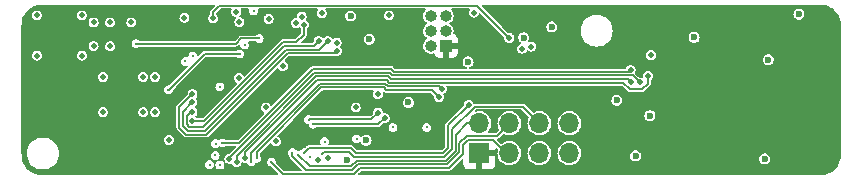
<source format=gbr>
G04 #@! TF.GenerationSoftware,KiCad,Pcbnew,(6.0.7)*
G04 #@! TF.CreationDate,2022-12-21T15:12:10+11:00*
G04 #@! TF.ProjectId,owts,6f777473-2e6b-4696-9361-645f70636258,0.0.2*
G04 #@! TF.SameCoordinates,Original*
G04 #@! TF.FileFunction,Copper,L2,Inr*
G04 #@! TF.FilePolarity,Positive*
%FSLAX46Y46*%
G04 Gerber Fmt 4.6, Leading zero omitted, Abs format (unit mm)*
G04 Created by KiCad (PCBNEW (6.0.7)) date 2022-12-21 15:12:10*
%MOMM*%
%LPD*%
G01*
G04 APERTURE LIST*
G04 #@! TA.AperFunction,ComponentPad*
%ADD10R,1.700000X1.700000*%
G04 #@! TD*
G04 #@! TA.AperFunction,ComponentPad*
%ADD11O,1.700000X1.700000*%
G04 #@! TD*
G04 #@! TA.AperFunction,ComponentPad*
%ADD12R,1.000000X1.000000*%
G04 #@! TD*
G04 #@! TA.AperFunction,ComponentPad*
%ADD13O,1.000000X1.000000*%
G04 #@! TD*
G04 #@! TA.AperFunction,ViaPad*
%ADD14C,0.300000*%
G04 #@! TD*
G04 #@! TA.AperFunction,ViaPad*
%ADD15C,0.500000*%
G04 #@! TD*
G04 #@! TA.AperFunction,ViaPad*
%ADD16C,0.600000*%
G04 #@! TD*
G04 #@! TA.AperFunction,Conductor*
%ADD17C,0.160000*%
G04 #@! TD*
G04 APERTURE END LIST*
D10*
X73075000Y-112875000D03*
D11*
X73075000Y-110335000D03*
X75615000Y-112875000D03*
X75615000Y-110335000D03*
X78155000Y-112875000D03*
X78155000Y-110335000D03*
X80695000Y-112875000D03*
X80695000Y-110335000D03*
D12*
X70225000Y-103775000D03*
D13*
X68955000Y-103775000D03*
X70225000Y-102505000D03*
X68955000Y-102505000D03*
X70225000Y-101235000D03*
X68955000Y-101235000D03*
D14*
X53190000Y-103715000D03*
X46740000Y-107505000D03*
X52770000Y-104475000D03*
X62675000Y-111655000D03*
X48175000Y-105100000D03*
X59960000Y-111895000D03*
X51100000Y-107250000D03*
D15*
X59410000Y-113485000D03*
X60250000Y-113265000D03*
X61000000Y-104225000D03*
X48777502Y-107850000D03*
X60980000Y-103505000D03*
X60240000Y-103385000D03*
X48756694Y-108572751D03*
X59720000Y-101035000D03*
X59450000Y-103375000D03*
X48777502Y-109400000D03*
X58025000Y-101305000D03*
X57539058Y-101844058D03*
D14*
X48800000Y-104650000D03*
D15*
X48775000Y-110175000D03*
X58219495Y-101985505D03*
X40400000Y-101805000D03*
X56421558Y-105501558D03*
X41200000Y-106405000D03*
X55000000Y-109005000D03*
X55225000Y-101505000D03*
D16*
X97225000Y-113355000D03*
D15*
X48100000Y-101400000D03*
X55836667Y-111879500D03*
X45600000Y-109405000D03*
D16*
X63747086Y-103224968D03*
D14*
X58730000Y-113195000D03*
D16*
X100125000Y-101105000D03*
X97525000Y-104955000D03*
D15*
X41800000Y-101805000D03*
D16*
X63475156Y-111780000D03*
X67050000Y-108580000D03*
D15*
X52700000Y-106500000D03*
X43600000Y-101805000D03*
D16*
X84700000Y-108400000D03*
X72110000Y-105135000D03*
D15*
X62596800Y-109003200D03*
X39400000Y-104605000D03*
X35600000Y-101205000D03*
X64475000Y-107855000D03*
X39400000Y-101205000D03*
X45600000Y-106405000D03*
X41200000Y-109405000D03*
D16*
X91240000Y-103075000D03*
D15*
X87600000Y-104565000D03*
D16*
X86300000Y-113100000D03*
D15*
X44600000Y-106405000D03*
X52748500Y-101745000D03*
X44600000Y-109405000D03*
X35600000Y-104605000D03*
X40400000Y-103805000D03*
D16*
X79200000Y-102175000D03*
X87510000Y-109695000D03*
D15*
X41800000Y-103805000D03*
X46766652Y-111742471D03*
D16*
X75650000Y-104365000D03*
X51478000Y-101365000D03*
X82750000Y-108200000D03*
D15*
X62600000Y-107900000D03*
X45200000Y-101805000D03*
D16*
X80620000Y-100935000D03*
D14*
X51110000Y-113875000D03*
D15*
X65050000Y-109900000D03*
D14*
X59000000Y-110415000D03*
D16*
X61880000Y-113445000D03*
X62169049Y-101254581D03*
D14*
X57230000Y-112830000D03*
X57730000Y-113005000D03*
D15*
X53220000Y-113264500D03*
X87350000Y-106309500D03*
X52510000Y-113615000D03*
X85875000Y-106830000D03*
X86700000Y-106880000D03*
X51900000Y-113335000D03*
X85867959Y-105805500D03*
D14*
X51300000Y-111995000D03*
D15*
X50530000Y-101465000D03*
X75600000Y-103100000D03*
X52470000Y-100905000D03*
X65400000Y-101204500D03*
X72610000Y-100965000D03*
X76690000Y-104025000D03*
D14*
X53950000Y-100830000D03*
X55450000Y-113625000D03*
X44000000Y-103605000D03*
X54420000Y-103155000D03*
X58610000Y-110035000D03*
X50730000Y-112065000D03*
D15*
X64475000Y-109430000D03*
D14*
X50700000Y-113065000D03*
X50230000Y-113835000D03*
X53750000Y-113580000D03*
D15*
X69897645Y-107427645D03*
D14*
X54225000Y-113305000D03*
D15*
X69650000Y-108105000D03*
X77460000Y-103845000D03*
D16*
X76820000Y-103085000D03*
D15*
X72148442Y-108778442D03*
D14*
X58230000Y-112830000D03*
X59730000Y-112915000D03*
X68620000Y-110695000D03*
X65750000Y-110695000D03*
D17*
X49802502Y-104475000D02*
X46772502Y-107505000D01*
X52770000Y-104475000D02*
X49802502Y-104475000D01*
X46772502Y-107505000D02*
X46740000Y-107505000D01*
X47655000Y-110700000D02*
X47655000Y-108967338D01*
X47655000Y-108967338D02*
X48772338Y-107850000D01*
X60810000Y-104415000D02*
X56830000Y-104415000D01*
X48260000Y-111305000D02*
X47655000Y-110700000D01*
X61000000Y-104225000D02*
X60810000Y-104415000D01*
X56830000Y-104415000D02*
X49940000Y-111305000D01*
X49940000Y-111305000D02*
X48260000Y-111305000D01*
X48772338Y-107850000D02*
X48777502Y-107850000D01*
X59520000Y-104105000D02*
X56686812Y-104105000D01*
X49796812Y-110995000D02*
X48388406Y-110995000D01*
X47965000Y-109364445D02*
X48756694Y-108572751D01*
X47965000Y-110571594D02*
X47965000Y-109364445D01*
X56686812Y-104105000D02*
X49796812Y-110995000D01*
X48388406Y-110995000D02*
X47965000Y-110571594D01*
X60240000Y-103385000D02*
X59520000Y-104105000D01*
X59030000Y-103795000D02*
X59450000Y-103375000D01*
X48516812Y-110685000D02*
X49668406Y-110685000D01*
X49668406Y-110685000D02*
X56558406Y-103795000D01*
X48635000Y-109400000D02*
X48275000Y-109760000D01*
X48275000Y-110443188D02*
X48516812Y-110685000D01*
X48275000Y-109760000D02*
X48275000Y-110443188D01*
X56558406Y-103795000D02*
X59030000Y-103795000D01*
X48777502Y-109400000D02*
X48635000Y-109400000D01*
X58219495Y-102835505D02*
X57570000Y-103485000D01*
X56430000Y-103485000D02*
X49740000Y-110175000D01*
X49740000Y-110175000D02*
X48775000Y-110175000D01*
X57570000Y-103485000D02*
X56430000Y-103485000D01*
X58219495Y-101985505D02*
X58219495Y-102835505D01*
X59000000Y-110415000D02*
X59030000Y-110445000D01*
X64505000Y-110445000D02*
X65050000Y-109900000D01*
X59030000Y-110445000D02*
X64505000Y-110445000D01*
X71990000Y-111415000D02*
X74535000Y-111415000D01*
X74535000Y-111415000D02*
X75615000Y-110335000D01*
X58398603Y-114310000D02*
X62305000Y-114310000D01*
X62305000Y-114310000D02*
X62800000Y-113815000D01*
X71361594Y-112813406D02*
X71361594Y-112043406D01*
X57230000Y-113141397D02*
X58398603Y-114310000D01*
X71361594Y-112043406D02*
X71990000Y-111415000D01*
X62800000Y-113815000D02*
X70360000Y-113815000D01*
X57230000Y-112830000D02*
X57230000Y-113141397D01*
X70360000Y-113815000D02*
X71361594Y-112813406D01*
X70231594Y-113505000D02*
X71051594Y-112685000D01*
X72020000Y-110335000D02*
X73075000Y-110335000D01*
X62170000Y-114000000D02*
X62665000Y-113505000D01*
X71051594Y-112685000D02*
X71051594Y-111303406D01*
X71051594Y-111303406D02*
X72020000Y-110335000D01*
X57730000Y-113005000D02*
X58725000Y-114000000D01*
X62665000Y-113505000D02*
X70231594Y-113505000D01*
X58725000Y-114000000D02*
X62170000Y-114000000D01*
X87350000Y-106980000D02*
X87350000Y-106309500D01*
X53220000Y-113264500D02*
X53220000Y-112807325D01*
X59342326Y-106685000D02*
X65233188Y-106685000D01*
X86850000Y-107480000D02*
X87350000Y-106980000D01*
X85817893Y-107480000D02*
X86850000Y-107480000D01*
X65233188Y-106685000D02*
X65453188Y-106905000D01*
X85242893Y-106905000D02*
X85817893Y-107480000D01*
X65453188Y-106905000D02*
X85242893Y-106905000D01*
X53220000Y-112807325D02*
X59342326Y-106685000D01*
X85875000Y-106830000D02*
X85640000Y-106595000D01*
X65581594Y-106595000D02*
X65361594Y-106375000D01*
X52510000Y-113078919D02*
X52510000Y-113615000D01*
X85640000Y-106595000D02*
X65581594Y-106595000D01*
X65361594Y-106375000D02*
X59213920Y-106375000D01*
X59213920Y-106375000D02*
X52510000Y-113078919D01*
X59085514Y-106065000D02*
X51900000Y-113250513D01*
X86632107Y-106880000D02*
X86037107Y-106285000D01*
X65710000Y-106285000D02*
X65490000Y-106065000D01*
X65490000Y-106065000D02*
X59085514Y-106065000D01*
X86700000Y-106880000D02*
X86632107Y-106880000D01*
X51900000Y-113250513D02*
X51900000Y-113335000D01*
X86037107Y-106285000D02*
X65710000Y-106285000D01*
X52717107Y-111995000D02*
X51300000Y-111995000D01*
X58957108Y-105755000D02*
X52717107Y-111995000D01*
X85867959Y-105805500D02*
X85698459Y-105975000D01*
X85698459Y-105975000D02*
X65838406Y-105975000D01*
X65838406Y-105975000D02*
X65618406Y-105755000D01*
X65618406Y-105755000D02*
X58957108Y-105755000D01*
X51045000Y-100380000D02*
X50530000Y-100895000D01*
X72880000Y-100380000D02*
X51045000Y-100380000D01*
X50530000Y-100895000D02*
X50530000Y-101465000D01*
X75600000Y-103100000D02*
X72880000Y-100380000D01*
X62930000Y-114125000D02*
X62435000Y-114620000D01*
X74180000Y-111725000D02*
X72118406Y-111725000D01*
X75330000Y-112875000D02*
X74180000Y-111725000D01*
X70488406Y-114125000D02*
X62930000Y-114125000D01*
X72118406Y-111725000D02*
X71700000Y-112143406D01*
X56445000Y-114620000D02*
X55450000Y-113625000D01*
X62435000Y-114620000D02*
X56445000Y-114620000D01*
X71700000Y-112913406D02*
X70488406Y-114125000D01*
X71700000Y-112143406D02*
X71700000Y-112913406D01*
X52430000Y-103605000D02*
X44000000Y-103605000D01*
X54420000Y-103155000D02*
X52880000Y-103155000D01*
X52880000Y-103155000D02*
X52430000Y-103605000D01*
X63930000Y-109965000D02*
X58680000Y-109965000D01*
X64465000Y-109430000D02*
X63930000Y-109965000D01*
X64475000Y-109430000D02*
X64465000Y-109430000D01*
X58680000Y-109965000D02*
X58610000Y-110035000D01*
X53743769Y-112818043D02*
X53743769Y-113573769D01*
X59560000Y-106995000D02*
X59056812Y-107498188D01*
X65324782Y-107215000D02*
X65104782Y-106995000D01*
X69897645Y-107427645D02*
X69685000Y-107215000D01*
X59056812Y-107498188D02*
X59056812Y-107505000D01*
X65104782Y-106995000D02*
X59560000Y-106995000D01*
X69685000Y-107215000D02*
X65324782Y-107215000D01*
X53743769Y-113573769D02*
X53750000Y-113580000D01*
X59056812Y-107505000D02*
X53743769Y-112818043D01*
X69650000Y-108105000D02*
X69070000Y-107525000D01*
X69070000Y-107525000D02*
X65196376Y-107525000D01*
X65196376Y-107525000D02*
X64976376Y-107305000D01*
X54225000Y-112775218D02*
X54225000Y-113305000D01*
X59695218Y-107305000D02*
X54225000Y-112775218D01*
X64976376Y-107305000D02*
X59695218Y-107305000D01*
X58230000Y-112830000D02*
X58605000Y-112455000D01*
X70431594Y-110495290D02*
X72148442Y-108778442D01*
X58605000Y-112455000D02*
X62225000Y-112455000D01*
X62655000Y-112885000D02*
X69970000Y-112885000D01*
X62225000Y-112455000D02*
X62655000Y-112885000D01*
X69970000Y-112885000D02*
X70431594Y-112423406D01*
X70431594Y-112423406D02*
X70431594Y-110495290D01*
X72680000Y-108925000D02*
X70741594Y-110863406D01*
X70741594Y-112556594D02*
X70103188Y-113195000D01*
X62040000Y-112765000D02*
X59880000Y-112765000D01*
X70103188Y-113195000D02*
X62470000Y-113195000D01*
X78155000Y-110335000D02*
X76745000Y-108925000D01*
X62470000Y-113195000D02*
X62040000Y-112765000D01*
X70741594Y-110863406D02*
X70741594Y-112556594D01*
X59880000Y-112765000D02*
X59730000Y-112915000D01*
X76745000Y-108925000D02*
X72680000Y-108925000D01*
G04 #@! TA.AperFunction,Conductor*
G36*
X50644440Y-100318982D02*
G01*
X50671460Y-100365782D01*
X50662076Y-100419000D01*
X50649521Y-100435361D01*
X50365870Y-100719012D01*
X50362870Y-100721860D01*
X50331085Y-100750479D01*
X50327708Y-100758065D01*
X50327706Y-100758067D01*
X50320521Y-100774206D01*
X50314606Y-100785100D01*
X50304981Y-100799921D01*
X50304980Y-100799924D01*
X50300458Y-100806887D01*
X50299159Y-100815088D01*
X50299041Y-100815832D01*
X50293185Y-100835603D01*
X50289500Y-100843880D01*
X50289500Y-100869857D01*
X50288527Y-100882215D01*
X50285988Y-100898249D01*
X50284464Y-100907868D01*
X50286614Y-100915890D01*
X50286808Y-100916616D01*
X50289500Y-100937063D01*
X50289500Y-101078100D01*
X50271018Y-101128880D01*
X50266361Y-101133961D01*
X50185567Y-101214755D01*
X50182745Y-101220294D01*
X50182744Y-101220295D01*
X50169465Y-101246357D01*
X50125095Y-101333438D01*
X50124123Y-101339577D01*
X50124122Y-101339579D01*
X50112712Y-101411625D01*
X50104258Y-101465000D01*
X50105231Y-101471143D01*
X50122416Y-101579646D01*
X50125095Y-101596562D01*
X50141419Y-101628599D01*
X50181345Y-101706958D01*
X50185567Y-101715245D01*
X50279755Y-101809433D01*
X50285294Y-101812255D01*
X50285295Y-101812256D01*
X50310158Y-101824924D01*
X50398438Y-101869905D01*
X50404577Y-101870877D01*
X50404579Y-101870878D01*
X50523857Y-101889769D01*
X50530000Y-101890742D01*
X50536143Y-101889769D01*
X50655421Y-101870878D01*
X50655423Y-101870877D01*
X50661562Y-101869905D01*
X50749842Y-101824924D01*
X50774705Y-101812256D01*
X50774706Y-101812255D01*
X50780245Y-101809433D01*
X50874433Y-101715245D01*
X50878656Y-101706958D01*
X50918581Y-101628599D01*
X50934905Y-101596562D01*
X50937585Y-101579646D01*
X50954769Y-101471143D01*
X50955742Y-101465000D01*
X50947288Y-101411625D01*
X50935878Y-101339579D01*
X50935877Y-101339577D01*
X50934905Y-101333438D01*
X50890535Y-101246357D01*
X50877256Y-101220295D01*
X50877255Y-101220294D01*
X50874433Y-101214755D01*
X50793639Y-101133961D01*
X50770801Y-101084985D01*
X50770500Y-101078100D01*
X50770500Y-101027340D01*
X50788982Y-100976560D01*
X50793639Y-100971479D01*
X51121479Y-100643639D01*
X51170455Y-100620801D01*
X51177340Y-100620500D01*
X52014104Y-100620500D01*
X52064884Y-100638982D01*
X52091904Y-100685782D01*
X52084494Y-100735365D01*
X52065095Y-100773438D01*
X52064123Y-100779577D01*
X52064122Y-100779579D01*
X52051295Y-100860567D01*
X52044258Y-100905000D01*
X52045231Y-100911143D01*
X52063875Y-101028857D01*
X52065095Y-101036562D01*
X52087830Y-101081181D01*
X52114476Y-101133477D01*
X52125567Y-101155245D01*
X52219755Y-101249433D01*
X52225294Y-101252255D01*
X52225295Y-101252256D01*
X52257054Y-101268438D01*
X52338438Y-101309905D01*
X52344577Y-101310877D01*
X52344579Y-101310878D01*
X52390888Y-101318212D01*
X52401533Y-101319898D01*
X52448797Y-101346096D01*
X52468163Y-101396546D01*
X52450570Y-101447641D01*
X52445036Y-101453786D01*
X52404067Y-101494755D01*
X52401245Y-101500294D01*
X52401244Y-101500295D01*
X52393294Y-101515898D01*
X52343595Y-101613438D01*
X52342623Y-101619577D01*
X52342622Y-101619579D01*
X52327546Y-101714769D01*
X52322758Y-101745000D01*
X52323731Y-101751143D01*
X52342541Y-101869905D01*
X52343595Y-101876562D01*
X52350820Y-101890742D01*
X52394068Y-101975620D01*
X52404067Y-101995245D01*
X52498255Y-102089433D01*
X52503794Y-102092255D01*
X52503795Y-102092256D01*
X52516444Y-102098701D01*
X52616938Y-102149905D01*
X52623077Y-102150877D01*
X52623079Y-102150878D01*
X52704372Y-102163753D01*
X52739497Y-102169316D01*
X52742357Y-102169769D01*
X52748500Y-102170742D01*
X52754643Y-102169769D01*
X52757504Y-102169316D01*
X52792628Y-102163753D01*
X52873921Y-102150878D01*
X52873923Y-102150877D01*
X52880062Y-102149905D01*
X52980556Y-102098701D01*
X52993205Y-102092256D01*
X52993206Y-102092255D01*
X52998745Y-102089433D01*
X53092933Y-101995245D01*
X53102933Y-101975620D01*
X53146180Y-101890742D01*
X53153405Y-101876562D01*
X53154460Y-101869905D01*
X53173269Y-101751143D01*
X53174242Y-101745000D01*
X53169454Y-101714769D01*
X53154378Y-101619579D01*
X53154377Y-101619577D01*
X53153405Y-101613438D01*
X53103706Y-101515898D01*
X53098153Y-101505000D01*
X54799258Y-101505000D01*
X54802412Y-101524914D01*
X54818834Y-101628599D01*
X54820095Y-101636562D01*
X54822917Y-101642100D01*
X54860698Y-101716249D01*
X54880567Y-101755245D01*
X54974755Y-101849433D01*
X54980294Y-101852255D01*
X54980295Y-101852256D01*
X55015781Y-101870337D01*
X55093438Y-101909905D01*
X55099577Y-101910877D01*
X55099579Y-101910878D01*
X55218857Y-101929769D01*
X55225000Y-101930742D01*
X55231143Y-101929769D01*
X55350421Y-101910878D01*
X55350423Y-101910877D01*
X55356562Y-101909905D01*
X55434219Y-101870337D01*
X55469705Y-101852256D01*
X55469706Y-101852255D01*
X55475245Y-101849433D01*
X55569433Y-101755245D01*
X55589303Y-101716249D01*
X55627083Y-101642100D01*
X55629905Y-101636562D01*
X55631167Y-101628599D01*
X55647588Y-101524914D01*
X55650742Y-101505000D01*
X55645380Y-101471143D01*
X55630878Y-101379579D01*
X55630877Y-101379577D01*
X55629905Y-101373438D01*
X55586906Y-101289047D01*
X55572256Y-101260295D01*
X55572255Y-101260294D01*
X55569433Y-101254755D01*
X55475245Y-101160567D01*
X55464899Y-101155295D01*
X55413056Y-101128880D01*
X55356562Y-101100095D01*
X55350423Y-101099123D01*
X55350421Y-101099122D01*
X55247889Y-101082883D01*
X55225000Y-101079258D01*
X55202111Y-101082883D01*
X55099579Y-101099122D01*
X55099577Y-101099123D01*
X55093438Y-101100095D01*
X55036944Y-101128880D01*
X54985102Y-101155295D01*
X54974755Y-101160567D01*
X54880567Y-101254755D01*
X54877745Y-101260294D01*
X54877744Y-101260295D01*
X54863094Y-101289047D01*
X54820095Y-101373438D01*
X54819123Y-101379577D01*
X54819122Y-101379579D01*
X54804620Y-101471143D01*
X54799258Y-101505000D01*
X53098153Y-101505000D01*
X53095756Y-101500295D01*
X53095755Y-101500294D01*
X53092933Y-101494755D01*
X52998745Y-101400567D01*
X52990854Y-101396546D01*
X52901166Y-101350848D01*
X52880062Y-101340095D01*
X52873923Y-101339123D01*
X52873921Y-101339122D01*
X52821008Y-101330742D01*
X52816967Y-101330102D01*
X52769703Y-101303904D01*
X52750337Y-101253454D01*
X52767930Y-101202359D01*
X52773464Y-101196214D01*
X52814433Y-101155245D01*
X52825525Y-101133477D01*
X52852170Y-101081181D01*
X52874905Y-101036562D01*
X52876126Y-101028857D01*
X52894769Y-100911143D01*
X52895742Y-100905000D01*
X52888705Y-100860567D01*
X52875878Y-100779579D01*
X52875877Y-100779577D01*
X52874905Y-100773438D01*
X52855506Y-100735365D01*
X52848921Y-100681729D01*
X52878353Y-100636408D01*
X52925896Y-100620500D01*
X53515937Y-100620500D01*
X53566717Y-100638982D01*
X53593737Y-100685782D01*
X53591776Y-100713850D01*
X53593242Y-100714082D01*
X53574882Y-100830000D01*
X53575855Y-100836143D01*
X53589584Y-100922820D01*
X53593242Y-100945918D01*
X53596064Y-100951456D01*
X53596064Y-100951457D01*
X53642249Y-101042100D01*
X53646523Y-101050489D01*
X53729511Y-101133477D01*
X53735050Y-101136299D01*
X53735051Y-101136300D01*
X53819992Y-101179579D01*
X53834082Y-101186758D01*
X53840223Y-101187731D01*
X53840224Y-101187731D01*
X53943857Y-101204145D01*
X53950000Y-101205118D01*
X53956143Y-101204145D01*
X54059776Y-101187731D01*
X54059777Y-101187731D01*
X54065918Y-101186758D01*
X54080008Y-101179579D01*
X54164949Y-101136300D01*
X54164950Y-101136299D01*
X54170489Y-101133477D01*
X54253477Y-101050489D01*
X54257752Y-101042100D01*
X54303936Y-100951457D01*
X54303936Y-100951456D01*
X54306758Y-100945918D01*
X54310417Y-100922820D01*
X54324145Y-100836143D01*
X54325118Y-100830000D01*
X54306758Y-100714082D01*
X54309285Y-100713682D01*
X54310819Y-100669897D01*
X54346983Y-100629743D01*
X54384063Y-100620500D01*
X59349100Y-100620500D01*
X59399880Y-100638982D01*
X59426900Y-100685782D01*
X59417516Y-100739000D01*
X59404961Y-100755361D01*
X59375567Y-100784755D01*
X59372745Y-100790294D01*
X59372744Y-100790295D01*
X59349306Y-100836296D01*
X59315095Y-100903438D01*
X59314123Y-100909577D01*
X59314122Y-100909579D01*
X59303878Y-100974258D01*
X59294258Y-101035000D01*
X59295231Y-101041143D01*
X59313311Y-101155295D01*
X59315095Y-101166562D01*
X59337410Y-101210357D01*
X59364180Y-101262896D01*
X59375567Y-101285245D01*
X59469755Y-101379433D01*
X59475294Y-101382255D01*
X59475295Y-101382256D01*
X59503341Y-101396546D01*
X59588438Y-101439905D01*
X59594577Y-101440877D01*
X59594579Y-101440878D01*
X59697111Y-101457117D01*
X59712304Y-101459523D01*
X59713857Y-101459769D01*
X59720000Y-101460742D01*
X59726143Y-101459769D01*
X59727697Y-101459523D01*
X59742889Y-101457117D01*
X59845421Y-101440878D01*
X59845423Y-101440877D01*
X59851562Y-101439905D01*
X59936659Y-101396546D01*
X59964705Y-101382256D01*
X59964706Y-101382255D01*
X59970245Y-101379433D01*
X60064433Y-101285245D01*
X60075821Y-101262896D01*
X60082954Y-101248897D01*
X61703849Y-101248897D01*
X61720952Y-101379692D01*
X61774078Y-101500429D01*
X61777700Y-101504738D01*
X61801837Y-101533452D01*
X61858955Y-101601403D01*
X61886261Y-101619579D01*
X61964078Y-101671379D01*
X61964081Y-101671380D01*
X61968760Y-101674495D01*
X62094667Y-101713831D01*
X62160610Y-101715040D01*
X62220927Y-101716146D01*
X62220928Y-101716146D01*
X62226553Y-101716249D01*
X62231980Y-101714769D01*
X62231983Y-101714769D01*
X62290185Y-101698901D01*
X62353816Y-101681553D01*
X62418072Y-101642100D01*
X62461433Y-101615476D01*
X62466226Y-101612533D01*
X62469999Y-101608365D01*
X62470001Y-101608363D01*
X62550969Y-101518910D01*
X62550970Y-101518909D01*
X62554746Y-101514737D01*
X62559591Y-101504738D01*
X62609806Y-101401093D01*
X62612260Y-101396028D01*
X62613790Y-101386933D01*
X62633639Y-101268958D01*
X62633639Y-101268953D01*
X62634145Y-101265948D01*
X62634284Y-101254581D01*
X62627112Y-101204500D01*
X64974258Y-101204500D01*
X64975231Y-101210643D01*
X64993496Y-101325965D01*
X64995095Y-101336062D01*
X65018632Y-101382256D01*
X65052359Y-101448448D01*
X65055567Y-101454745D01*
X65149755Y-101548933D01*
X65155294Y-101551755D01*
X65155295Y-101551756D01*
X65172054Y-101560295D01*
X65268438Y-101609405D01*
X65274577Y-101610377D01*
X65274579Y-101610378D01*
X65374195Y-101626155D01*
X65389627Y-101628599D01*
X65393857Y-101629269D01*
X65400000Y-101630242D01*
X65406143Y-101629269D01*
X65410374Y-101628599D01*
X65425805Y-101626155D01*
X65525421Y-101610378D01*
X65525423Y-101610377D01*
X65531562Y-101609405D01*
X65627946Y-101560295D01*
X65644705Y-101551756D01*
X65644706Y-101551755D01*
X65650245Y-101548933D01*
X65744433Y-101454745D01*
X65747642Y-101448448D01*
X65781368Y-101382256D01*
X65804905Y-101336062D01*
X65806505Y-101325965D01*
X65824769Y-101210643D01*
X65825742Y-101204500D01*
X65818761Y-101160421D01*
X65805878Y-101079079D01*
X65805877Y-101079077D01*
X65804905Y-101072938D01*
X65755121Y-100975231D01*
X65747256Y-100959795D01*
X65747255Y-100959794D01*
X65744433Y-100954255D01*
X65650245Y-100860067D01*
X65630649Y-100850082D01*
X65563429Y-100815832D01*
X65531562Y-100799595D01*
X65525423Y-100798623D01*
X65525421Y-100798622D01*
X65406143Y-100779731D01*
X65400000Y-100778758D01*
X65393857Y-100779731D01*
X65274579Y-100798622D01*
X65274577Y-100798623D01*
X65268438Y-100799595D01*
X65236571Y-100815832D01*
X65169352Y-100850082D01*
X65149755Y-100860067D01*
X65055567Y-100954255D01*
X65052745Y-100959794D01*
X65052744Y-100959795D01*
X65044879Y-100975231D01*
X64995095Y-101072938D01*
X64994123Y-101079077D01*
X64994122Y-101079079D01*
X64981239Y-101160421D01*
X64974258Y-101204500D01*
X62627112Y-101204500D01*
X62623543Y-101179579D01*
X62616382Y-101129575D01*
X62616381Y-101129573D01*
X62615584Y-101124005D01*
X62611764Y-101115602D01*
X62573034Y-101030421D01*
X62560987Y-101003926D01*
X62474883Y-100903997D01*
X62364193Y-100832251D01*
X62237815Y-100794456D01*
X62171862Y-100794053D01*
X62111533Y-100793684D01*
X62111530Y-100793684D01*
X62105909Y-100793650D01*
X62100504Y-100795195D01*
X62100502Y-100795195D01*
X61984490Y-100828352D01*
X61984487Y-100828353D01*
X61979079Y-100829899D01*
X61867521Y-100900287D01*
X61780202Y-100999156D01*
X61724143Y-101118559D01*
X61715807Y-101172100D01*
X61705095Y-101240897D01*
X61703849Y-101248897D01*
X60082954Y-101248897D01*
X60102590Y-101210357D01*
X60124905Y-101166562D01*
X60126690Y-101155295D01*
X60144769Y-101041143D01*
X60145742Y-101035000D01*
X60136122Y-100974258D01*
X60125878Y-100909579D01*
X60125877Y-100909577D01*
X60124905Y-100903438D01*
X60090694Y-100836296D01*
X60067256Y-100790295D01*
X60067255Y-100790294D01*
X60064433Y-100784755D01*
X60035039Y-100755361D01*
X60012201Y-100706385D01*
X60026187Y-100654187D01*
X60070453Y-100623192D01*
X60090900Y-100620500D01*
X68443878Y-100620500D01*
X68494658Y-100638982D01*
X68521678Y-100685782D01*
X68512294Y-100739000D01*
X68495811Y-100759031D01*
X68465928Y-100785100D01*
X68460548Y-100789793D01*
X68435028Y-100826104D01*
X68371416Y-100916616D01*
X68368624Y-100920588D01*
X68366896Y-100925020D01*
X68366895Y-100925022D01*
X68355498Y-100954255D01*
X68310552Y-101069534D01*
X68289685Y-101228033D01*
X68292277Y-101251512D01*
X68306602Y-101381261D01*
X68307228Y-101386933D01*
X68308865Y-101391405D01*
X68308865Y-101391407D01*
X68360529Y-101532586D01*
X68360531Y-101532590D01*
X68362168Y-101537063D01*
X68380437Y-101564250D01*
X68448676Y-101665801D01*
X68448679Y-101665805D01*
X68451333Y-101669754D01*
X68454855Y-101672959D01*
X68454856Y-101672960D01*
X68566052Y-101774141D01*
X68566055Y-101774143D01*
X68569575Y-101777346D01*
X68611488Y-101800103D01*
X68647294Y-101840574D01*
X68648709Y-101894595D01*
X68615069Y-101936886D01*
X68610025Y-101939728D01*
X68585252Y-101952514D01*
X68585245Y-101952519D01*
X68581017Y-101954701D01*
X68557037Y-101975620D01*
X68471781Y-102049994D01*
X68460548Y-102059793D01*
X68442808Y-102085035D01*
X68371591Y-102186367D01*
X68368624Y-102190588D01*
X68366896Y-102195020D01*
X68366895Y-102195022D01*
X68351016Y-102235750D01*
X68310552Y-102339534D01*
X68289685Y-102498033D01*
X68292311Y-102521822D01*
X68306498Y-102650318D01*
X68307228Y-102656933D01*
X68308865Y-102661405D01*
X68308865Y-102661407D01*
X68360529Y-102802586D01*
X68360531Y-102802590D01*
X68362168Y-102807063D01*
X68377636Y-102830082D01*
X68448676Y-102935801D01*
X68448679Y-102935805D01*
X68451333Y-102939754D01*
X68454855Y-102942959D01*
X68454856Y-102942960D01*
X68566052Y-103044141D01*
X68566055Y-103044143D01*
X68569575Y-103047346D01*
X68611488Y-103070103D01*
X68647294Y-103110574D01*
X68648709Y-103164595D01*
X68615069Y-103206886D01*
X68610025Y-103209728D01*
X68585252Y-103222514D01*
X68585245Y-103222519D01*
X68581017Y-103224701D01*
X68552499Y-103249579D01*
X68470802Y-103320848D01*
X68460548Y-103329793D01*
X68431250Y-103371480D01*
X68373175Y-103454113D01*
X68368624Y-103460588D01*
X68366896Y-103465020D01*
X68366895Y-103465022D01*
X68345070Y-103521000D01*
X68310552Y-103609534D01*
X68289685Y-103768033D01*
X68291993Y-103788934D01*
X68305454Y-103910861D01*
X68307228Y-103926933D01*
X68308865Y-103931405D01*
X68308865Y-103931407D01*
X68360529Y-104072586D01*
X68360531Y-104072590D01*
X68362168Y-104077063D01*
X68364826Y-104081018D01*
X68448676Y-104205801D01*
X68448679Y-104205805D01*
X68451333Y-104209754D01*
X68454855Y-104212959D01*
X68454856Y-104212960D01*
X68566052Y-104314141D01*
X68566055Y-104314143D01*
X68569575Y-104317346D01*
X68710068Y-104393628D01*
X68864702Y-104434195D01*
X68869464Y-104434270D01*
X68869465Y-104434270D01*
X68938551Y-104435355D01*
X69024548Y-104436706D01*
X69158422Y-104406045D01*
X69212047Y-104412724D01*
X69250032Y-104455319D01*
X69272854Y-104516194D01*
X69278202Y-104525964D01*
X69358725Y-104633406D01*
X69366594Y-104641275D01*
X69474036Y-104721798D01*
X69483808Y-104727147D01*
X69610157Y-104774514D01*
X69619715Y-104776787D01*
X69674794Y-104782770D01*
X69679041Y-104783000D01*
X69957070Y-104783000D01*
X69967741Y-104779116D01*
X69971000Y-104773472D01*
X69971000Y-104769069D01*
X70479000Y-104769069D01*
X70482884Y-104779740D01*
X70488528Y-104782999D01*
X70770957Y-104782999D01*
X70775208Y-104782769D01*
X70830279Y-104776787D01*
X70839847Y-104774512D01*
X70966192Y-104727147D01*
X70975964Y-104721798D01*
X71083406Y-104641275D01*
X71091275Y-104633406D01*
X71142542Y-104565000D01*
X87174258Y-104565000D01*
X87175231Y-104571143D01*
X87194048Y-104689949D01*
X87195095Y-104696562D01*
X87215476Y-104736562D01*
X87248269Y-104800921D01*
X87255567Y-104815245D01*
X87349755Y-104909433D01*
X87468438Y-104969905D01*
X87474577Y-104970877D01*
X87474579Y-104970878D01*
X87593857Y-104989769D01*
X87600000Y-104990742D01*
X87606143Y-104989769D01*
X87725421Y-104970878D01*
X87725423Y-104970877D01*
X87731562Y-104969905D01*
X87771970Y-104949316D01*
X97059800Y-104949316D01*
X97076903Y-105080111D01*
X97130029Y-105200848D01*
X97133651Y-105205157D01*
X97147353Y-105221457D01*
X97214906Y-105301822D01*
X97236048Y-105315895D01*
X97320029Y-105371798D01*
X97320032Y-105371799D01*
X97324711Y-105374914D01*
X97450618Y-105414250D01*
X97516561Y-105415459D01*
X97576878Y-105416565D01*
X97576879Y-105416565D01*
X97582504Y-105416668D01*
X97587931Y-105415188D01*
X97587934Y-105415188D01*
X97647019Y-105399079D01*
X97709767Y-105381972D01*
X97738292Y-105364458D01*
X97817384Y-105315895D01*
X97822177Y-105312952D01*
X97825950Y-105308784D01*
X97825952Y-105308782D01*
X97906920Y-105219329D01*
X97906921Y-105219328D01*
X97910697Y-105215156D01*
X97915542Y-105205157D01*
X97965757Y-105101512D01*
X97968211Y-105096447D01*
X97969664Y-105087813D01*
X97989590Y-104969377D01*
X97989590Y-104969372D01*
X97990096Y-104966367D01*
X97990235Y-104955000D01*
X97980850Y-104889470D01*
X97972333Y-104829994D01*
X97972332Y-104829992D01*
X97971535Y-104824424D01*
X97966743Y-104813883D01*
X97935907Y-104746064D01*
X97916938Y-104704345D01*
X97830834Y-104604416D01*
X97720144Y-104532670D01*
X97593766Y-104494875D01*
X97527813Y-104494472D01*
X97467484Y-104494103D01*
X97467481Y-104494103D01*
X97461860Y-104494069D01*
X97456455Y-104495614D01*
X97456453Y-104495614D01*
X97340441Y-104528771D01*
X97340438Y-104528772D01*
X97335030Y-104530318D01*
X97223472Y-104600706D01*
X97183351Y-104646134D01*
X97157968Y-104674875D01*
X97136153Y-104699575D01*
X97080094Y-104818978D01*
X97059800Y-104949316D01*
X87771970Y-104949316D01*
X87850245Y-104909433D01*
X87944433Y-104815245D01*
X87951732Y-104800921D01*
X87984524Y-104736562D01*
X88004905Y-104696562D01*
X88005953Y-104689949D01*
X88024769Y-104571143D01*
X88025742Y-104565000D01*
X88014753Y-104495614D01*
X88005878Y-104439579D01*
X88005877Y-104439577D01*
X88004905Y-104433438D01*
X87970052Y-104365035D01*
X87947256Y-104320295D01*
X87947255Y-104320294D01*
X87944433Y-104314755D01*
X87850245Y-104220567D01*
X87835316Y-104212960D01*
X87789141Y-104189433D01*
X87731562Y-104160095D01*
X87725423Y-104159123D01*
X87725421Y-104159122D01*
X87606143Y-104140231D01*
X87600000Y-104139258D01*
X87593857Y-104140231D01*
X87474579Y-104159122D01*
X87474577Y-104159123D01*
X87468438Y-104160095D01*
X87410859Y-104189433D01*
X87364685Y-104212960D01*
X87349755Y-104220567D01*
X87255567Y-104314755D01*
X87252745Y-104320294D01*
X87252744Y-104320295D01*
X87229948Y-104365035D01*
X87195095Y-104433438D01*
X87194123Y-104439577D01*
X87194122Y-104439579D01*
X87185247Y-104495614D01*
X87174258Y-104565000D01*
X71142542Y-104565000D01*
X71171798Y-104525964D01*
X71177147Y-104516192D01*
X71224514Y-104389843D01*
X71226787Y-104380285D01*
X71232770Y-104325206D01*
X71233000Y-104320959D01*
X71233000Y-104042930D01*
X71229116Y-104032259D01*
X71223472Y-104029000D01*
X70492930Y-104029000D01*
X70482259Y-104032884D01*
X70479000Y-104038528D01*
X70479000Y-104769069D01*
X69971000Y-104769069D01*
X69971000Y-104025000D01*
X76264258Y-104025000D01*
X76265231Y-104031143D01*
X76279473Y-104121064D01*
X76285095Y-104156562D01*
X76313831Y-104212960D01*
X76340628Y-104265551D01*
X76345567Y-104275245D01*
X76439755Y-104369433D01*
X76558438Y-104429905D01*
X76564577Y-104430877D01*
X76564579Y-104430878D01*
X76683857Y-104449769D01*
X76690000Y-104450742D01*
X76696143Y-104449769D01*
X76815421Y-104430878D01*
X76815423Y-104430877D01*
X76821562Y-104429905D01*
X76940245Y-104369433D01*
X77034433Y-104275245D01*
X77039373Y-104265551D01*
X77073212Y-104199137D01*
X77112734Y-104162282D01*
X77166699Y-104159454D01*
X77199463Y-104179141D01*
X77209755Y-104189433D01*
X77215294Y-104192255D01*
X77215295Y-104192256D01*
X77251843Y-104210878D01*
X77328438Y-104249905D01*
X77334577Y-104250877D01*
X77334579Y-104250878D01*
X77453857Y-104269769D01*
X77460000Y-104270742D01*
X77466143Y-104269769D01*
X77585421Y-104250878D01*
X77585423Y-104250877D01*
X77591562Y-104249905D01*
X77668157Y-104210878D01*
X77704705Y-104192256D01*
X77704706Y-104192255D01*
X77710245Y-104189433D01*
X77804433Y-104095245D01*
X77808176Y-104087900D01*
X77833577Y-104038047D01*
X77864905Y-103976562D01*
X77869555Y-103947206D01*
X77884769Y-103851143D01*
X77885742Y-103845000D01*
X77878732Y-103800742D01*
X77865878Y-103719579D01*
X77865877Y-103719577D01*
X77864905Y-103713438D01*
X77829974Y-103644882D01*
X77807256Y-103600295D01*
X77807255Y-103600294D01*
X77804433Y-103594755D01*
X77710245Y-103500567D01*
X77699151Y-103494914D01*
X77651855Y-103470816D01*
X77591562Y-103440095D01*
X77585423Y-103439123D01*
X77585421Y-103439122D01*
X77466143Y-103420231D01*
X77460000Y-103419258D01*
X77453857Y-103420231D01*
X77334579Y-103439122D01*
X77334577Y-103439123D01*
X77328438Y-103440095D01*
X77322902Y-103442916D01*
X77322895Y-103442918D01*
X77313850Y-103447527D01*
X77260214Y-103454113D01*
X77214893Y-103424682D01*
X77199093Y-103373004D01*
X77206890Y-103342693D01*
X77207536Y-103341361D01*
X77263211Y-103226447D01*
X77264416Y-103219284D01*
X77284590Y-103099377D01*
X77284590Y-103099372D01*
X77285096Y-103096367D01*
X77285165Y-103090684D01*
X77285198Y-103088052D01*
X77285198Y-103088048D01*
X77285235Y-103085000D01*
X77272721Y-102997621D01*
X77267333Y-102959994D01*
X77267332Y-102959992D01*
X77266535Y-102954424D01*
X77261989Y-102944424D01*
X77219748Y-102851523D01*
X77211938Y-102834345D01*
X77125834Y-102734416D01*
X77015144Y-102662670D01*
X76888766Y-102624875D01*
X76822813Y-102624472D01*
X76762484Y-102624103D01*
X76762481Y-102624103D01*
X76756860Y-102624069D01*
X76751455Y-102625614D01*
X76751453Y-102625614D01*
X76635441Y-102658771D01*
X76635438Y-102658772D01*
X76630030Y-102660318D01*
X76518472Y-102730706D01*
X76431153Y-102829575D01*
X76422366Y-102848291D01*
X76381281Y-102935801D01*
X76375094Y-102948978D01*
X76365805Y-103008636D01*
X76355943Y-103071978D01*
X76354800Y-103079316D01*
X76371903Y-103210111D01*
X76374168Y-103215258D01*
X76374168Y-103215259D01*
X76384131Y-103237900D01*
X76425029Y-103330848D01*
X76428649Y-103335155D01*
X76428650Y-103335156D01*
X76499345Y-103419258D01*
X76509906Y-103431822D01*
X76547269Y-103456693D01*
X76581036Y-103479170D01*
X76613066Y-103522694D01*
X76609626Y-103576624D01*
X76572326Y-103615725D01*
X76563614Y-103619275D01*
X76558438Y-103620095D01*
X76552902Y-103622916D01*
X76552901Y-103622916D01*
X76449711Y-103675494D01*
X76439755Y-103680567D01*
X76345567Y-103774755D01*
X76342745Y-103780294D01*
X76342744Y-103780295D01*
X76320325Y-103824296D01*
X76285095Y-103893438D01*
X76284123Y-103899577D01*
X76284122Y-103899579D01*
X76267883Y-104002111D01*
X76264258Y-104025000D01*
X69971000Y-104025000D01*
X69971000Y-103600000D01*
X69989482Y-103549220D01*
X70036282Y-103522200D01*
X70050000Y-103521000D01*
X71219069Y-103521000D01*
X71229740Y-103517116D01*
X71232999Y-103511472D01*
X71232999Y-103229043D01*
X71232769Y-103224792D01*
X71226787Y-103169721D01*
X71224512Y-103160153D01*
X71177147Y-103033808D01*
X71171798Y-103024036D01*
X71091275Y-102916594D01*
X71083406Y-102908725D01*
X70975964Y-102828202D01*
X70966195Y-102822854D01*
X70905436Y-102800076D01*
X70864376Y-102764944D01*
X70855504Y-102711638D01*
X70859869Y-102696638D01*
X70865903Y-102681628D01*
X70865904Y-102681623D01*
X70867680Y-102677206D01*
X70869749Y-102662670D01*
X70889842Y-102521488D01*
X70889843Y-102521481D01*
X70890205Y-102518934D01*
X70890351Y-102505000D01*
X70880689Y-102425157D01*
X70871717Y-102351016D01*
X70871716Y-102351013D01*
X70871145Y-102346292D01*
X70831036Y-102240148D01*
X70816320Y-102201202D01*
X70816319Y-102201201D01*
X70814636Y-102196746D01*
X70724087Y-102064995D01*
X70688405Y-102033204D01*
X70608281Y-101961816D01*
X70608280Y-101961815D01*
X70604725Y-101958648D01*
X70600516Y-101956420D01*
X70600514Y-101956418D01*
X70570237Y-101940387D01*
X70534008Y-101900291D01*
X70532028Y-101846288D01*
X70565224Y-101803647D01*
X70571695Y-101800001D01*
X70593200Y-101789185D01*
X70661487Y-101730862D01*
X70711148Y-101688448D01*
X70711150Y-101688446D01*
X70714763Y-101685360D01*
X70721366Y-101676172D01*
X70805275Y-101559400D01*
X70805276Y-101559398D01*
X70808052Y-101555535D01*
X70830205Y-101500429D01*
X70865904Y-101411625D01*
X70865905Y-101411622D01*
X70867680Y-101407206D01*
X70869580Y-101393857D01*
X70889842Y-101251488D01*
X70889843Y-101251481D01*
X70890205Y-101248934D01*
X70890351Y-101235000D01*
X70889274Y-101226097D01*
X70871717Y-101081016D01*
X70871716Y-101081013D01*
X70871145Y-101076292D01*
X70840095Y-100994122D01*
X70816320Y-100931202D01*
X70816319Y-100931201D01*
X70814636Y-100926746D01*
X70749692Y-100832251D01*
X70726787Y-100798923D01*
X70726785Y-100798921D01*
X70724087Y-100794995D01*
X70720531Y-100791826D01*
X70720525Y-100791820D01*
X70683109Y-100758484D01*
X70657489Y-100710904D01*
X70668448Y-100657988D01*
X70710857Y-100624495D01*
X70735662Y-100620500D01*
X72184676Y-100620500D01*
X72235456Y-100638982D01*
X72262476Y-100685782D01*
X72255065Y-100735365D01*
X72207918Y-100827895D01*
X72207916Y-100827902D01*
X72205095Y-100833438D01*
X72204123Y-100839577D01*
X72204122Y-100839579D01*
X72190694Y-100924364D01*
X72184258Y-100965000D01*
X72185231Y-100971143D01*
X72204122Y-101090421D01*
X72204123Y-101090423D01*
X72205095Y-101096562D01*
X72215186Y-101116367D01*
X72243584Y-101172100D01*
X72265567Y-101215245D01*
X72359755Y-101309433D01*
X72365294Y-101312255D01*
X72365295Y-101312256D01*
X72396087Y-101327945D01*
X72478438Y-101369905D01*
X72484577Y-101370877D01*
X72484579Y-101370878D01*
X72603857Y-101389769D01*
X72610000Y-101390742D01*
X72616143Y-101389769D01*
X72735421Y-101370878D01*
X72735423Y-101370877D01*
X72741562Y-101369905D01*
X72823913Y-101327945D01*
X72854705Y-101312256D01*
X72854706Y-101312255D01*
X72860245Y-101309433D01*
X72954433Y-101215245D01*
X72976417Y-101172100D01*
X73004814Y-101116367D01*
X73014905Y-101096562D01*
X73023676Y-101041184D01*
X73049874Y-100993921D01*
X73100324Y-100974555D01*
X73151419Y-100992149D01*
X73157563Y-100997681D01*
X74159524Y-101999643D01*
X75157502Y-102997621D01*
X75180340Y-103046597D01*
X75179669Y-103065835D01*
X75174258Y-103100000D01*
X75175231Y-103106143D01*
X75194051Y-103224968D01*
X75195095Y-103231562D01*
X75217644Y-103275816D01*
X75232622Y-103305212D01*
X75255567Y-103350245D01*
X75349755Y-103444433D01*
X75355294Y-103447255D01*
X75355295Y-103447256D01*
X75373885Y-103456728D01*
X75468438Y-103504905D01*
X75474577Y-103505877D01*
X75474579Y-103505878D01*
X75593857Y-103524769D01*
X75600000Y-103525742D01*
X75606143Y-103524769D01*
X75725421Y-103505878D01*
X75725423Y-103505877D01*
X75731562Y-103504905D01*
X75826115Y-103456728D01*
X75844705Y-103447256D01*
X75844706Y-103447255D01*
X75850245Y-103444433D01*
X75944433Y-103350245D01*
X75967379Y-103305212D01*
X75982356Y-103275816D01*
X76004905Y-103231562D01*
X76005950Y-103224968D01*
X76024769Y-103106143D01*
X76025742Y-103100000D01*
X76017284Y-103046597D01*
X76005878Y-102974579D01*
X76005877Y-102974577D01*
X76004905Y-102968438D01*
X75967436Y-102894901D01*
X75947256Y-102855295D01*
X75947255Y-102855294D01*
X75944433Y-102849755D01*
X75850245Y-102755567D01*
X75817101Y-102738679D01*
X75737100Y-102697917D01*
X75737101Y-102697917D01*
X75731562Y-102695095D01*
X75725423Y-102694123D01*
X75725421Y-102694122D01*
X75606143Y-102675231D01*
X75600000Y-102674258D01*
X75565838Y-102679669D01*
X75512793Y-102669357D01*
X75497621Y-102657502D01*
X75009435Y-102169316D01*
X78734800Y-102169316D01*
X78751903Y-102300111D01*
X78805029Y-102420848D01*
X78808651Y-102425157D01*
X78873605Y-102502429D01*
X78889906Y-102521822D01*
X78911048Y-102535895D01*
X78995029Y-102591798D01*
X78995032Y-102591799D01*
X78999711Y-102594914D01*
X79125618Y-102634250D01*
X79191561Y-102635459D01*
X79251878Y-102636565D01*
X79251879Y-102636565D01*
X79257504Y-102636668D01*
X79262931Y-102635188D01*
X79262934Y-102635188D01*
X79334729Y-102615614D01*
X79384767Y-102601972D01*
X79497177Y-102532952D01*
X79500950Y-102528784D01*
X79500952Y-102528782D01*
X79527004Y-102500000D01*
X81644341Y-102500000D01*
X81664937Y-102735408D01*
X81695184Y-102848291D01*
X81713093Y-102915129D01*
X81726097Y-102963663D01*
X81727556Y-102966791D01*
X81727556Y-102966792D01*
X81822892Y-103171238D01*
X81825965Y-103177829D01*
X81827944Y-103180656D01*
X81827945Y-103180657D01*
X81959054Y-103367900D01*
X81961505Y-103371401D01*
X82128599Y-103538495D01*
X82131426Y-103540474D01*
X82131429Y-103540477D01*
X82313409Y-103667900D01*
X82322171Y-103674035D01*
X82325296Y-103675492D01*
X82325299Y-103675494D01*
X82533208Y-103772444D01*
X82536337Y-103773903D01*
X82539672Y-103774796D01*
X82539673Y-103774797D01*
X82576972Y-103784791D01*
X82764592Y-103835063D01*
X82941034Y-103850500D01*
X83058966Y-103850500D01*
X83235408Y-103835063D01*
X83423028Y-103784791D01*
X83460327Y-103774797D01*
X83460328Y-103774796D01*
X83463663Y-103773903D01*
X83466792Y-103772444D01*
X83674701Y-103675494D01*
X83674704Y-103675492D01*
X83677829Y-103674035D01*
X83686591Y-103667900D01*
X83868571Y-103540477D01*
X83868574Y-103540474D01*
X83871401Y-103538495D01*
X84038495Y-103371401D01*
X84174035Y-103177830D01*
X84224636Y-103069316D01*
X90774800Y-103069316D01*
X90791903Y-103200111D01*
X90794168Y-103205258D01*
X90794168Y-103205259D01*
X90798568Y-103215259D01*
X90845029Y-103320848D01*
X90848651Y-103325157D01*
X90895709Y-103381139D01*
X90929906Y-103421822D01*
X90955896Y-103439122D01*
X91035029Y-103491798D01*
X91035032Y-103491799D01*
X91039711Y-103494914D01*
X91165618Y-103534250D01*
X91231561Y-103535459D01*
X91291878Y-103536565D01*
X91291879Y-103536565D01*
X91297504Y-103536668D01*
X91302931Y-103535188D01*
X91302934Y-103535188D01*
X91361135Y-103519320D01*
X91424767Y-103501972D01*
X91429841Y-103498857D01*
X91532384Y-103435895D01*
X91537177Y-103432952D01*
X91540950Y-103428784D01*
X91540952Y-103428782D01*
X91621920Y-103339329D01*
X91621921Y-103339328D01*
X91625697Y-103335156D01*
X91630542Y-103325157D01*
X91679083Y-103224968D01*
X91683211Y-103216447D01*
X91684277Y-103210111D01*
X91704590Y-103089377D01*
X91704590Y-103089372D01*
X91705096Y-103086367D01*
X91705235Y-103075000D01*
X91694160Y-102997669D01*
X91687333Y-102949994D01*
X91687332Y-102949992D01*
X91686535Y-102944424D01*
X91682615Y-102935801D01*
X91651637Y-102867670D01*
X91631938Y-102824345D01*
X91545834Y-102724416D01*
X91435144Y-102652670D01*
X91308766Y-102614875D01*
X91242813Y-102614472D01*
X91182484Y-102614103D01*
X91182481Y-102614103D01*
X91176860Y-102614069D01*
X91171455Y-102615614D01*
X91171453Y-102615614D01*
X91055441Y-102648771D01*
X91055438Y-102648772D01*
X91050030Y-102650318D01*
X90938472Y-102720706D01*
X90886209Y-102779882D01*
X90867502Y-102801064D01*
X90851153Y-102819575D01*
X90795094Y-102938978D01*
X90788794Y-102979438D01*
X90778592Y-103044965D01*
X90774800Y-103069316D01*
X84224636Y-103069316D01*
X84238042Y-103040567D01*
X84272444Y-102966793D01*
X84272446Y-102966788D01*
X84273903Y-102963663D01*
X84286908Y-102915129D01*
X84304816Y-102848291D01*
X84335063Y-102735408D01*
X84355659Y-102500000D01*
X84335063Y-102264592D01*
X84280148Y-102059643D01*
X84274797Y-102039673D01*
X84274796Y-102039672D01*
X84273903Y-102036337D01*
X84252158Y-101989705D01*
X84175494Y-101825299D01*
X84175492Y-101825296D01*
X84174035Y-101822171D01*
X84170906Y-101817702D01*
X84040477Y-101631429D01*
X84040474Y-101631426D01*
X84038495Y-101628599D01*
X83871401Y-101461505D01*
X83868574Y-101459526D01*
X83868571Y-101459523D01*
X83680657Y-101327945D01*
X83680656Y-101327944D01*
X83677829Y-101325965D01*
X83674704Y-101324508D01*
X83674701Y-101324506D01*
X83466792Y-101227556D01*
X83466791Y-101227556D01*
X83463663Y-101226097D01*
X83457823Y-101224532D01*
X83381736Y-101204145D01*
X83235408Y-101164937D01*
X83058966Y-101149500D01*
X82941034Y-101149500D01*
X82764592Y-101164937D01*
X82618264Y-101204145D01*
X82542178Y-101224532D01*
X82536337Y-101226097D01*
X82533209Y-101227556D01*
X82533208Y-101227556D01*
X82325299Y-101324506D01*
X82325296Y-101324508D01*
X82322171Y-101325965D01*
X82319344Y-101327944D01*
X82319343Y-101327945D01*
X82131429Y-101459523D01*
X82131426Y-101459526D01*
X82128599Y-101461505D01*
X81961505Y-101628599D01*
X81825965Y-101822170D01*
X81726097Y-102036337D01*
X81725204Y-102039672D01*
X81725203Y-102039673D01*
X81719852Y-102059643D01*
X81664937Y-102264592D01*
X81644341Y-102500000D01*
X79527004Y-102500000D01*
X79581920Y-102439329D01*
X79581921Y-102439328D01*
X79585697Y-102435156D01*
X79590542Y-102425157D01*
X79640757Y-102321512D01*
X79643211Y-102316447D01*
X79644145Y-102310897D01*
X79664590Y-102189377D01*
X79664590Y-102189372D01*
X79665096Y-102186367D01*
X79665235Y-102175000D01*
X79649481Y-102064995D01*
X79647333Y-102049994D01*
X79647332Y-102049992D01*
X79646535Y-102044424D01*
X79641743Y-102033883D01*
X79597493Y-101936562D01*
X79591938Y-101924345D01*
X79505834Y-101824416D01*
X79395144Y-101752670D01*
X79268766Y-101714875D01*
X79202813Y-101714472D01*
X79142484Y-101714103D01*
X79142481Y-101714103D01*
X79136860Y-101714069D01*
X79131455Y-101715614D01*
X79131453Y-101715614D01*
X79015441Y-101748771D01*
X79015438Y-101748772D01*
X79010030Y-101750318D01*
X78898472Y-101820706D01*
X78811153Y-101919575D01*
X78808761Y-101924670D01*
X78770200Y-102006804D01*
X78755094Y-102038978D01*
X78734800Y-102169316D01*
X75009435Y-102169316D01*
X74389052Y-101548933D01*
X73939435Y-101099316D01*
X99659800Y-101099316D01*
X99676903Y-101230111D01*
X99679168Y-101235258D01*
X99679168Y-101235259D01*
X99686309Y-101251488D01*
X99730029Y-101350848D01*
X99733651Y-101355157D01*
X99806736Y-101442102D01*
X99814906Y-101451822D01*
X99833124Y-101463949D01*
X99920029Y-101521798D01*
X99920032Y-101521799D01*
X99924711Y-101524914D01*
X100050618Y-101564250D01*
X100116561Y-101565459D01*
X100176878Y-101566565D01*
X100176879Y-101566565D01*
X100182504Y-101566668D01*
X100187931Y-101565188D01*
X100187934Y-101565188D01*
X100257774Y-101546147D01*
X100309767Y-101531972D01*
X100320437Y-101525421D01*
X100417384Y-101465895D01*
X100422177Y-101462952D01*
X100425950Y-101458784D01*
X100425952Y-101458782D01*
X100506920Y-101369329D01*
X100506921Y-101369328D01*
X100510697Y-101365156D01*
X100515542Y-101355157D01*
X100565757Y-101251512D01*
X100568211Y-101246447D01*
X100569145Y-101240897D01*
X100589590Y-101119377D01*
X100589590Y-101119372D01*
X100590096Y-101116367D01*
X100590235Y-101105000D01*
X100580210Y-101035000D01*
X100572333Y-100979994D01*
X100572332Y-100979992D01*
X100571535Y-100974424D01*
X100567235Y-100964965D01*
X100539259Y-100903438D01*
X100516938Y-100854345D01*
X100430834Y-100754416D01*
X100320144Y-100682670D01*
X100193766Y-100644875D01*
X100127813Y-100644472D01*
X100067484Y-100644103D01*
X100067481Y-100644103D01*
X100061860Y-100644069D01*
X100056455Y-100645614D01*
X100056453Y-100645614D01*
X99940441Y-100678771D01*
X99940438Y-100678772D01*
X99935030Y-100680318D01*
X99823472Y-100750706D01*
X99736153Y-100849575D01*
X99713754Y-100897283D01*
X99690921Y-100945918D01*
X99680094Y-100968978D01*
X99674602Y-101004251D01*
X99662772Y-101080231D01*
X99659800Y-101099316D01*
X73939435Y-101099316D01*
X73275479Y-100435361D01*
X73252641Y-100386385D01*
X73266627Y-100334187D01*
X73310893Y-100303192D01*
X73331340Y-100300500D01*
X101966796Y-100300500D01*
X101980512Y-100301700D01*
X102000000Y-100305136D01*
X102009086Y-100303534D01*
X102028439Y-100302534D01*
X102176986Y-100313158D01*
X102236227Y-100317395D01*
X102247384Y-100318999D01*
X102473288Y-100368142D01*
X102484102Y-100371318D01*
X102700706Y-100452106D01*
X102710953Y-100456786D01*
X102913861Y-100567584D01*
X102923343Y-100573677D01*
X103063195Y-100678369D01*
X103079491Y-100690567D01*
X103108417Y-100712221D01*
X103116935Y-100719603D01*
X103280397Y-100883065D01*
X103287778Y-100891582D01*
X103302421Y-100911143D01*
X103426323Y-101076657D01*
X103432416Y-101086139D01*
X103543214Y-101289047D01*
X103547894Y-101299294D01*
X103627384Y-101512417D01*
X103628682Y-101515898D01*
X103631858Y-101526712D01*
X103681001Y-101752616D01*
X103682605Y-101763773D01*
X103685203Y-101800101D01*
X103696543Y-101958648D01*
X103697466Y-101971558D01*
X103696466Y-101990914D01*
X103694864Y-102000000D01*
X103696064Y-102006804D01*
X103698300Y-102019485D01*
X103699500Y-102033204D01*
X103699500Y-112966796D01*
X103698300Y-112980512D01*
X103694864Y-113000000D01*
X103696064Y-113006806D01*
X103696466Y-113009085D01*
X103697466Y-113028439D01*
X103689584Y-113138647D01*
X103682605Y-113236227D01*
X103681001Y-113247384D01*
X103631858Y-113473288D01*
X103628682Y-113484102D01*
X103547894Y-113700706D01*
X103543214Y-113710953D01*
X103432416Y-113913861D01*
X103426323Y-113923343D01*
X103287779Y-114108417D01*
X103280397Y-114116935D01*
X103116935Y-114280397D01*
X103108418Y-114287778D01*
X103080812Y-114308444D01*
X102923343Y-114426323D01*
X102913861Y-114432416D01*
X102710953Y-114543214D01*
X102700706Y-114547894D01*
X102524499Y-114613615D01*
X102484102Y-114628682D01*
X102473288Y-114631858D01*
X102247384Y-114681001D01*
X102236227Y-114682605D01*
X102176986Y-114686842D01*
X102028439Y-114697466D01*
X102009086Y-114696466D01*
X102000000Y-114694864D01*
X101980512Y-114698300D01*
X101966796Y-114699500D01*
X62886341Y-114699500D01*
X62835561Y-114681018D01*
X62808541Y-114634218D01*
X62817925Y-114581000D01*
X62830480Y-114564638D01*
X62866817Y-114528302D01*
X63006481Y-114388638D01*
X63055457Y-114365801D01*
X63062342Y-114365500D01*
X70480031Y-114365500D01*
X70484166Y-114365608D01*
X70518578Y-114367412D01*
X70518580Y-114367412D01*
X70526868Y-114367846D01*
X70551124Y-114358535D01*
X70562993Y-114355019D01*
X70588412Y-114349616D01*
X70595736Y-114344294D01*
X70613869Y-114334449D01*
X70614568Y-114334181D01*
X70614569Y-114334180D01*
X70622318Y-114331206D01*
X70640682Y-114312842D01*
X70650102Y-114304795D01*
X70671125Y-114289521D01*
X70675657Y-114281671D01*
X70688210Y-114265314D01*
X71582140Y-113371385D01*
X71631116Y-113348547D01*
X71683314Y-113362533D01*
X71714309Y-113406799D01*
X71717001Y-113427246D01*
X71717001Y-113770957D01*
X71717231Y-113775208D01*
X71723213Y-113830279D01*
X71725488Y-113839847D01*
X71772853Y-113966192D01*
X71778202Y-113975964D01*
X71858725Y-114083406D01*
X71866594Y-114091275D01*
X71974036Y-114171798D01*
X71983808Y-114177147D01*
X72110157Y-114224514D01*
X72119715Y-114226787D01*
X72174794Y-114232770D01*
X72179041Y-114233000D01*
X72807070Y-114233000D01*
X72817741Y-114229116D01*
X72821000Y-114223472D01*
X72821000Y-114219069D01*
X73329000Y-114219069D01*
X73332884Y-114229740D01*
X73338528Y-114232999D01*
X73970957Y-114232999D01*
X73975208Y-114232769D01*
X74030279Y-114226787D01*
X74039847Y-114224512D01*
X74166192Y-114177147D01*
X74175964Y-114171798D01*
X74283406Y-114091275D01*
X74291275Y-114083406D01*
X74371798Y-113975964D01*
X74377147Y-113966192D01*
X74424514Y-113839843D01*
X74426787Y-113830285D01*
X74432770Y-113775206D01*
X74433000Y-113770959D01*
X74433000Y-113142930D01*
X74429116Y-113132259D01*
X74423472Y-113129000D01*
X73342930Y-113129000D01*
X73332259Y-113132884D01*
X73329000Y-113138528D01*
X73329000Y-114219069D01*
X72821000Y-114219069D01*
X72821000Y-112700000D01*
X72839482Y-112649220D01*
X72886282Y-112622200D01*
X72900000Y-112621000D01*
X74419069Y-112621000D01*
X74429740Y-112617116D01*
X74432999Y-112611472D01*
X74432999Y-112508840D01*
X74451481Y-112458060D01*
X74498281Y-112431040D01*
X74551499Y-112440424D01*
X74567860Y-112452979D01*
X74625638Y-112510757D01*
X74648476Y-112559733D01*
X74645079Y-112590503D01*
X74621800Y-112663889D01*
X74605947Y-112805221D01*
X74601533Y-112844575D01*
X74599710Y-112860823D01*
X74616292Y-113058297D01*
X74638314Y-113135096D01*
X74667313Y-113236227D01*
X74670915Y-113248790D01*
X74761498Y-113425045D01*
X74884590Y-113580348D01*
X75035504Y-113708786D01*
X75038878Y-113710672D01*
X75038880Y-113710673D01*
X75084843Y-113736361D01*
X75208490Y-113805465D01*
X75212152Y-113806655D01*
X75212157Y-113806657D01*
X75331672Y-113845489D01*
X75396960Y-113866702D01*
X75400797Y-113867160D01*
X75400799Y-113867160D01*
X75589892Y-113889708D01*
X75589895Y-113889708D01*
X75593735Y-113890166D01*
X75791320Y-113874963D01*
X75982190Y-113821671D01*
X76117061Y-113753543D01*
X76155619Y-113734066D01*
X76155621Y-113734065D01*
X76159073Y-113732321D01*
X76259981Y-113653483D01*
X76312190Y-113612693D01*
X76312192Y-113612691D01*
X76315232Y-113610316D01*
X76357313Y-113561565D01*
X76442196Y-113463228D01*
X76442200Y-113463223D01*
X76444720Y-113460303D01*
X76446626Y-113456947D01*
X76446630Y-113456942D01*
X76529455Y-113311143D01*
X76542604Y-113287996D01*
X76544465Y-113282403D01*
X76603935Y-113103630D01*
X76603936Y-113103625D01*
X76605156Y-113099958D01*
X76605738Y-113095356D01*
X76615217Y-113020318D01*
X76629993Y-112903351D01*
X76630389Y-112875000D01*
X76628999Y-112860823D01*
X77139710Y-112860823D01*
X77156292Y-113058297D01*
X77178314Y-113135096D01*
X77207313Y-113236227D01*
X77210915Y-113248790D01*
X77301498Y-113425045D01*
X77424590Y-113580348D01*
X77575504Y-113708786D01*
X77578878Y-113710672D01*
X77578880Y-113710673D01*
X77624843Y-113736361D01*
X77748490Y-113805465D01*
X77752152Y-113806655D01*
X77752157Y-113806657D01*
X77871672Y-113845489D01*
X77936960Y-113866702D01*
X77940797Y-113867160D01*
X77940799Y-113867160D01*
X78129892Y-113889708D01*
X78129895Y-113889708D01*
X78133735Y-113890166D01*
X78331320Y-113874963D01*
X78522190Y-113821671D01*
X78657061Y-113753543D01*
X78695619Y-113734066D01*
X78695621Y-113734065D01*
X78699073Y-113732321D01*
X78799981Y-113653483D01*
X78852190Y-113612693D01*
X78852192Y-113612691D01*
X78855232Y-113610316D01*
X78897313Y-113561565D01*
X78982196Y-113463228D01*
X78982200Y-113463223D01*
X78984720Y-113460303D01*
X78986626Y-113456947D01*
X78986630Y-113456942D01*
X79069455Y-113311143D01*
X79082604Y-113287996D01*
X79084465Y-113282403D01*
X79143935Y-113103630D01*
X79143936Y-113103625D01*
X79145156Y-113099958D01*
X79145738Y-113095356D01*
X79155217Y-113020318D01*
X79169993Y-112903351D01*
X79170389Y-112875000D01*
X79168999Y-112860823D01*
X79679710Y-112860823D01*
X79696292Y-113058297D01*
X79718314Y-113135096D01*
X79747313Y-113236227D01*
X79750915Y-113248790D01*
X79841498Y-113425045D01*
X79964590Y-113580348D01*
X80115504Y-113708786D01*
X80118878Y-113710672D01*
X80118880Y-113710673D01*
X80164843Y-113736361D01*
X80288490Y-113805465D01*
X80292152Y-113806655D01*
X80292157Y-113806657D01*
X80411672Y-113845489D01*
X80476960Y-113866702D01*
X80480797Y-113867160D01*
X80480799Y-113867160D01*
X80669892Y-113889708D01*
X80669895Y-113889708D01*
X80673735Y-113890166D01*
X80871320Y-113874963D01*
X81062190Y-113821671D01*
X81197061Y-113753543D01*
X81235619Y-113734066D01*
X81235621Y-113734065D01*
X81239073Y-113732321D01*
X81339981Y-113653483D01*
X81392190Y-113612693D01*
X81392192Y-113612691D01*
X81395232Y-113610316D01*
X81437313Y-113561565D01*
X81522196Y-113463228D01*
X81522200Y-113463223D01*
X81524720Y-113460303D01*
X81526626Y-113456947D01*
X81526630Y-113456942D01*
X81609455Y-113311143D01*
X81622604Y-113287996D01*
X81624465Y-113282403D01*
X81683935Y-113103630D01*
X81683936Y-113103625D01*
X81685156Y-113099958D01*
X81685738Y-113095356D01*
X81685869Y-113094316D01*
X85834800Y-113094316D01*
X85851903Y-113225111D01*
X85854168Y-113230258D01*
X85854168Y-113230259D01*
X85860690Y-113245080D01*
X85905029Y-113345848D01*
X85908651Y-113350157D01*
X85983597Y-113439316D01*
X85989906Y-113446822D01*
X86019561Y-113466562D01*
X86095029Y-113516798D01*
X86095032Y-113516799D01*
X86099711Y-113519914D01*
X86225618Y-113559250D01*
X86291561Y-113560459D01*
X86351878Y-113561565D01*
X86351879Y-113561565D01*
X86357504Y-113561668D01*
X86362931Y-113560188D01*
X86362934Y-113560188D01*
X86446741Y-113537339D01*
X86484767Y-113526972D01*
X86496704Y-113519643D01*
X86592384Y-113460895D01*
X86597177Y-113457952D01*
X86600950Y-113453784D01*
X86600952Y-113453782D01*
X86681920Y-113364329D01*
X86681921Y-113364328D01*
X86685697Y-113360156D01*
X86690542Y-113350157D01*
X86690949Y-113349316D01*
X96759800Y-113349316D01*
X96776903Y-113480111D01*
X96779168Y-113485258D01*
X96779168Y-113485259D01*
X96786031Y-113500855D01*
X96830029Y-113600848D01*
X96833651Y-113605157D01*
X96898384Y-113682166D01*
X96914906Y-113701822D01*
X96949518Y-113724862D01*
X97020029Y-113771798D01*
X97020032Y-113771799D01*
X97024711Y-113774914D01*
X97150618Y-113814250D01*
X97216561Y-113815459D01*
X97276878Y-113816565D01*
X97276879Y-113816565D01*
X97282504Y-113816668D01*
X97287931Y-113815188D01*
X97287934Y-113815188D01*
X97362186Y-113794944D01*
X97409767Y-113781972D01*
X97427704Y-113770959D01*
X97517384Y-113715895D01*
X97522177Y-113712952D01*
X97525950Y-113708784D01*
X97525952Y-113708782D01*
X97606920Y-113619329D01*
X97606921Y-113619328D01*
X97610697Y-113615156D01*
X97615542Y-113605157D01*
X97665757Y-113501512D01*
X97668211Y-113496447D01*
X97669206Y-113490534D01*
X97689590Y-113369377D01*
X97689590Y-113369372D01*
X97690096Y-113366367D01*
X97690235Y-113355000D01*
X97678226Y-113271143D01*
X97672333Y-113229994D01*
X97672332Y-113229992D01*
X97671535Y-113224424D01*
X97666743Y-113213883D01*
X97631692Y-113136795D01*
X97616938Y-113104345D01*
X97530834Y-113004416D01*
X97420144Y-112932670D01*
X97293766Y-112894875D01*
X97227813Y-112894472D01*
X97167484Y-112894103D01*
X97167481Y-112894103D01*
X97161860Y-112894069D01*
X97156455Y-112895614D01*
X97156453Y-112895614D01*
X97040441Y-112928771D01*
X97040438Y-112928772D01*
X97035030Y-112930318D01*
X96923472Y-113000706D01*
X96836153Y-113099575D01*
X96815798Y-113142930D01*
X96791352Y-113195000D01*
X96780094Y-113218978D01*
X96771984Y-113271064D01*
X96761064Y-113341201D01*
X96759800Y-113349316D01*
X86690949Y-113349316D01*
X86730700Y-113267269D01*
X86743211Y-113241447D01*
X86744585Y-113233282D01*
X86764590Y-113114377D01*
X86764590Y-113114372D01*
X86765096Y-113111367D01*
X86765235Y-113100000D01*
X86750193Y-112994965D01*
X86747333Y-112974994D01*
X86747332Y-112974992D01*
X86746535Y-112969424D01*
X86741743Y-112958883D01*
X86714853Y-112899744D01*
X86691938Y-112849345D01*
X86605834Y-112749416D01*
X86495144Y-112677670D01*
X86368766Y-112639875D01*
X86302813Y-112639472D01*
X86242484Y-112639103D01*
X86242481Y-112639103D01*
X86236860Y-112639069D01*
X86231455Y-112640614D01*
X86231453Y-112640614D01*
X86115441Y-112673771D01*
X86115438Y-112673772D01*
X86110030Y-112675318D01*
X85998472Y-112745706D01*
X85911153Y-112844575D01*
X85887046Y-112895921D01*
X85860973Y-112951457D01*
X85855094Y-112963978D01*
X85834800Y-113094316D01*
X81685869Y-113094316D01*
X81695217Y-113020318D01*
X81709993Y-112903351D01*
X81710389Y-112875000D01*
X81691051Y-112677777D01*
X81680095Y-112641487D01*
X81634891Y-112491765D01*
X81633774Y-112488065D01*
X81631963Y-112484660D01*
X81631961Y-112484654D01*
X81542551Y-112316500D01*
X81540739Y-112313092D01*
X81533919Y-112304729D01*
X81422578Y-112168213D01*
X81415490Y-112159522D01*
X81403415Y-112149532D01*
X81265773Y-112035665D01*
X81265772Y-112035664D01*
X81262798Y-112033204D01*
X81244979Y-112023569D01*
X81210490Y-112004921D01*
X81088479Y-111938950D01*
X80899172Y-111880350D01*
X80702089Y-111859636D01*
X80698243Y-111859986D01*
X80698242Y-111859986D01*
X80681551Y-111861505D01*
X80504735Y-111877596D01*
X80501028Y-111878687D01*
X80318338Y-111932456D01*
X80318335Y-111932457D01*
X80314629Y-111933548D01*
X80139010Y-112025359D01*
X80136003Y-112027777D01*
X80136001Y-112027778D01*
X80082066Y-112071143D01*
X79984570Y-112149532D01*
X79891853Y-112260028D01*
X79861415Y-112296303D01*
X79857189Y-112301339D01*
X79855327Y-112304727D01*
X79855325Y-112304729D01*
X79792539Y-112418936D01*
X79761720Y-112474996D01*
X79701800Y-112663889D01*
X79685947Y-112805221D01*
X79681533Y-112844575D01*
X79679710Y-112860823D01*
X79168999Y-112860823D01*
X79151051Y-112677777D01*
X79140095Y-112641487D01*
X79094891Y-112491765D01*
X79093774Y-112488065D01*
X79091963Y-112484660D01*
X79091961Y-112484654D01*
X79002551Y-112316500D01*
X79000739Y-112313092D01*
X78993919Y-112304729D01*
X78882578Y-112168213D01*
X78875490Y-112159522D01*
X78863415Y-112149532D01*
X78725773Y-112035665D01*
X78725772Y-112035664D01*
X78722798Y-112033204D01*
X78704979Y-112023569D01*
X78670490Y-112004921D01*
X78548479Y-111938950D01*
X78359172Y-111880350D01*
X78162089Y-111859636D01*
X78158243Y-111859986D01*
X78158242Y-111859986D01*
X78141551Y-111861505D01*
X77964735Y-111877596D01*
X77961028Y-111878687D01*
X77778338Y-111932456D01*
X77778335Y-111932457D01*
X77774629Y-111933548D01*
X77599010Y-112025359D01*
X77596003Y-112027777D01*
X77596001Y-112027778D01*
X77542066Y-112071143D01*
X77444570Y-112149532D01*
X77351853Y-112260028D01*
X77321415Y-112296303D01*
X77317189Y-112301339D01*
X77315327Y-112304727D01*
X77315325Y-112304729D01*
X77252539Y-112418936D01*
X77221720Y-112474996D01*
X77161800Y-112663889D01*
X77145947Y-112805221D01*
X77141533Y-112844575D01*
X77139710Y-112860823D01*
X76628999Y-112860823D01*
X76611051Y-112677777D01*
X76600095Y-112641487D01*
X76554891Y-112491765D01*
X76553774Y-112488065D01*
X76551963Y-112484660D01*
X76551961Y-112484654D01*
X76462551Y-112316500D01*
X76460739Y-112313092D01*
X76453919Y-112304729D01*
X76342578Y-112168213D01*
X76335490Y-112159522D01*
X76323415Y-112149532D01*
X76185773Y-112035665D01*
X76185772Y-112035664D01*
X76182798Y-112033204D01*
X76164979Y-112023569D01*
X76130490Y-112004921D01*
X76008479Y-111938950D01*
X75819172Y-111880350D01*
X75622089Y-111859636D01*
X75618243Y-111859986D01*
X75618242Y-111859986D01*
X75601551Y-111861505D01*
X75424735Y-111877596D01*
X75421028Y-111878687D01*
X75238338Y-111932456D01*
X75238335Y-111932457D01*
X75234629Y-111933548D01*
X75059010Y-112025359D01*
X75056003Y-112027777D01*
X75056001Y-112027778D01*
X74982028Y-112087254D01*
X74930871Y-112104669D01*
X74876665Y-112081547D01*
X74572724Y-111777606D01*
X74549886Y-111728630D01*
X74563872Y-111676432D01*
X74612158Y-111644473D01*
X74635006Y-111639616D01*
X74642330Y-111634294D01*
X74660463Y-111624449D01*
X74661162Y-111624181D01*
X74661163Y-111624180D01*
X74668912Y-111621206D01*
X74687276Y-111602842D01*
X74696696Y-111594795D01*
X74717719Y-111579521D01*
X74722248Y-111571676D01*
X74734802Y-111555316D01*
X75048315Y-111241804D01*
X75097291Y-111218967D01*
X75142715Y-111228705D01*
X75208490Y-111265465D01*
X75212152Y-111266655D01*
X75212157Y-111266657D01*
X75334241Y-111306324D01*
X75396960Y-111326702D01*
X75400797Y-111327160D01*
X75400799Y-111327160D01*
X75589892Y-111349708D01*
X75589895Y-111349708D01*
X75593735Y-111350166D01*
X75791320Y-111334963D01*
X75839586Y-111321487D01*
X75912732Y-111301064D01*
X75982190Y-111281671D01*
X76087045Y-111228705D01*
X76155619Y-111194066D01*
X76155621Y-111194065D01*
X76159073Y-111192321D01*
X76315232Y-111070316D01*
X76381038Y-110994079D01*
X76442196Y-110923228D01*
X76442200Y-110923223D01*
X76444720Y-110920303D01*
X76446626Y-110916947D01*
X76446630Y-110916942D01*
X76527492Y-110774598D01*
X76542604Y-110747996D01*
X76553887Y-110714079D01*
X76603935Y-110563630D01*
X76603936Y-110563625D01*
X76605156Y-110559958D01*
X76609601Y-110524776D01*
X76614940Y-110482505D01*
X76629993Y-110363351D01*
X76630389Y-110335000D01*
X76614329Y-110171206D01*
X76611428Y-110141621D01*
X76611428Y-110141620D01*
X76611051Y-110137777D01*
X76553774Y-109948065D01*
X76551963Y-109944660D01*
X76551961Y-109944654D01*
X76462551Y-109776500D01*
X76460739Y-109773092D01*
X76456944Y-109768438D01*
X76360547Y-109650245D01*
X76335490Y-109619522D01*
X76323415Y-109609532D01*
X76185773Y-109495665D01*
X76185772Y-109495664D01*
X76182798Y-109493204D01*
X76175730Y-109489382D01*
X76068810Y-109431571D01*
X76008479Y-109398950D01*
X75819172Y-109340350D01*
X75654733Y-109323067D01*
X75618791Y-109305537D01*
X75603061Y-109318736D01*
X75583201Y-109323175D01*
X75424735Y-109337596D01*
X75421028Y-109338687D01*
X75238338Y-109392456D01*
X75238335Y-109392457D01*
X75234629Y-109393548D01*
X75231202Y-109395340D01*
X75231201Y-109395340D01*
X75210537Y-109406143D01*
X75059010Y-109485359D01*
X75056003Y-109487777D01*
X75056001Y-109487778D01*
X75046192Y-109495665D01*
X74904570Y-109609532D01*
X74825877Y-109703315D01*
X74784811Y-109752256D01*
X74777189Y-109761339D01*
X74775327Y-109764727D01*
X74775325Y-109764729D01*
X74725825Y-109854769D01*
X74681720Y-109934996D01*
X74621800Y-110123889D01*
X74606545Y-110259887D01*
X74601496Y-110304905D01*
X74599710Y-110320823D01*
X74605647Y-110391523D01*
X74613287Y-110482505D01*
X74616292Y-110518297D01*
X74646829Y-110624791D01*
X74662958Y-110681039D01*
X74670915Y-110708790D01*
X74721247Y-110806723D01*
X74722721Y-110809592D01*
X74729494Y-110863205D01*
X74708318Y-110901564D01*
X74458521Y-111151361D01*
X74409545Y-111174199D01*
X74402660Y-111174500D01*
X73857854Y-111174500D01*
X73807074Y-111156018D01*
X73780054Y-111109218D01*
X73789438Y-111056000D01*
X73798051Y-111043880D01*
X73902196Y-110923228D01*
X73902200Y-110923223D01*
X73904720Y-110920303D01*
X73906626Y-110916947D01*
X73906630Y-110916942D01*
X73987492Y-110774598D01*
X74002604Y-110747996D01*
X74013887Y-110714079D01*
X74063935Y-110563630D01*
X74063936Y-110563625D01*
X74065156Y-110559958D01*
X74069601Y-110524776D01*
X74074940Y-110482505D01*
X74089993Y-110363351D01*
X74090389Y-110335000D01*
X74074329Y-110171206D01*
X74071428Y-110141621D01*
X74071428Y-110141620D01*
X74071051Y-110137777D01*
X74013774Y-109948065D01*
X74011963Y-109944660D01*
X74011961Y-109944654D01*
X73922551Y-109776500D01*
X73920739Y-109773092D01*
X73916944Y-109768438D01*
X73820547Y-109650245D01*
X73795490Y-109619522D01*
X73783415Y-109609532D01*
X73645773Y-109495665D01*
X73645772Y-109495664D01*
X73642798Y-109493204D01*
X73635730Y-109489382D01*
X73528810Y-109431571D01*
X73468479Y-109398950D01*
X73279172Y-109340350D01*
X73114733Y-109323067D01*
X73078791Y-109305537D01*
X73063061Y-109318736D01*
X73043201Y-109323175D01*
X72884735Y-109337596D01*
X72789223Y-109365707D01*
X72735292Y-109362314D01*
X72696158Y-109325048D01*
X72690134Y-109271345D01*
X72711058Y-109234060D01*
X72756479Y-109188639D01*
X72805455Y-109165801D01*
X72812340Y-109165500D01*
X73036041Y-109165500D01*
X73082363Y-109182360D01*
X73103879Y-109167847D01*
X73122991Y-109165500D01*
X75576041Y-109165500D01*
X75622363Y-109182360D01*
X75643879Y-109167847D01*
X75662991Y-109165500D01*
X76612660Y-109165500D01*
X76663440Y-109183982D01*
X76668521Y-109188639D01*
X77248298Y-109768416D01*
X77271136Y-109817392D01*
X77261666Y-109862334D01*
X77221720Y-109934996D01*
X77161800Y-110123889D01*
X77146545Y-110259887D01*
X77141496Y-110304905D01*
X77139710Y-110320823D01*
X77145647Y-110391523D01*
X77153287Y-110482505D01*
X77156292Y-110518297D01*
X77186829Y-110624791D01*
X77202958Y-110681039D01*
X77210915Y-110708790D01*
X77301498Y-110885045D01*
X77424590Y-111040348D01*
X77575504Y-111168786D01*
X77578878Y-111170672D01*
X77578880Y-111170673D01*
X77613354Y-111189940D01*
X77748490Y-111265465D01*
X77752152Y-111266655D01*
X77752157Y-111266657D01*
X77874241Y-111306324D01*
X77936960Y-111326702D01*
X77940797Y-111327160D01*
X77940799Y-111327160D01*
X78129892Y-111349708D01*
X78129895Y-111349708D01*
X78133735Y-111350166D01*
X78331320Y-111334963D01*
X78379586Y-111321487D01*
X78452732Y-111301064D01*
X78522190Y-111281671D01*
X78627045Y-111228705D01*
X78695619Y-111194066D01*
X78695621Y-111194065D01*
X78699073Y-111192321D01*
X78855232Y-111070316D01*
X78921038Y-110994079D01*
X78982196Y-110923228D01*
X78982200Y-110923223D01*
X78984720Y-110920303D01*
X78986626Y-110916947D01*
X78986630Y-110916942D01*
X79067492Y-110774598D01*
X79082604Y-110747996D01*
X79093887Y-110714079D01*
X79143935Y-110563630D01*
X79143936Y-110563625D01*
X79145156Y-110559958D01*
X79149601Y-110524776D01*
X79154940Y-110482505D01*
X79169993Y-110363351D01*
X79170389Y-110335000D01*
X79168999Y-110320823D01*
X79679710Y-110320823D01*
X79685647Y-110391523D01*
X79693287Y-110482505D01*
X79696292Y-110518297D01*
X79726829Y-110624791D01*
X79742958Y-110681039D01*
X79750915Y-110708790D01*
X79841498Y-110885045D01*
X79964590Y-111040348D01*
X80115504Y-111168786D01*
X80118878Y-111170672D01*
X80118880Y-111170673D01*
X80153354Y-111189940D01*
X80288490Y-111265465D01*
X80292152Y-111266655D01*
X80292157Y-111266657D01*
X80414241Y-111306324D01*
X80476960Y-111326702D01*
X80480797Y-111327160D01*
X80480799Y-111327160D01*
X80669892Y-111349708D01*
X80669895Y-111349708D01*
X80673735Y-111350166D01*
X80871320Y-111334963D01*
X80919586Y-111321487D01*
X80992732Y-111301064D01*
X81062190Y-111281671D01*
X81167045Y-111228705D01*
X81235619Y-111194066D01*
X81235621Y-111194065D01*
X81239073Y-111192321D01*
X81395232Y-111070316D01*
X81461038Y-110994079D01*
X81522196Y-110923228D01*
X81522200Y-110923223D01*
X81524720Y-110920303D01*
X81526626Y-110916947D01*
X81526630Y-110916942D01*
X81607492Y-110774598D01*
X81622604Y-110747996D01*
X81633887Y-110714079D01*
X81683935Y-110563630D01*
X81683936Y-110563625D01*
X81685156Y-110559958D01*
X81689601Y-110524776D01*
X81694940Y-110482505D01*
X81709993Y-110363351D01*
X81710389Y-110335000D01*
X81694329Y-110171206D01*
X81691428Y-110141621D01*
X81691428Y-110141620D01*
X81691051Y-110137777D01*
X81633774Y-109948065D01*
X81631963Y-109944660D01*
X81631961Y-109944654D01*
X81542551Y-109776500D01*
X81540739Y-109773092D01*
X81536944Y-109768438D01*
X81472413Y-109689316D01*
X87044800Y-109689316D01*
X87061903Y-109820111D01*
X87064168Y-109825258D01*
X87064168Y-109825259D01*
X87069091Y-109836447D01*
X87115029Y-109940848D01*
X87118651Y-109945157D01*
X87194172Y-110035000D01*
X87199906Y-110041822D01*
X87221048Y-110055895D01*
X87305029Y-110111798D01*
X87305032Y-110111799D01*
X87309711Y-110114914D01*
X87435618Y-110154250D01*
X87501561Y-110155459D01*
X87561878Y-110156565D01*
X87561879Y-110156565D01*
X87567504Y-110156668D01*
X87572931Y-110155188D01*
X87572934Y-110155188D01*
X87636795Y-110137777D01*
X87694767Y-110121972D01*
X87743331Y-110092154D01*
X87802384Y-110055895D01*
X87807177Y-110052952D01*
X87810950Y-110048784D01*
X87810952Y-110048782D01*
X87891920Y-109959329D01*
X87891921Y-109959328D01*
X87895697Y-109955156D01*
X87900542Y-109945157D01*
X87947472Y-109848293D01*
X87953211Y-109836447D01*
X87954171Y-109830742D01*
X87974590Y-109709377D01*
X87974590Y-109709372D01*
X87975096Y-109706367D01*
X87975235Y-109695000D01*
X87956535Y-109564424D01*
X87951743Y-109553883D01*
X87915539Y-109474258D01*
X87901938Y-109444345D01*
X87815834Y-109344416D01*
X87705144Y-109272670D01*
X87578766Y-109234875D01*
X87512813Y-109234472D01*
X87452484Y-109234103D01*
X87452481Y-109234103D01*
X87446860Y-109234069D01*
X87441455Y-109235614D01*
X87441453Y-109235614D01*
X87325441Y-109268771D01*
X87325438Y-109268772D01*
X87320030Y-109270318D01*
X87208472Y-109340706D01*
X87121153Y-109439575D01*
X87065094Y-109558978D01*
X87044800Y-109689316D01*
X81472413Y-109689316D01*
X81440547Y-109650245D01*
X81415490Y-109619522D01*
X81403415Y-109609532D01*
X81265773Y-109495665D01*
X81265772Y-109495664D01*
X81262798Y-109493204D01*
X81255730Y-109489382D01*
X81148810Y-109431571D01*
X81088479Y-109398950D01*
X80899172Y-109340350D01*
X80702089Y-109319636D01*
X80698243Y-109319986D01*
X80698242Y-109319986D01*
X80650487Y-109324332D01*
X80504735Y-109337596D01*
X80501028Y-109338687D01*
X80318338Y-109392456D01*
X80318335Y-109392457D01*
X80314629Y-109393548D01*
X80311202Y-109395340D01*
X80311201Y-109395340D01*
X80290537Y-109406143D01*
X80139010Y-109485359D01*
X80136003Y-109487777D01*
X80136001Y-109487778D01*
X80126192Y-109495665D01*
X79984570Y-109609532D01*
X79905877Y-109703315D01*
X79864811Y-109752256D01*
X79857189Y-109761339D01*
X79855327Y-109764727D01*
X79855325Y-109764729D01*
X79805825Y-109854769D01*
X79761720Y-109934996D01*
X79701800Y-110123889D01*
X79686545Y-110259887D01*
X79681496Y-110304905D01*
X79679710Y-110320823D01*
X79168999Y-110320823D01*
X79154329Y-110171206D01*
X79151428Y-110141621D01*
X79151428Y-110141620D01*
X79151051Y-110137777D01*
X79093774Y-109948065D01*
X79091963Y-109944660D01*
X79091961Y-109944654D01*
X79002551Y-109776500D01*
X79000739Y-109773092D01*
X78996944Y-109768438D01*
X78900547Y-109650245D01*
X78875490Y-109619522D01*
X78863415Y-109609532D01*
X78725773Y-109495665D01*
X78725772Y-109495664D01*
X78722798Y-109493204D01*
X78715730Y-109489382D01*
X78608810Y-109431571D01*
X78548479Y-109398950D01*
X78359172Y-109340350D01*
X78162089Y-109319636D01*
X78158243Y-109319986D01*
X78158242Y-109319986D01*
X78110487Y-109324332D01*
X77964735Y-109337596D01*
X77961028Y-109338687D01*
X77778338Y-109392456D01*
X77778335Y-109392457D01*
X77774629Y-109393548D01*
X77771202Y-109395340D01*
X77771201Y-109395340D01*
X77680951Y-109442521D01*
X77627386Y-109449668D01*
X77588490Y-109428372D01*
X76920988Y-108760870D01*
X76918140Y-108757870D01*
X76895078Y-108732257D01*
X76895079Y-108732257D01*
X76889521Y-108726085D01*
X76881935Y-108722708D01*
X76881933Y-108722706D01*
X76865794Y-108715521D01*
X76854900Y-108709606D01*
X76840079Y-108699981D01*
X76840076Y-108699980D01*
X76833113Y-108695458D01*
X76824663Y-108694119D01*
X76824168Y-108694041D01*
X76804397Y-108688185D01*
X76796120Y-108684500D01*
X76770143Y-108684500D01*
X76757785Y-108683527D01*
X76740336Y-108680763D01*
X76740334Y-108680763D01*
X76732132Y-108679464D01*
X76723513Y-108681774D01*
X76723384Y-108681808D01*
X76702937Y-108684500D01*
X72688375Y-108684500D01*
X72684240Y-108684392D01*
X72649828Y-108682588D01*
X72649826Y-108682588D01*
X72641538Y-108682154D01*
X72633965Y-108685061D01*
X72581033Y-108674773D01*
X72551331Y-108642921D01*
X72495701Y-108533742D01*
X72495699Y-108533739D01*
X72492875Y-108528197D01*
X72398687Y-108434009D01*
X72320785Y-108394316D01*
X84234800Y-108394316D01*
X84251903Y-108525111D01*
X84254168Y-108530258D01*
X84254168Y-108530259D01*
X84255701Y-108533742D01*
X84305029Y-108645848D01*
X84308651Y-108650157D01*
X84369635Y-108722706D01*
X84389906Y-108746822D01*
X84407442Y-108758495D01*
X84495029Y-108816798D01*
X84495032Y-108816799D01*
X84499711Y-108819914D01*
X84625618Y-108859250D01*
X84691561Y-108860459D01*
X84751878Y-108861565D01*
X84751879Y-108861565D01*
X84757504Y-108861668D01*
X84762931Y-108860188D01*
X84762934Y-108860188D01*
X84821136Y-108844320D01*
X84884767Y-108826972D01*
X84900266Y-108817456D01*
X84992384Y-108760895D01*
X84997177Y-108757952D01*
X85000950Y-108753784D01*
X85000952Y-108753782D01*
X85081920Y-108664329D01*
X85081921Y-108664328D01*
X85085697Y-108660156D01*
X85090542Y-108650157D01*
X85140757Y-108546512D01*
X85143211Y-108541447D01*
X85144145Y-108535897D01*
X85164590Y-108414377D01*
X85164590Y-108414372D01*
X85165096Y-108411367D01*
X85165235Y-108400000D01*
X85146535Y-108269424D01*
X85142650Y-108260878D01*
X85094268Y-108154470D01*
X85091938Y-108149345D01*
X85005834Y-108049416D01*
X84895144Y-107977670D01*
X84768766Y-107939875D01*
X84702813Y-107939472D01*
X84642484Y-107939103D01*
X84642481Y-107939103D01*
X84636860Y-107939069D01*
X84631455Y-107940614D01*
X84631453Y-107940614D01*
X84515441Y-107973771D01*
X84515438Y-107973772D01*
X84510030Y-107975318D01*
X84398472Y-108045706D01*
X84376273Y-108070841D01*
X84332968Y-108119875D01*
X84311153Y-108144575D01*
X84255094Y-108263978D01*
X84234800Y-108394316D01*
X72320785Y-108394316D01*
X72280004Y-108373537D01*
X72273865Y-108372565D01*
X72273863Y-108372564D01*
X72154585Y-108353673D01*
X72148442Y-108352700D01*
X72142299Y-108353673D01*
X72023021Y-108372564D01*
X72023019Y-108372565D01*
X72016880Y-108373537D01*
X71898197Y-108434009D01*
X71804009Y-108528197D01*
X71801187Y-108533736D01*
X71801186Y-108533737D01*
X71778178Y-108578894D01*
X71743537Y-108646880D01*
X71742565Y-108653019D01*
X71742564Y-108653021D01*
X71730992Y-108726085D01*
X71722700Y-108778442D01*
X71728111Y-108812603D01*
X71717799Y-108865649D01*
X71705944Y-108880821D01*
X70267464Y-110319302D01*
X70264464Y-110322150D01*
X70232679Y-110350769D01*
X70229302Y-110358355D01*
X70229300Y-110358357D01*
X70222115Y-110374496D01*
X70216200Y-110385390D01*
X70206575Y-110400211D01*
X70206574Y-110400214D01*
X70202052Y-110407177D01*
X70200753Y-110415378D01*
X70200635Y-110416122D01*
X70194779Y-110435893D01*
X70191094Y-110444170D01*
X70191094Y-110470147D01*
X70190121Y-110482505D01*
X70186058Y-110508158D01*
X70188208Y-110516180D01*
X70188402Y-110516906D01*
X70191094Y-110537353D01*
X70191094Y-112291066D01*
X70172612Y-112341846D01*
X70167955Y-112346927D01*
X69893521Y-112621361D01*
X69844545Y-112644199D01*
X69837660Y-112644500D01*
X62787342Y-112644500D01*
X62736562Y-112626018D01*
X62731481Y-112621362D01*
X62400979Y-112290861D01*
X62398131Y-112287860D01*
X62375078Y-112262257D01*
X62375079Y-112262257D01*
X62369521Y-112256085D01*
X62361935Y-112252708D01*
X62361933Y-112252706D01*
X62345794Y-112245521D01*
X62334900Y-112239606D01*
X62320079Y-112229981D01*
X62320076Y-112229980D01*
X62313113Y-112225458D01*
X62304663Y-112224119D01*
X62304168Y-112224041D01*
X62284397Y-112218185D01*
X62276120Y-112214500D01*
X62250143Y-112214500D01*
X62237785Y-112213527D01*
X62220336Y-112210763D01*
X62220334Y-112210763D01*
X62212132Y-112209464D01*
X62203513Y-112211774D01*
X62203384Y-112211808D01*
X62182937Y-112214500D01*
X60341945Y-112214500D01*
X60291165Y-112196018D01*
X60264145Y-112149218D01*
X60271555Y-112099635D01*
X60313936Y-112016457D01*
X60313936Y-112016456D01*
X60316758Y-112010918D01*
X60318945Y-111997114D01*
X60334145Y-111901143D01*
X60335118Y-111895000D01*
X60320968Y-111805663D01*
X60317731Y-111785224D01*
X60317731Y-111785223D01*
X60316758Y-111779082D01*
X60313551Y-111772788D01*
X60266300Y-111680051D01*
X60266299Y-111680050D01*
X60263477Y-111674511D01*
X60243966Y-111655000D01*
X62299882Y-111655000D01*
X62300855Y-111661143D01*
X62315642Y-111754500D01*
X62318242Y-111770918D01*
X62321064Y-111776456D01*
X62321064Y-111776457D01*
X62363446Y-111859636D01*
X62371523Y-111875489D01*
X62454511Y-111958477D01*
X62460050Y-111961299D01*
X62460051Y-111961300D01*
X62545663Y-112004921D01*
X62559082Y-112011758D01*
X62565223Y-112012731D01*
X62565224Y-112012731D01*
X62668857Y-112029145D01*
X62675000Y-112030118D01*
X62681143Y-112029145D01*
X62784776Y-112012731D01*
X62784777Y-112012731D01*
X62790918Y-112011758D01*
X62804337Y-112004921D01*
X62889949Y-111961300D01*
X62889950Y-111961299D01*
X62895489Y-111958477D01*
X62921503Y-111932463D01*
X62970479Y-111909625D01*
X63022677Y-111923611D01*
X63049674Y-111956507D01*
X63080185Y-112025848D01*
X63083807Y-112030157D01*
X63146441Y-112104669D01*
X63165062Y-112126822D01*
X63186204Y-112140895D01*
X63270185Y-112196798D01*
X63270188Y-112196799D01*
X63274867Y-112199914D01*
X63400774Y-112239250D01*
X63466717Y-112240459D01*
X63527034Y-112241565D01*
X63527035Y-112241565D01*
X63532660Y-112241668D01*
X63538087Y-112240188D01*
X63538090Y-112240188D01*
X63598602Y-112223690D01*
X63659923Y-112206972D01*
X63673759Y-112198477D01*
X63767540Y-112140895D01*
X63772333Y-112137952D01*
X63776106Y-112133784D01*
X63776108Y-112133782D01*
X63857076Y-112044329D01*
X63857077Y-112044328D01*
X63860853Y-112040156D01*
X63865698Y-112030157D01*
X63915913Y-111926512D01*
X63918367Y-111921447D01*
X63920356Y-111909625D01*
X63939746Y-111794377D01*
X63939746Y-111794372D01*
X63940252Y-111791367D01*
X63940391Y-111780000D01*
X63930519Y-111711064D01*
X63922489Y-111654994D01*
X63922488Y-111654992D01*
X63921691Y-111649424D01*
X63918017Y-111641342D01*
X63875506Y-111547846D01*
X63867094Y-111529345D01*
X63780990Y-111429416D01*
X63670300Y-111357670D01*
X63543922Y-111319875D01*
X63477969Y-111319472D01*
X63417640Y-111319103D01*
X63417637Y-111319103D01*
X63412016Y-111319069D01*
X63406611Y-111320614D01*
X63406609Y-111320614D01*
X63290597Y-111353771D01*
X63290594Y-111353772D01*
X63285186Y-111355318D01*
X63173628Y-111425706D01*
X63169903Y-111429923D01*
X63169899Y-111429927D01*
X63123907Y-111482003D01*
X63076439Y-111507830D01*
X63023475Y-111497102D01*
X62994305Y-111465573D01*
X62981303Y-111440056D01*
X62981301Y-111440053D01*
X62978477Y-111434511D01*
X62895489Y-111351523D01*
X62889950Y-111348701D01*
X62889949Y-111348700D01*
X62796457Y-111301064D01*
X62796456Y-111301064D01*
X62790918Y-111298242D01*
X62784777Y-111297269D01*
X62784776Y-111297269D01*
X62681143Y-111280855D01*
X62675000Y-111279882D01*
X62668857Y-111280855D01*
X62565224Y-111297269D01*
X62565223Y-111297269D01*
X62559082Y-111298242D01*
X62553544Y-111301064D01*
X62553543Y-111301064D01*
X62460051Y-111348700D01*
X62460050Y-111348701D01*
X62454511Y-111351523D01*
X62371523Y-111434511D01*
X62368701Y-111440050D01*
X62368700Y-111440051D01*
X62325552Y-111524735D01*
X62318242Y-111539082D01*
X62317269Y-111545223D01*
X62317269Y-111545224D01*
X62314147Y-111564937D01*
X62299882Y-111655000D01*
X60243966Y-111655000D01*
X60180489Y-111591523D01*
X60174950Y-111588701D01*
X60174949Y-111588700D01*
X60081457Y-111541064D01*
X60081456Y-111541064D01*
X60075918Y-111538242D01*
X60069777Y-111537269D01*
X60069776Y-111537269D01*
X59966143Y-111520855D01*
X59960000Y-111519882D01*
X59953857Y-111520855D01*
X59850224Y-111537269D01*
X59850223Y-111537269D01*
X59844082Y-111538242D01*
X59838544Y-111541064D01*
X59838543Y-111541064D01*
X59745051Y-111588700D01*
X59745050Y-111588701D01*
X59739511Y-111591523D01*
X59656523Y-111674511D01*
X59653701Y-111680050D01*
X59653700Y-111680051D01*
X59606449Y-111772788D01*
X59603242Y-111779082D01*
X59602269Y-111785223D01*
X59602269Y-111785224D01*
X59599032Y-111805663D01*
X59584882Y-111895000D01*
X59585855Y-111901143D01*
X59601056Y-111997114D01*
X59603242Y-112010918D01*
X59606064Y-112016456D01*
X59606064Y-112016457D01*
X59648445Y-112099635D01*
X59655030Y-112153272D01*
X59625598Y-112198592D01*
X59578055Y-112214500D01*
X58613367Y-112214500D01*
X58609232Y-112214392D01*
X58608212Y-112214339D01*
X58566538Y-112212154D01*
X58542282Y-112221465D01*
X58530413Y-112224981D01*
X58504994Y-112230384D01*
X58497670Y-112235706D01*
X58479537Y-112245551D01*
X58478838Y-112245819D01*
X58478837Y-112245820D01*
X58471088Y-112248794D01*
X58452724Y-112267158D01*
X58443304Y-112275205D01*
X58422281Y-112290479D01*
X58417749Y-112298329D01*
X58405196Y-112314686D01*
X58287166Y-112432716D01*
X58238190Y-112455554D01*
X58235096Y-112455689D01*
X58230000Y-112454882D01*
X58223857Y-112455855D01*
X58120224Y-112472269D01*
X58120223Y-112472269D01*
X58114082Y-112473242D01*
X58108544Y-112476064D01*
X58108543Y-112476064D01*
X58015051Y-112523700D01*
X58015050Y-112523701D01*
X58009511Y-112526523D01*
X57926523Y-112609511D01*
X57923701Y-112615050D01*
X57922470Y-112616744D01*
X57877668Y-112646961D01*
X57846298Y-112645846D01*
X57845918Y-112648242D01*
X57816547Y-112643590D01*
X57730000Y-112629882D01*
X57614082Y-112648242D01*
X57613567Y-112644994D01*
X57571935Y-112643590D01*
X57537530Y-112616744D01*
X57536299Y-112615050D01*
X57533477Y-112609511D01*
X57450489Y-112526523D01*
X57444950Y-112523701D01*
X57444949Y-112523700D01*
X57351457Y-112476064D01*
X57351456Y-112476064D01*
X57345918Y-112473242D01*
X57339777Y-112472269D01*
X57339776Y-112472269D01*
X57236143Y-112455855D01*
X57230000Y-112454882D01*
X57223857Y-112455855D01*
X57120224Y-112472269D01*
X57120223Y-112472269D01*
X57114082Y-112473242D01*
X57108544Y-112476064D01*
X57108543Y-112476064D01*
X57015051Y-112523700D01*
X57015050Y-112523701D01*
X57009511Y-112526523D01*
X56926523Y-112609511D01*
X56923701Y-112615050D01*
X56923700Y-112615051D01*
X56876216Y-112708245D01*
X56873242Y-112714082D01*
X56872269Y-112720223D01*
X56872269Y-112720224D01*
X56867565Y-112749924D01*
X56854882Y-112830000D01*
X56855855Y-112836143D01*
X56871091Y-112932335D01*
X56873242Y-112945918D01*
X56876064Y-112951456D01*
X56876064Y-112951457D01*
X56923560Y-113044673D01*
X56926523Y-113050489D01*
X56965705Y-113089671D01*
X56988543Y-113138647D01*
X56988736Y-113149666D01*
X56987588Y-113171568D01*
X56987588Y-113171570D01*
X56987154Y-113179859D01*
X56996465Y-113204115D01*
X56999981Y-113215984D01*
X57005384Y-113241403D01*
X57010706Y-113248727D01*
X57020551Y-113266860D01*
X57023794Y-113275309D01*
X57042158Y-113293673D01*
X57050205Y-113303093D01*
X57065479Y-113324116D01*
X57073329Y-113328648D01*
X57089686Y-113341201D01*
X57993124Y-114244639D01*
X58015962Y-114293615D01*
X58001976Y-114345813D01*
X57957710Y-114376808D01*
X57937263Y-114379500D01*
X56577340Y-114379500D01*
X56526560Y-114361018D01*
X56521479Y-114356361D01*
X55847284Y-113682166D01*
X55824446Y-113633190D01*
X55824311Y-113630096D01*
X55825118Y-113625000D01*
X55818821Y-113585245D01*
X55807731Y-113515224D01*
X55807731Y-113515223D01*
X55806758Y-113509082D01*
X55802566Y-113500855D01*
X55756300Y-113410051D01*
X55756299Y-113410050D01*
X55753477Y-113404511D01*
X55670489Y-113321523D01*
X55664950Y-113318701D01*
X55664949Y-113318700D01*
X55571457Y-113271064D01*
X55571456Y-113271064D01*
X55565918Y-113268242D01*
X55559777Y-113267269D01*
X55559776Y-113267269D01*
X55456143Y-113250855D01*
X55450000Y-113249882D01*
X55443857Y-113250855D01*
X55340224Y-113267269D01*
X55340223Y-113267269D01*
X55334082Y-113268242D01*
X55328544Y-113271064D01*
X55328543Y-113271064D01*
X55235051Y-113318700D01*
X55235050Y-113318701D01*
X55229511Y-113321523D01*
X55146523Y-113404511D01*
X55143701Y-113410050D01*
X55143700Y-113410051D01*
X55097434Y-113500855D01*
X55093242Y-113509082D01*
X55092269Y-113515223D01*
X55092269Y-113515224D01*
X55081179Y-113585245D01*
X55074882Y-113625000D01*
X55075855Y-113631143D01*
X55088813Y-113712952D01*
X55093242Y-113740918D01*
X55096064Y-113746456D01*
X55096064Y-113746457D01*
X55141179Y-113835000D01*
X55146523Y-113845489D01*
X55229511Y-113928477D01*
X55235050Y-113931299D01*
X55235051Y-113931300D01*
X55328543Y-113978936D01*
X55334082Y-113981758D01*
X55340223Y-113982731D01*
X55340224Y-113982731D01*
X55419783Y-113995332D01*
X55450000Y-114000118D01*
X55452772Y-113999679D01*
X55502085Y-114017627D01*
X55507166Y-114022284D01*
X56049521Y-114564639D01*
X56072359Y-114613615D01*
X56058373Y-114665813D01*
X56014107Y-114696808D01*
X55993660Y-114699500D01*
X36033204Y-114699500D01*
X36019488Y-114698300D01*
X36000000Y-114694864D01*
X35990914Y-114696466D01*
X35971561Y-114697466D01*
X35823014Y-114686842D01*
X35763773Y-114682605D01*
X35752616Y-114681001D01*
X35526712Y-114631858D01*
X35515898Y-114628682D01*
X35475501Y-114613615D01*
X35299294Y-114547894D01*
X35289047Y-114543214D01*
X35086139Y-114432416D01*
X35076657Y-114426323D01*
X34919188Y-114308444D01*
X34891582Y-114287778D01*
X34883065Y-114280397D01*
X34719603Y-114116935D01*
X34712221Y-114108417D01*
X34573677Y-113923343D01*
X34567584Y-113913861D01*
X34456786Y-113710953D01*
X34452106Y-113700706D01*
X34371318Y-113484102D01*
X34368142Y-113473288D01*
X34318999Y-113247384D01*
X34317395Y-113236227D01*
X34310416Y-113138647D01*
X34302534Y-113028439D01*
X34303534Y-113009085D01*
X34303936Y-113006806D01*
X34305136Y-113000000D01*
X34301700Y-112980512D01*
X34300500Y-112966796D01*
X34300500Y-112900000D01*
X34744341Y-112900000D01*
X34744642Y-112903440D01*
X34760013Y-113079122D01*
X34764937Y-113135408D01*
X34809869Y-113303098D01*
X34824594Y-113358052D01*
X34826097Y-113363663D01*
X34827556Y-113366791D01*
X34827556Y-113366792D01*
X34917739Y-113560188D01*
X34925965Y-113577829D01*
X34927944Y-113580656D01*
X34927945Y-113580657D01*
X35057180Y-113765224D01*
X35061505Y-113771401D01*
X35228599Y-113938495D01*
X35231426Y-113940474D01*
X35231429Y-113940477D01*
X35373234Y-114039769D01*
X35422171Y-114074035D01*
X35425296Y-114075492D01*
X35425299Y-114075494D01*
X35560366Y-114138477D01*
X35636337Y-114173903D01*
X35639672Y-114174796D01*
X35639673Y-114174797D01*
X35663943Y-114181300D01*
X35864592Y-114235063D01*
X36041034Y-114250500D01*
X36158966Y-114250500D01*
X36335408Y-114235063D01*
X36536057Y-114181300D01*
X36560327Y-114174797D01*
X36560328Y-114174796D01*
X36563663Y-114173903D01*
X36639634Y-114138477D01*
X36774701Y-114075494D01*
X36774704Y-114075492D01*
X36777829Y-114074035D01*
X36826766Y-114039769D01*
X36968571Y-113940477D01*
X36968574Y-113940474D01*
X36971401Y-113938495D01*
X37074896Y-113835000D01*
X49854882Y-113835000D01*
X49855855Y-113841143D01*
X49869688Y-113928477D01*
X49873242Y-113950918D01*
X49876064Y-113956456D01*
X49876064Y-113956457D01*
X49907232Y-114017627D01*
X49926523Y-114055489D01*
X50009511Y-114138477D01*
X50015050Y-114141299D01*
X50015051Y-114141300D01*
X50108543Y-114188936D01*
X50114082Y-114191758D01*
X50120223Y-114192731D01*
X50120224Y-114192731D01*
X50223857Y-114209145D01*
X50230000Y-114210118D01*
X50236143Y-114209145D01*
X50339776Y-114192731D01*
X50339777Y-114192731D01*
X50345918Y-114191758D01*
X50351457Y-114188936D01*
X50444949Y-114141300D01*
X50444950Y-114141299D01*
X50450489Y-114138477D01*
X50533477Y-114055489D01*
X50552769Y-114017627D01*
X50583936Y-113956457D01*
X50583936Y-113956456D01*
X50586758Y-113950918D01*
X50588805Y-113937991D01*
X50615002Y-113890730D01*
X50665452Y-113871363D01*
X50716547Y-113888955D01*
X50744859Y-113937992D01*
X50747559Y-113955035D01*
X50753242Y-113990918D01*
X50756064Y-113996456D01*
X50756064Y-113996457D01*
X50778133Y-114039769D01*
X50806523Y-114095489D01*
X50889511Y-114178477D01*
X50895050Y-114181299D01*
X50895051Y-114181300D01*
X50988543Y-114228936D01*
X50994082Y-114231758D01*
X51000223Y-114232731D01*
X51000224Y-114232731D01*
X51103857Y-114249145D01*
X51110000Y-114250118D01*
X51116143Y-114249145D01*
X51219776Y-114232731D01*
X51219777Y-114232731D01*
X51225918Y-114231758D01*
X51231457Y-114228936D01*
X51324949Y-114181300D01*
X51324950Y-114181299D01*
X51330489Y-114178477D01*
X51413477Y-114095489D01*
X51441868Y-114039769D01*
X51463936Y-113996457D01*
X51463936Y-113996456D01*
X51466758Y-113990918D01*
X51472442Y-113955035D01*
X51484145Y-113881143D01*
X51485118Y-113875000D01*
X51479359Y-113838637D01*
X51467731Y-113765224D01*
X51467731Y-113765223D01*
X51466758Y-113759082D01*
X51460379Y-113746562D01*
X51416300Y-113660051D01*
X51416299Y-113660050D01*
X51413477Y-113654511D01*
X51330489Y-113571523D01*
X51324950Y-113568701D01*
X51324949Y-113568700D01*
X51231457Y-113521064D01*
X51231456Y-113521064D01*
X51225918Y-113518242D01*
X51219777Y-113517269D01*
X51219776Y-113517269D01*
X51116143Y-113500855D01*
X51110000Y-113499882D01*
X51103857Y-113500855D01*
X51000224Y-113517269D01*
X51000223Y-113517269D01*
X50994082Y-113518242D01*
X50988544Y-113521064D01*
X50988543Y-113521064D01*
X50895051Y-113568700D01*
X50895050Y-113568701D01*
X50889511Y-113571523D01*
X50806523Y-113654511D01*
X50803701Y-113660050D01*
X50803700Y-113660051D01*
X50759621Y-113746562D01*
X50753242Y-113759082D01*
X50751195Y-113772008D01*
X50724998Y-113819270D01*
X50674548Y-113838637D01*
X50623453Y-113821045D01*
X50595141Y-113772008D01*
X50587731Y-113725224D01*
X50587731Y-113725223D01*
X50586758Y-113719082D01*
X50582616Y-113710953D01*
X50536300Y-113620051D01*
X50536299Y-113620050D01*
X50533477Y-113614511D01*
X50450489Y-113531523D01*
X50444950Y-113528701D01*
X50444949Y-113528700D01*
X50351457Y-113481064D01*
X50351456Y-113481064D01*
X50345918Y-113478242D01*
X50339777Y-113477269D01*
X50339776Y-113477269D01*
X50236143Y-113460855D01*
X50230000Y-113459882D01*
X50223857Y-113460855D01*
X50120224Y-113477269D01*
X50120223Y-113477269D01*
X50114082Y-113478242D01*
X50108544Y-113481064D01*
X50108543Y-113481064D01*
X50015051Y-113528700D01*
X50015050Y-113528701D01*
X50009511Y-113531523D01*
X49926523Y-113614511D01*
X49923701Y-113620050D01*
X49923700Y-113620051D01*
X49877384Y-113710953D01*
X49873242Y-113719082D01*
X49872269Y-113725223D01*
X49872269Y-113725224D01*
X49865402Y-113768579D01*
X49854882Y-113835000D01*
X37074896Y-113835000D01*
X37138495Y-113771401D01*
X37274035Y-113577830D01*
X37338705Y-113439145D01*
X37372444Y-113366793D01*
X37372446Y-113366788D01*
X37373903Y-113363663D01*
X37375407Y-113358052D01*
X37390131Y-113303098D01*
X37435063Y-113135408D01*
X37439988Y-113079122D01*
X37441224Y-113065000D01*
X50324882Y-113065000D01*
X50325855Y-113071143D01*
X50335643Y-113132938D01*
X50343242Y-113180918D01*
X50346064Y-113186456D01*
X50346064Y-113186457D01*
X50391148Y-113274939D01*
X50396523Y-113285489D01*
X50479511Y-113368477D01*
X50485050Y-113371299D01*
X50485051Y-113371300D01*
X50578543Y-113418936D01*
X50584082Y-113421758D01*
X50590223Y-113422731D01*
X50590224Y-113422731D01*
X50693857Y-113439145D01*
X50700000Y-113440118D01*
X50706143Y-113439145D01*
X50809776Y-113422731D01*
X50809777Y-113422731D01*
X50815918Y-113421758D01*
X50821457Y-113418936D01*
X50914949Y-113371300D01*
X50914950Y-113371299D01*
X50920489Y-113368477D01*
X51003477Y-113285489D01*
X51008853Y-113274939D01*
X51053936Y-113186457D01*
X51053936Y-113186456D01*
X51056758Y-113180918D01*
X51064358Y-113132938D01*
X51074145Y-113071143D01*
X51075118Y-113065000D01*
X51066262Y-113009085D01*
X51057731Y-112955224D01*
X51057731Y-112955223D01*
X51056758Y-112949082D01*
X51053936Y-112943543D01*
X51006300Y-112850051D01*
X51006299Y-112850050D01*
X51003477Y-112844511D01*
X50920489Y-112761523D01*
X50914950Y-112758701D01*
X50914949Y-112758700D01*
X50821457Y-112711064D01*
X50821456Y-112711064D01*
X50815918Y-112708242D01*
X50809777Y-112707269D01*
X50809776Y-112707269D01*
X50706143Y-112690855D01*
X50700000Y-112689882D01*
X50693857Y-112690855D01*
X50590224Y-112707269D01*
X50590223Y-112707269D01*
X50584082Y-112708242D01*
X50578544Y-112711064D01*
X50578543Y-112711064D01*
X50485051Y-112758700D01*
X50485050Y-112758701D01*
X50479511Y-112761523D01*
X50396523Y-112844511D01*
X50393701Y-112850050D01*
X50393700Y-112850051D01*
X50346064Y-112943543D01*
X50343242Y-112949082D01*
X50342269Y-112955223D01*
X50342269Y-112955224D01*
X50333738Y-113009085D01*
X50324882Y-113065000D01*
X37441224Y-113065000D01*
X37455358Y-112903440D01*
X37455659Y-112900000D01*
X37442484Y-112749416D01*
X37435364Y-112668032D01*
X37435063Y-112664592D01*
X37383354Y-112471609D01*
X37374797Y-112439673D01*
X37374796Y-112439672D01*
X37373903Y-112436337D01*
X37372444Y-112433208D01*
X37275494Y-112225299D01*
X37275492Y-112225296D01*
X37274035Y-112222171D01*
X37271244Y-112218185D01*
X37140477Y-112031429D01*
X37140474Y-112031426D01*
X37138495Y-112028599D01*
X36971401Y-111861505D01*
X36968574Y-111859526D01*
X36968571Y-111859523D01*
X36801402Y-111742471D01*
X46340910Y-111742471D01*
X46344272Y-111763697D01*
X46359763Y-111861505D01*
X46361747Y-111874033D01*
X46422219Y-111992716D01*
X46516407Y-112086904D01*
X46635090Y-112147376D01*
X46641229Y-112148348D01*
X46641231Y-112148349D01*
X46760509Y-112167240D01*
X46766652Y-112168213D01*
X46772795Y-112167240D01*
X46892073Y-112148349D01*
X46892075Y-112148348D01*
X46898214Y-112147376D01*
X47016897Y-112086904D01*
X47038801Y-112065000D01*
X50354882Y-112065000D01*
X50355855Y-112071143D01*
X50371076Y-112167240D01*
X50373242Y-112180918D01*
X50376064Y-112186456D01*
X50376064Y-112186457D01*
X50415369Y-112263597D01*
X50426523Y-112285489D01*
X50509511Y-112368477D01*
X50515050Y-112371299D01*
X50515051Y-112371300D01*
X50608543Y-112418936D01*
X50614082Y-112421758D01*
X50620223Y-112422731D01*
X50620224Y-112422731D01*
X50723857Y-112439145D01*
X50730000Y-112440118D01*
X50736143Y-112439145D01*
X50839776Y-112422731D01*
X50839777Y-112422731D01*
X50845918Y-112421758D01*
X50851457Y-112418936D01*
X50944949Y-112371300D01*
X50944950Y-112371299D01*
X50950489Y-112368477D01*
X50999825Y-112319141D01*
X51048801Y-112296303D01*
X51091551Y-112304612D01*
X51178543Y-112348936D01*
X51184082Y-112351758D01*
X51190223Y-112352731D01*
X51190224Y-112352731D01*
X51293857Y-112369145D01*
X51300000Y-112370118D01*
X51306143Y-112369145D01*
X51409776Y-112352731D01*
X51409777Y-112352731D01*
X51415918Y-112351758D01*
X51421457Y-112348936D01*
X51514949Y-112301300D01*
X51514950Y-112301299D01*
X51520489Y-112298477D01*
X51560327Y-112258639D01*
X51609303Y-112235801D01*
X51616188Y-112235500D01*
X52384173Y-112235500D01*
X52434953Y-112253982D01*
X52461973Y-112300782D01*
X52452589Y-112354000D01*
X52440034Y-112370361D01*
X51919502Y-112890893D01*
X51875999Y-112913059D01*
X51774579Y-112929122D01*
X51774577Y-112929123D01*
X51768438Y-112930095D01*
X51762899Y-112932917D01*
X51762900Y-112932917D01*
X51670394Y-112980051D01*
X51649755Y-112990567D01*
X51555567Y-113084755D01*
X51552745Y-113090294D01*
X51552744Y-113090295D01*
X51530762Y-113133438D01*
X51495095Y-113203438D01*
X51494123Y-113209577D01*
X51494122Y-113209579D01*
X51481403Y-113289887D01*
X51474258Y-113335000D01*
X51475231Y-113341143D01*
X51494104Y-113460303D01*
X51495095Y-113466562D01*
X51519890Y-113515224D01*
X51551533Y-113577327D01*
X51555567Y-113585245D01*
X51649755Y-113679433D01*
X51655294Y-113682255D01*
X51655295Y-113682256D01*
X51697166Y-113703590D01*
X51768438Y-113739905D01*
X51774577Y-113740877D01*
X51774579Y-113740878D01*
X51854546Y-113753543D01*
X51892159Y-113759500D01*
X51893857Y-113759769D01*
X51900000Y-113760742D01*
X51906143Y-113759769D01*
X51907842Y-113759500D01*
X51945454Y-113753543D01*
X52025421Y-113740878D01*
X52025423Y-113740877D01*
X52031562Y-113739905D01*
X52031653Y-113740482D01*
X52081131Y-113742211D01*
X52121924Y-113779593D01*
X52162741Y-113859700D01*
X52162743Y-113859703D01*
X52165567Y-113865245D01*
X52259755Y-113959433D01*
X52378438Y-114019905D01*
X52384577Y-114020877D01*
X52384579Y-114020878D01*
X52503857Y-114039769D01*
X52510000Y-114040742D01*
X52516143Y-114039769D01*
X52635421Y-114020878D01*
X52635423Y-114020877D01*
X52641562Y-114019905D01*
X52760245Y-113959433D01*
X52854433Y-113865245D01*
X52857259Y-113859700D01*
X52890253Y-113794944D01*
X52914905Y-113746562D01*
X52922162Y-113700744D01*
X52948359Y-113653483D01*
X52998808Y-113634116D01*
X53036053Y-113642714D01*
X53067067Y-113658516D01*
X53088438Y-113669405D01*
X53094577Y-113670377D01*
X53094579Y-113670378D01*
X53213857Y-113689269D01*
X53220000Y-113690242D01*
X53320939Y-113674255D01*
X53373985Y-113684566D01*
X53403686Y-113716416D01*
X53421868Y-113752100D01*
X53443698Y-113794944D01*
X53446523Y-113800489D01*
X53529511Y-113883477D01*
X53535050Y-113886299D01*
X53535051Y-113886300D01*
X53628543Y-113933936D01*
X53634082Y-113936758D01*
X53640223Y-113937731D01*
X53640224Y-113937731D01*
X53743857Y-113954145D01*
X53750000Y-113955118D01*
X53756143Y-113954145D01*
X53859776Y-113937731D01*
X53859777Y-113937731D01*
X53865918Y-113936758D01*
X53871457Y-113933936D01*
X53964949Y-113886300D01*
X53964950Y-113886299D01*
X53970489Y-113883477D01*
X54053477Y-113800489D01*
X54056301Y-113794947D01*
X54056303Y-113794944D01*
X54096981Y-113715110D01*
X54136502Y-113678255D01*
X54179728Y-113672948D01*
X54218856Y-113679145D01*
X54218857Y-113679145D01*
X54225000Y-113680118D01*
X54231143Y-113679145D01*
X54334776Y-113662731D01*
X54334777Y-113662731D01*
X54340918Y-113661758D01*
X54346457Y-113658936D01*
X54439949Y-113611300D01*
X54439950Y-113611299D01*
X54445489Y-113608477D01*
X54528477Y-113525489D01*
X54532170Y-113518242D01*
X54578936Y-113426457D01*
X54578936Y-113426456D01*
X54581758Y-113420918D01*
X54589604Y-113371385D01*
X54599145Y-113311143D01*
X54600118Y-113305000D01*
X54593878Y-113265602D01*
X54582731Y-113195224D01*
X54582731Y-113195223D01*
X54581758Y-113189082D01*
X54577674Y-113181066D01*
X54531300Y-113090051D01*
X54531299Y-113090050D01*
X54528477Y-113084511D01*
X54488639Y-113044673D01*
X54465801Y-112995697D01*
X54465500Y-112988812D01*
X54465500Y-112907558D01*
X54483982Y-112856778D01*
X54488639Y-112851697D01*
X55320281Y-112020055D01*
X55369257Y-111997217D01*
X55421455Y-112011203D01*
X55446531Y-112040050D01*
X55489409Y-112124203D01*
X55489413Y-112124209D01*
X55492234Y-112129745D01*
X55586422Y-112223933D01*
X55591961Y-112226755D01*
X55591962Y-112226756D01*
X55609524Y-112235704D01*
X55705105Y-112284405D01*
X55711244Y-112285377D01*
X55711246Y-112285378D01*
X55830524Y-112304269D01*
X55836667Y-112305242D01*
X55842810Y-112304269D01*
X55962088Y-112285378D01*
X55962090Y-112285377D01*
X55968229Y-112284405D01*
X56063810Y-112235704D01*
X56081372Y-112226756D01*
X56081373Y-112226755D01*
X56086912Y-112223933D01*
X56181100Y-112129745D01*
X56184786Y-112122512D01*
X56217219Y-112058857D01*
X56241572Y-112011062D01*
X56249454Y-111961300D01*
X56261436Y-111885643D01*
X56262409Y-111879500D01*
X56248927Y-111794377D01*
X56242545Y-111754079D01*
X56242544Y-111754077D01*
X56241572Y-111747938D01*
X56195668Y-111657846D01*
X56183923Y-111634795D01*
X56183922Y-111634794D01*
X56181100Y-111629255D01*
X56086912Y-111535067D01*
X56081376Y-111532246D01*
X56081370Y-111532242D01*
X55997217Y-111489364D01*
X55960363Y-111449842D01*
X55957535Y-111395877D01*
X55977222Y-111363114D01*
X57305336Y-110035000D01*
X58234882Y-110035000D01*
X58235855Y-110041143D01*
X58251161Y-110137777D01*
X58253242Y-110150918D01*
X58256064Y-110156456D01*
X58256064Y-110156457D01*
X58300890Y-110244433D01*
X58306523Y-110255489D01*
X58389511Y-110338477D01*
X58395050Y-110341299D01*
X58395051Y-110341300D01*
X58481584Y-110385390D01*
X58494082Y-110391758D01*
X58500223Y-110392731D01*
X58500224Y-110392731D01*
X58533929Y-110398069D01*
X58567782Y-110403431D01*
X58615046Y-110429629D01*
X58633451Y-110469099D01*
X58643242Y-110530918D01*
X58646064Y-110536456D01*
X58646064Y-110536457D01*
X58679294Y-110601674D01*
X58696523Y-110635489D01*
X58779511Y-110718477D01*
X58785050Y-110721299D01*
X58785051Y-110721300D01*
X58844040Y-110751356D01*
X58884082Y-110771758D01*
X58890223Y-110772731D01*
X58890224Y-110772731D01*
X58993857Y-110789145D01*
X59000000Y-110790118D01*
X59006143Y-110789145D01*
X59109776Y-110772731D01*
X59109777Y-110772731D01*
X59115918Y-110771758D01*
X59155960Y-110751356D01*
X59214949Y-110721300D01*
X59214950Y-110721299D01*
X59220489Y-110718477D01*
X59230327Y-110708639D01*
X59259576Y-110695000D01*
X65374882Y-110695000D01*
X65375855Y-110701143D01*
X65391514Y-110800006D01*
X65393242Y-110810918D01*
X65396064Y-110816456D01*
X65396064Y-110816457D01*
X65426404Y-110876002D01*
X65446523Y-110915489D01*
X65529511Y-110998477D01*
X65535050Y-111001299D01*
X65535051Y-111001300D01*
X65605747Y-111037321D01*
X65634082Y-111051758D01*
X65640223Y-111052731D01*
X65640224Y-111052731D01*
X65743857Y-111069145D01*
X65750000Y-111070118D01*
X65756143Y-111069145D01*
X65859776Y-111052731D01*
X65859777Y-111052731D01*
X65865918Y-111051758D01*
X65894253Y-111037321D01*
X65964949Y-111001300D01*
X65964950Y-111001299D01*
X65970489Y-110998477D01*
X66053477Y-110915489D01*
X66073597Y-110876002D01*
X66103936Y-110816457D01*
X66103936Y-110816456D01*
X66106758Y-110810918D01*
X66108487Y-110800006D01*
X66124145Y-110701143D01*
X66125118Y-110695000D01*
X68244882Y-110695000D01*
X68245855Y-110701143D01*
X68261514Y-110800006D01*
X68263242Y-110810918D01*
X68266064Y-110816456D01*
X68266064Y-110816457D01*
X68296404Y-110876002D01*
X68316523Y-110915489D01*
X68399511Y-110998477D01*
X68405050Y-111001299D01*
X68405051Y-111001300D01*
X68475747Y-111037321D01*
X68504082Y-111051758D01*
X68510223Y-111052731D01*
X68510224Y-111052731D01*
X68613857Y-111069145D01*
X68620000Y-111070118D01*
X68626143Y-111069145D01*
X68729776Y-111052731D01*
X68729777Y-111052731D01*
X68735918Y-111051758D01*
X68764253Y-111037321D01*
X68834949Y-111001300D01*
X68834950Y-111001299D01*
X68840489Y-110998477D01*
X68923477Y-110915489D01*
X68943597Y-110876002D01*
X68973936Y-110816457D01*
X68973936Y-110816456D01*
X68976758Y-110810918D01*
X68978487Y-110800006D01*
X68994145Y-110701143D01*
X68995118Y-110695000D01*
X68981579Y-110609521D01*
X68977731Y-110585224D01*
X68977731Y-110585223D01*
X68976758Y-110579082D01*
X68967014Y-110559958D01*
X68926300Y-110480051D01*
X68926299Y-110480050D01*
X68923477Y-110474511D01*
X68840489Y-110391523D01*
X68834950Y-110388701D01*
X68834949Y-110388700D01*
X68741457Y-110341064D01*
X68741456Y-110341064D01*
X68735918Y-110338242D01*
X68729777Y-110337269D01*
X68729776Y-110337269D01*
X68626143Y-110320855D01*
X68620000Y-110319882D01*
X68613857Y-110320855D01*
X68510224Y-110337269D01*
X68510223Y-110337269D01*
X68504082Y-110338242D01*
X68498544Y-110341064D01*
X68498543Y-110341064D01*
X68405051Y-110388700D01*
X68405050Y-110388701D01*
X68399511Y-110391523D01*
X68316523Y-110474511D01*
X68313701Y-110480050D01*
X68313700Y-110480051D01*
X68272986Y-110559958D01*
X68263242Y-110579082D01*
X68262269Y-110585223D01*
X68262269Y-110585224D01*
X68258421Y-110609521D01*
X68244882Y-110695000D01*
X66125118Y-110695000D01*
X66111579Y-110609521D01*
X66107731Y-110585224D01*
X66107731Y-110585223D01*
X66106758Y-110579082D01*
X66097014Y-110559958D01*
X66056300Y-110480051D01*
X66056299Y-110480050D01*
X66053477Y-110474511D01*
X65970489Y-110391523D01*
X65964950Y-110388701D01*
X65964949Y-110388700D01*
X65871457Y-110341064D01*
X65871456Y-110341064D01*
X65865918Y-110338242D01*
X65859777Y-110337269D01*
X65859776Y-110337269D01*
X65756143Y-110320855D01*
X65750000Y-110319882D01*
X65743857Y-110320855D01*
X65640224Y-110337269D01*
X65640223Y-110337269D01*
X65634082Y-110338242D01*
X65628544Y-110341064D01*
X65628543Y-110341064D01*
X65535051Y-110388700D01*
X65535050Y-110388701D01*
X65529511Y-110391523D01*
X65446523Y-110474511D01*
X65443701Y-110480050D01*
X65443700Y-110480051D01*
X65402986Y-110559958D01*
X65393242Y-110579082D01*
X65392269Y-110585223D01*
X65392269Y-110585224D01*
X65388421Y-110609521D01*
X65374882Y-110695000D01*
X59259576Y-110695000D01*
X59279303Y-110685801D01*
X59286188Y-110685500D01*
X64496625Y-110685500D01*
X64500760Y-110685608D01*
X64535172Y-110687412D01*
X64535174Y-110687412D01*
X64543462Y-110687846D01*
X64567718Y-110678535D01*
X64579587Y-110675019D01*
X64605006Y-110669616D01*
X64612330Y-110664294D01*
X64630463Y-110654449D01*
X64631162Y-110654181D01*
X64631163Y-110654180D01*
X64638912Y-110651206D01*
X64657276Y-110632842D01*
X64666696Y-110624795D01*
X64687719Y-110609521D01*
X64692251Y-110601671D01*
X64704804Y-110585314D01*
X64947620Y-110342498D01*
X64996596Y-110319660D01*
X65015835Y-110320331D01*
X65050000Y-110325742D01*
X65056143Y-110324769D01*
X65056775Y-110324669D01*
X65081355Y-110320776D01*
X65175421Y-110305878D01*
X65175423Y-110305877D01*
X65181562Y-110304905D01*
X65269915Y-110259887D01*
X65294705Y-110247256D01*
X65294706Y-110247255D01*
X65300245Y-110244433D01*
X65394433Y-110150245D01*
X65404993Y-110129521D01*
X65452083Y-110037100D01*
X65454905Y-110031562D01*
X65466346Y-109959329D01*
X65473597Y-109913543D01*
X65475742Y-109900000D01*
X65466479Y-109841512D01*
X65455878Y-109774579D01*
X65455877Y-109774577D01*
X65454905Y-109768438D01*
X65419042Y-109698052D01*
X65397256Y-109655295D01*
X65397255Y-109655294D01*
X65394433Y-109649755D01*
X65300245Y-109555567D01*
X65264002Y-109537100D01*
X65237795Y-109523747D01*
X65181562Y-109495095D01*
X65175423Y-109494123D01*
X65175421Y-109494122D01*
X65056143Y-109475231D01*
X65050000Y-109474258D01*
X65043857Y-109475231D01*
X64989260Y-109483878D01*
X64936214Y-109473567D01*
X64902206Y-109431571D01*
X64898875Y-109418209D01*
X64880878Y-109304579D01*
X64880877Y-109304577D01*
X64879905Y-109298438D01*
X64819433Y-109179755D01*
X64725245Y-109085567D01*
X64606562Y-109025095D01*
X64600423Y-109024123D01*
X64600421Y-109024122D01*
X64481143Y-109005231D01*
X64475000Y-109004258D01*
X64468857Y-109005231D01*
X64349579Y-109024122D01*
X64349577Y-109024123D01*
X64343438Y-109025095D01*
X64224755Y-109085567D01*
X64130567Y-109179755D01*
X64070095Y-109298438D01*
X64069123Y-109304577D01*
X64069122Y-109304579D01*
X64054356Y-109397809D01*
X64049258Y-109430000D01*
X64050231Y-109436143D01*
X64050231Y-109436144D01*
X64053301Y-109455528D01*
X64042990Y-109508575D01*
X64031135Y-109523747D01*
X63853521Y-109701361D01*
X63804545Y-109724199D01*
X63797660Y-109724500D01*
X58835672Y-109724500D01*
X58799807Y-109715890D01*
X58731457Y-109681064D01*
X58731456Y-109681064D01*
X58725918Y-109678242D01*
X58719777Y-109677269D01*
X58719776Y-109677269D01*
X58616143Y-109660855D01*
X58610000Y-109659882D01*
X58603857Y-109660855D01*
X58500224Y-109677269D01*
X58500223Y-109677269D01*
X58494082Y-109678242D01*
X58488544Y-109681064D01*
X58488543Y-109681064D01*
X58395051Y-109728700D01*
X58395050Y-109728701D01*
X58389511Y-109731523D01*
X58306523Y-109814511D01*
X58303701Y-109820050D01*
X58303700Y-109820051D01*
X58257176Y-109911361D01*
X58253242Y-109919082D01*
X58252269Y-109925223D01*
X58252269Y-109925224D01*
X58249192Y-109944654D01*
X58234882Y-110035000D01*
X57305336Y-110035000D01*
X58337136Y-109003200D01*
X62171058Y-109003200D01*
X62172031Y-109009343D01*
X62185412Y-109093827D01*
X62191895Y-109134762D01*
X62199841Y-109150357D01*
X62243282Y-109235614D01*
X62252367Y-109253445D01*
X62346555Y-109347633D01*
X62465238Y-109408105D01*
X62471377Y-109409077D01*
X62471379Y-109409078D01*
X62590657Y-109427969D01*
X62596800Y-109428942D01*
X62602943Y-109427969D01*
X62722221Y-109409078D01*
X62722223Y-109409077D01*
X62728362Y-109408105D01*
X62847045Y-109347633D01*
X62941233Y-109253445D01*
X62950319Y-109235614D01*
X62993759Y-109150357D01*
X63001705Y-109134762D01*
X63008189Y-109093827D01*
X63021569Y-109009343D01*
X63022542Y-109003200D01*
X63012208Y-108937952D01*
X63002678Y-108877779D01*
X63002677Y-108877777D01*
X63001705Y-108871638D01*
X62941233Y-108752955D01*
X62847045Y-108658767D01*
X62823716Y-108646880D01*
X62733900Y-108601117D01*
X62733901Y-108601117D01*
X62728362Y-108598295D01*
X62722223Y-108597323D01*
X62722221Y-108597322D01*
X62612850Y-108580000D01*
X62596800Y-108577458D01*
X62580750Y-108580000D01*
X62471379Y-108597322D01*
X62471377Y-108597323D01*
X62465238Y-108598295D01*
X62459699Y-108601117D01*
X62459700Y-108601117D01*
X62369885Y-108646880D01*
X62346555Y-108658767D01*
X62252367Y-108752955D01*
X62191895Y-108871638D01*
X62190923Y-108877777D01*
X62190922Y-108877779D01*
X62181392Y-108937952D01*
X62171058Y-109003200D01*
X58337136Y-109003200D01*
X58766020Y-108574316D01*
X66584800Y-108574316D01*
X66601903Y-108705111D01*
X66604168Y-108710258D01*
X66604168Y-108710259D01*
X66606649Y-108715897D01*
X66655029Y-108825848D01*
X66658651Y-108830157D01*
X66689991Y-108867440D01*
X66739906Y-108926822D01*
X66761048Y-108940895D01*
X66845029Y-108996798D01*
X66845032Y-108996799D01*
X66849711Y-108999914D01*
X66975618Y-109039250D01*
X67041561Y-109040459D01*
X67101878Y-109041565D01*
X67101879Y-109041565D01*
X67107504Y-109041668D01*
X67112931Y-109040188D01*
X67112934Y-109040188D01*
X67171862Y-109024122D01*
X67234767Y-109006972D01*
X67240911Y-109003200D01*
X67342384Y-108940895D01*
X67347177Y-108937952D01*
X67350950Y-108933784D01*
X67350952Y-108933782D01*
X67431920Y-108844329D01*
X67431921Y-108844328D01*
X67435697Y-108840156D01*
X67440542Y-108830157D01*
X67490757Y-108726512D01*
X67493211Y-108721447D01*
X67494793Y-108712046D01*
X67514590Y-108594377D01*
X67514590Y-108594372D01*
X67515096Y-108591367D01*
X67515235Y-108580000D01*
X67505197Y-108509905D01*
X67497333Y-108454994D01*
X67497332Y-108454992D01*
X67496535Y-108449424D01*
X67491743Y-108438883D01*
X67444268Y-108334470D01*
X67441938Y-108329345D01*
X67355834Y-108229416D01*
X67245144Y-108157670D01*
X67118766Y-108119875D01*
X67052813Y-108119472D01*
X66992484Y-108119103D01*
X66992481Y-108119103D01*
X66986860Y-108119069D01*
X66981455Y-108120614D01*
X66981453Y-108120614D01*
X66865441Y-108153771D01*
X66865438Y-108153772D01*
X66860030Y-108155318D01*
X66748472Y-108225706D01*
X66738884Y-108236562D01*
X66666865Y-108318108D01*
X66661153Y-108324575D01*
X66647492Y-108353673D01*
X66607710Y-108438407D01*
X66605094Y-108443978D01*
X66584800Y-108574316D01*
X58766020Y-108574316D01*
X59771697Y-107568639D01*
X59820673Y-107545801D01*
X59827558Y-107545500D01*
X64031842Y-107545500D01*
X64082622Y-107563982D01*
X64109642Y-107610782D01*
X64102232Y-107660365D01*
X64092057Y-107680335D01*
X64070095Y-107723438D01*
X64069123Y-107729577D01*
X64069122Y-107729579D01*
X64062391Y-107772078D01*
X64049258Y-107855000D01*
X64051308Y-107867946D01*
X64068687Y-107977670D01*
X64070095Y-107986562D01*
X64072917Y-107992100D01*
X64127312Y-108098856D01*
X64130567Y-108105245D01*
X64224755Y-108199433D01*
X64343438Y-108259905D01*
X64349577Y-108260877D01*
X64349579Y-108260878D01*
X64468857Y-108279769D01*
X64475000Y-108280742D01*
X64481143Y-108279769D01*
X64600421Y-108260878D01*
X64600423Y-108260877D01*
X64606562Y-108259905D01*
X64725245Y-108199433D01*
X64819433Y-108105245D01*
X64822689Y-108098856D01*
X64877083Y-107992100D01*
X64879905Y-107986562D01*
X64881314Y-107977670D01*
X64898692Y-107867946D01*
X64900742Y-107855000D01*
X64897186Y-107832550D01*
X64885046Y-107755895D01*
X64895357Y-107702849D01*
X64937354Y-107668841D01*
X64991385Y-107669784D01*
X65018934Y-107687676D01*
X65020388Y-107689130D01*
X65023236Y-107692130D01*
X65051855Y-107723915D01*
X65059441Y-107727292D01*
X65059443Y-107727294D01*
X65075582Y-107734479D01*
X65086476Y-107740394D01*
X65101297Y-107750019D01*
X65101300Y-107750020D01*
X65108263Y-107754542D01*
X65116464Y-107755841D01*
X65117208Y-107755959D01*
X65136979Y-107761815D01*
X65145256Y-107765500D01*
X65171233Y-107765500D01*
X65183591Y-107766473D01*
X65201040Y-107769237D01*
X65201042Y-107769237D01*
X65209244Y-107770536D01*
X65217991Y-107768192D01*
X65238439Y-107765500D01*
X68937659Y-107765500D01*
X68988439Y-107783982D01*
X68993521Y-107788639D01*
X69207503Y-108002622D01*
X69230340Y-108051598D01*
X69229668Y-108070841D01*
X69225231Y-108098856D01*
X69224258Y-108105000D01*
X69225231Y-108111143D01*
X69244044Y-108229924D01*
X69245095Y-108236562D01*
X69247917Y-108242100D01*
X69294982Y-108334470D01*
X69305567Y-108355245D01*
X69399755Y-108449433D01*
X69518438Y-108509905D01*
X69524577Y-108510877D01*
X69524579Y-108510878D01*
X69643857Y-108529769D01*
X69650000Y-108530742D01*
X69656143Y-108529769D01*
X69775421Y-108510878D01*
X69775423Y-108510877D01*
X69781562Y-108509905D01*
X69900245Y-108449433D01*
X69994433Y-108355245D01*
X70005019Y-108334470D01*
X70052083Y-108242100D01*
X70054905Y-108236562D01*
X70055957Y-108229924D01*
X70074769Y-108111143D01*
X70075742Y-108105000D01*
X70064035Y-108031084D01*
X70055878Y-107979579D01*
X70055877Y-107979577D01*
X70054905Y-107973438D01*
X70052084Y-107967902D01*
X70052082Y-107967895D01*
X70028484Y-107921582D01*
X70021898Y-107867946D01*
X70051330Y-107822625D01*
X70063003Y-107815330D01*
X70147890Y-107772078D01*
X70242078Y-107677890D01*
X70251008Y-107660365D01*
X70277826Y-107607731D01*
X70302550Y-107559207D01*
X70304674Y-107545801D01*
X70322414Y-107433788D01*
X70323387Y-107427645D01*
X70302550Y-107296083D01*
X70284351Y-107260365D01*
X70277766Y-107206728D01*
X70307198Y-107161408D01*
X70354741Y-107145500D01*
X85110553Y-107145500D01*
X85161333Y-107163982D01*
X85166414Y-107168639D01*
X85641914Y-107644140D01*
X85644762Y-107647140D01*
X85673372Y-107678915D01*
X85689748Y-107686206D01*
X85697103Y-107689481D01*
X85707996Y-107695396D01*
X85722817Y-107705021D01*
X85722818Y-107705022D01*
X85729781Y-107709543D01*
X85737982Y-107710842D01*
X85738728Y-107710960D01*
X85758497Y-107716816D01*
X85759183Y-107717121D01*
X85759184Y-107717121D01*
X85766773Y-107720500D01*
X85792749Y-107720500D01*
X85805107Y-107721473D01*
X85822557Y-107724237D01*
X85822559Y-107724237D01*
X85830761Y-107725536D01*
X85839510Y-107723192D01*
X85859955Y-107720500D01*
X86841625Y-107720500D01*
X86845760Y-107720608D01*
X86880172Y-107722412D01*
X86880174Y-107722412D01*
X86888462Y-107722846D01*
X86912718Y-107713535D01*
X86924587Y-107710019D01*
X86950006Y-107704616D01*
X86957330Y-107699294D01*
X86975463Y-107689449D01*
X86976162Y-107689181D01*
X86976163Y-107689180D01*
X86983912Y-107686206D01*
X87002276Y-107667842D01*
X87011696Y-107659795D01*
X87032719Y-107644521D01*
X87037251Y-107636671D01*
X87049804Y-107620314D01*
X87281037Y-107389082D01*
X87514140Y-107155979D01*
X87517140Y-107153131D01*
X87541880Y-107130855D01*
X87548915Y-107124521D01*
X87559481Y-107100790D01*
X87565396Y-107089897D01*
X87575021Y-107075076D01*
X87575022Y-107075075D01*
X87579543Y-107068112D01*
X87580960Y-107059164D01*
X87586816Y-107039396D01*
X87587121Y-107038710D01*
X87587121Y-107038709D01*
X87590500Y-107031120D01*
X87590500Y-107005144D01*
X87591473Y-106992786D01*
X87594237Y-106975336D01*
X87594237Y-106975334D01*
X87595536Y-106967132D01*
X87593192Y-106958383D01*
X87590500Y-106937938D01*
X87590500Y-106696400D01*
X87608982Y-106645620D01*
X87613639Y-106640539D01*
X87694433Y-106559745D01*
X87754905Y-106441062D01*
X87760694Y-106404515D01*
X87774769Y-106315643D01*
X87775742Y-106309500D01*
X87767157Y-106255295D01*
X87755878Y-106184079D01*
X87755877Y-106184077D01*
X87754905Y-106177938D01*
X87702573Y-106075231D01*
X87697256Y-106064795D01*
X87697255Y-106064794D01*
X87694433Y-106059255D01*
X87600245Y-105965067D01*
X87481562Y-105904595D01*
X87475423Y-105903623D01*
X87475421Y-105903622D01*
X87356143Y-105884731D01*
X87350000Y-105883758D01*
X87343857Y-105884731D01*
X87224579Y-105903622D01*
X87224577Y-105903623D01*
X87218438Y-105904595D01*
X87099755Y-105965067D01*
X87005567Y-106059255D01*
X87002745Y-106064794D01*
X87002744Y-106064795D01*
X86997427Y-106075231D01*
X86945095Y-106177938D01*
X86944123Y-106184077D01*
X86944122Y-106184079D01*
X86932843Y-106255295D01*
X86924258Y-106309500D01*
X86925231Y-106315643D01*
X86925231Y-106315644D01*
X86936941Y-106389581D01*
X86926630Y-106442627D01*
X86884633Y-106476635D01*
X86835430Y-106477066D01*
X86831562Y-106475095D01*
X86700000Y-106454258D01*
X86693857Y-106455231D01*
X86607229Y-106468951D01*
X86554183Y-106458640D01*
X86539010Y-106446785D01*
X86231233Y-106139008D01*
X86208395Y-106090032D01*
X86216705Y-106047282D01*
X86270041Y-105942605D01*
X86270043Y-105942598D01*
X86272864Y-105937062D01*
X86274565Y-105926327D01*
X86292728Y-105811643D01*
X86293701Y-105805500D01*
X86272864Y-105673938D01*
X86225048Y-105580094D01*
X86215215Y-105560795D01*
X86215214Y-105560794D01*
X86212392Y-105555255D01*
X86118204Y-105461067D01*
X86109748Y-105456758D01*
X86028161Y-105415188D01*
X85999521Y-105400595D01*
X85993382Y-105399623D01*
X85993380Y-105399622D01*
X85874102Y-105380731D01*
X85867959Y-105379758D01*
X85861816Y-105380731D01*
X85742538Y-105399622D01*
X85742536Y-105399623D01*
X85736397Y-105400595D01*
X85707757Y-105415188D01*
X85626171Y-105456758D01*
X85617714Y-105461067D01*
X85523526Y-105555255D01*
X85520704Y-105560794D01*
X85520703Y-105560795D01*
X85511284Y-105579282D01*
X85463054Y-105673938D01*
X85462101Y-105679956D01*
X85428867Y-105722495D01*
X85387002Y-105734500D01*
X72252055Y-105734500D01*
X72201275Y-105716018D01*
X72174255Y-105669218D01*
X72183639Y-105616000D01*
X72225035Y-105581264D01*
X72231275Y-105579282D01*
X72259613Y-105571556D01*
X72294767Y-105561972D01*
X72306665Y-105554667D01*
X72402384Y-105495895D01*
X72407177Y-105492952D01*
X72410950Y-105488784D01*
X72410952Y-105488782D01*
X72491920Y-105399329D01*
X72491921Y-105399328D01*
X72495697Y-105395156D01*
X72500542Y-105385157D01*
X72550757Y-105281512D01*
X72553211Y-105276447D01*
X72554396Y-105269404D01*
X72574590Y-105149377D01*
X72574590Y-105149372D01*
X72575096Y-105146367D01*
X72575235Y-105135000D01*
X72566575Y-105074532D01*
X72557333Y-105009994D01*
X72557332Y-105009992D01*
X72556535Y-105004424D01*
X72553589Y-104997943D01*
X72504268Y-104889470D01*
X72501938Y-104884345D01*
X72415834Y-104784416D01*
X72305144Y-104712670D01*
X72178766Y-104674875D01*
X72112813Y-104674472D01*
X72052484Y-104674103D01*
X72052481Y-104674103D01*
X72046860Y-104674069D01*
X72041455Y-104675614D01*
X72041453Y-104675614D01*
X71925441Y-104708771D01*
X71925438Y-104708772D01*
X71920030Y-104710318D01*
X71808472Y-104780706D01*
X71796996Y-104793700D01*
X71729178Y-104870489D01*
X71721153Y-104879575D01*
X71693123Y-104939277D01*
X71669119Y-104990406D01*
X71665094Y-104998978D01*
X71644800Y-105129316D01*
X71661903Y-105260111D01*
X71715029Y-105380848D01*
X71718651Y-105385157D01*
X71780800Y-105459092D01*
X71799906Y-105481822D01*
X71820327Y-105495415D01*
X71905029Y-105551798D01*
X71905032Y-105551799D01*
X71909711Y-105554914D01*
X71915079Y-105556591D01*
X71990307Y-105580094D01*
X72033266Y-105612879D01*
X72045100Y-105665606D01*
X72020273Y-105713605D01*
X71966749Y-105734500D01*
X65970746Y-105734500D01*
X65919966Y-105716018D01*
X65914885Y-105711361D01*
X65794394Y-105590870D01*
X65791546Y-105587870D01*
X65785598Y-105581264D01*
X65762927Y-105556085D01*
X65755341Y-105552708D01*
X65755339Y-105552706D01*
X65739200Y-105545521D01*
X65728306Y-105539606D01*
X65713485Y-105529981D01*
X65713482Y-105529980D01*
X65706519Y-105525458D01*
X65698069Y-105524119D01*
X65697574Y-105524041D01*
X65677803Y-105518185D01*
X65669526Y-105514500D01*
X65643549Y-105514500D01*
X65631191Y-105513527D01*
X65613742Y-105510763D01*
X65613740Y-105510763D01*
X65605538Y-105509464D01*
X65596919Y-105511774D01*
X65596790Y-105511808D01*
X65576343Y-105514500D01*
X58965475Y-105514500D01*
X58961340Y-105514392D01*
X58926933Y-105512588D01*
X58926931Y-105512588D01*
X58918645Y-105512154D01*
X58910898Y-105515128D01*
X58910897Y-105515128D01*
X58894395Y-105521463D01*
X58882507Y-105524984D01*
X58865222Y-105528658D01*
X58857102Y-105530384D01*
X58849771Y-105535710D01*
X58831653Y-105545548D01*
X58823196Y-105548794D01*
X58804832Y-105567158D01*
X58795412Y-105575205D01*
X58774389Y-105590479D01*
X58769857Y-105598329D01*
X58757304Y-105614686D01*
X55513401Y-108858588D01*
X55464425Y-108881426D01*
X55412227Y-108867440D01*
X55387150Y-108838592D01*
X55347256Y-108760295D01*
X55347255Y-108760294D01*
X55344433Y-108754755D01*
X55250245Y-108660567D01*
X55235436Y-108653021D01*
X55137100Y-108602917D01*
X55137101Y-108602917D01*
X55131562Y-108600095D01*
X55125423Y-108599123D01*
X55125421Y-108599122D01*
X55006143Y-108580231D01*
X55000000Y-108579258D01*
X54993857Y-108580231D01*
X54874579Y-108599122D01*
X54874577Y-108599123D01*
X54868438Y-108600095D01*
X54862899Y-108602917D01*
X54862900Y-108602917D01*
X54764565Y-108653021D01*
X54749755Y-108660567D01*
X54655567Y-108754755D01*
X54652745Y-108760294D01*
X54652744Y-108760295D01*
X54646628Y-108772299D01*
X54595095Y-108873438D01*
X54594123Y-108879577D01*
X54594122Y-108879579D01*
X54584877Y-108937952D01*
X54574258Y-109005000D01*
X54575231Y-109011143D01*
X54588327Y-109093827D01*
X54595095Y-109136562D01*
X54601817Y-109149755D01*
X54645565Y-109235614D01*
X54655567Y-109255245D01*
X54749755Y-109349433D01*
X54755294Y-109352255D01*
X54755295Y-109352256D01*
X54833592Y-109392150D01*
X54870447Y-109431672D01*
X54873275Y-109485637D01*
X54853588Y-109518401D01*
X52640628Y-111731361D01*
X52591652Y-111754199D01*
X52584767Y-111754500D01*
X51616188Y-111754500D01*
X51565408Y-111736018D01*
X51560327Y-111731361D01*
X51520489Y-111691523D01*
X51514950Y-111688701D01*
X51514949Y-111688700D01*
X51421457Y-111641064D01*
X51421456Y-111641064D01*
X51415918Y-111638242D01*
X51409777Y-111637269D01*
X51409776Y-111637269D01*
X51306143Y-111620855D01*
X51300000Y-111619882D01*
X51293857Y-111620855D01*
X51190224Y-111637269D01*
X51190223Y-111637269D01*
X51184082Y-111638242D01*
X51178544Y-111641064D01*
X51178543Y-111641064D01*
X51085051Y-111688700D01*
X51085050Y-111688701D01*
X51079511Y-111691523D01*
X51030175Y-111740859D01*
X50981199Y-111763697D01*
X50938449Y-111755388D01*
X50851457Y-111711064D01*
X50851456Y-111711064D01*
X50845918Y-111708242D01*
X50839777Y-111707269D01*
X50839776Y-111707269D01*
X50736143Y-111690855D01*
X50730000Y-111689882D01*
X50723857Y-111690855D01*
X50620224Y-111707269D01*
X50620223Y-111707269D01*
X50614082Y-111708242D01*
X50608544Y-111711064D01*
X50608543Y-111711064D01*
X50515051Y-111758700D01*
X50515050Y-111758701D01*
X50509511Y-111761523D01*
X50426523Y-111844511D01*
X50423701Y-111850050D01*
X50423700Y-111850051D01*
X50381157Y-111933548D01*
X50373242Y-111949082D01*
X50372269Y-111955223D01*
X50372269Y-111955224D01*
X50360199Y-112031429D01*
X50354882Y-112065000D01*
X47038801Y-112065000D01*
X47111085Y-111992716D01*
X47171557Y-111874033D01*
X47173542Y-111861505D01*
X47189032Y-111763697D01*
X47192394Y-111742471D01*
X47181935Y-111676432D01*
X47172530Y-111617050D01*
X47172529Y-111617048D01*
X47171557Y-111610909D01*
X47138725Y-111546473D01*
X47113908Y-111497766D01*
X47113907Y-111497765D01*
X47111085Y-111492226D01*
X47016897Y-111398038D01*
X46898214Y-111337566D01*
X46892075Y-111336594D01*
X46892073Y-111336593D01*
X46772795Y-111317702D01*
X46766652Y-111316729D01*
X46760509Y-111317702D01*
X46641231Y-111336593D01*
X46641229Y-111336594D01*
X46635090Y-111337566D01*
X46516407Y-111398038D01*
X46422219Y-111492226D01*
X46419397Y-111497765D01*
X46419396Y-111497766D01*
X46394579Y-111546473D01*
X46361747Y-111610909D01*
X46360775Y-111617048D01*
X46360774Y-111617050D01*
X46351369Y-111676432D01*
X46340910Y-111742471D01*
X36801402Y-111742471D01*
X36780657Y-111727945D01*
X36780656Y-111727944D01*
X36777829Y-111725965D01*
X36774704Y-111724508D01*
X36774701Y-111724506D01*
X36566792Y-111627556D01*
X36566791Y-111627556D01*
X36563663Y-111626097D01*
X36559036Y-111624857D01*
X36505268Y-111610450D01*
X36335408Y-111564937D01*
X36158966Y-111549500D01*
X36041034Y-111549500D01*
X35864592Y-111564937D01*
X35694732Y-111610450D01*
X35640965Y-111624857D01*
X35636337Y-111626097D01*
X35633209Y-111627556D01*
X35633208Y-111627556D01*
X35425299Y-111724506D01*
X35425296Y-111724508D01*
X35422171Y-111725965D01*
X35419344Y-111727944D01*
X35419343Y-111727945D01*
X35231429Y-111859523D01*
X35231426Y-111859526D01*
X35228599Y-111861505D01*
X35061505Y-112028599D01*
X34925965Y-112222170D01*
X34887522Y-112304612D01*
X34827556Y-112433207D01*
X34827556Y-112433208D01*
X34826097Y-112436337D01*
X34825204Y-112439672D01*
X34825203Y-112439673D01*
X34816646Y-112471609D01*
X34764937Y-112664592D01*
X34764636Y-112668032D01*
X34757516Y-112749416D01*
X34744341Y-112900000D01*
X34300500Y-112900000D01*
X34300500Y-109405000D01*
X40774258Y-109405000D01*
X40775231Y-109411143D01*
X40792219Y-109518401D01*
X40795095Y-109536562D01*
X40826423Y-109598047D01*
X40850197Y-109644705D01*
X40855567Y-109655245D01*
X40949755Y-109749433D01*
X40955294Y-109752255D01*
X40955295Y-109752256D01*
X40973122Y-109761339D01*
X41068438Y-109809905D01*
X41074577Y-109810877D01*
X41074579Y-109810878D01*
X41193857Y-109829769D01*
X41200000Y-109830742D01*
X41206143Y-109829769D01*
X41325421Y-109810878D01*
X41325423Y-109810877D01*
X41331562Y-109809905D01*
X41426878Y-109761339D01*
X41444705Y-109752256D01*
X41444706Y-109752255D01*
X41450245Y-109749433D01*
X41544433Y-109655245D01*
X41549804Y-109644705D01*
X41573577Y-109598047D01*
X41604905Y-109536562D01*
X41607782Y-109518401D01*
X41624769Y-109411143D01*
X41625742Y-109405000D01*
X44174258Y-109405000D01*
X44175231Y-109411143D01*
X44192219Y-109518401D01*
X44195095Y-109536562D01*
X44226423Y-109598047D01*
X44250197Y-109644705D01*
X44255567Y-109655245D01*
X44349755Y-109749433D01*
X44355294Y-109752255D01*
X44355295Y-109752256D01*
X44373122Y-109761339D01*
X44468438Y-109809905D01*
X44474577Y-109810877D01*
X44474579Y-109810878D01*
X44593857Y-109829769D01*
X44600000Y-109830742D01*
X44606143Y-109829769D01*
X44725421Y-109810878D01*
X44725423Y-109810877D01*
X44731562Y-109809905D01*
X44826878Y-109761339D01*
X44844705Y-109752256D01*
X44844706Y-109752255D01*
X44850245Y-109749433D01*
X44944433Y-109655245D01*
X44949804Y-109644705D01*
X44973577Y-109598047D01*
X45004905Y-109536562D01*
X45007782Y-109518401D01*
X45021973Y-109428797D01*
X45034894Y-109405485D01*
X45164568Y-109405485D01*
X45178027Y-109428797D01*
X45192219Y-109518401D01*
X45195095Y-109536562D01*
X45226423Y-109598047D01*
X45250197Y-109644705D01*
X45255567Y-109655245D01*
X45349755Y-109749433D01*
X45355294Y-109752255D01*
X45355295Y-109752256D01*
X45373122Y-109761339D01*
X45468438Y-109809905D01*
X45474577Y-109810877D01*
X45474579Y-109810878D01*
X45593857Y-109829769D01*
X45600000Y-109830742D01*
X45606143Y-109829769D01*
X45725421Y-109810878D01*
X45725423Y-109810877D01*
X45731562Y-109809905D01*
X45826878Y-109761339D01*
X45844705Y-109752256D01*
X45844706Y-109752255D01*
X45850245Y-109749433D01*
X45944433Y-109655245D01*
X45949804Y-109644705D01*
X45973577Y-109598047D01*
X46004905Y-109536562D01*
X46007782Y-109518401D01*
X46024769Y-109411143D01*
X46025742Y-109405000D01*
X46015083Y-109337702D01*
X46005878Y-109279579D01*
X46005877Y-109279577D01*
X46004905Y-109273438D01*
X45959325Y-109183982D01*
X45947256Y-109160295D01*
X45947255Y-109160294D01*
X45944433Y-109154755D01*
X45850245Y-109060567D01*
X45834892Y-109052744D01*
X45753245Y-109011143D01*
X45731562Y-109000095D01*
X45725423Y-108999123D01*
X45725421Y-108999122D01*
X45606143Y-108980231D01*
X45605985Y-108980206D01*
X47409464Y-108980206D01*
X47411614Y-108988228D01*
X47411808Y-108988954D01*
X47414500Y-109009401D01*
X47414500Y-110691625D01*
X47414392Y-110695760D01*
X47413904Y-110705080D01*
X47412154Y-110738462D01*
X47421465Y-110762718D01*
X47424981Y-110774587D01*
X47430384Y-110800006D01*
X47435706Y-110807330D01*
X47445551Y-110825463D01*
X47448794Y-110833912D01*
X47467158Y-110852276D01*
X47475205Y-110861696D01*
X47490479Y-110882719D01*
X47498329Y-110887251D01*
X47514686Y-110899804D01*
X48084012Y-111469130D01*
X48086860Y-111472130D01*
X48115479Y-111503915D01*
X48123065Y-111507292D01*
X48123067Y-111507294D01*
X48139206Y-111514479D01*
X48150100Y-111520394D01*
X48164921Y-111530019D01*
X48164924Y-111530020D01*
X48171887Y-111534542D01*
X48180088Y-111535841D01*
X48180832Y-111535959D01*
X48200603Y-111541815D01*
X48208880Y-111545500D01*
X48234857Y-111545500D01*
X48247215Y-111546473D01*
X48264664Y-111549237D01*
X48264666Y-111549237D01*
X48272868Y-111550536D01*
X48281615Y-111548192D01*
X48302063Y-111545500D01*
X49931625Y-111545500D01*
X49935760Y-111545608D01*
X49970172Y-111547412D01*
X49970174Y-111547412D01*
X49978462Y-111547846D01*
X50002718Y-111538535D01*
X50014587Y-111535019D01*
X50040006Y-111529616D01*
X50047330Y-111524294D01*
X50065463Y-111514449D01*
X50066162Y-111514181D01*
X50066163Y-111514180D01*
X50073912Y-111511206D01*
X50092276Y-111492842D01*
X50101696Y-111484795D01*
X50122719Y-111469521D01*
X50127251Y-111461671D01*
X50139804Y-111445314D01*
X55917943Y-105667175D01*
X55966919Y-105644337D01*
X56019117Y-105658323D01*
X56044192Y-105687169D01*
X56077125Y-105751803D01*
X56171313Y-105845991D01*
X56289996Y-105906463D01*
X56296135Y-105907435D01*
X56296137Y-105907436D01*
X56415415Y-105926327D01*
X56421558Y-105927300D01*
X56427701Y-105926327D01*
X56546979Y-105907436D01*
X56546981Y-105907435D01*
X56553120Y-105906463D01*
X56671803Y-105845991D01*
X56765991Y-105751803D01*
X56826463Y-105633120D01*
X56829175Y-105616000D01*
X56846327Y-105507701D01*
X56847300Y-105501558D01*
X56833621Y-105415188D01*
X56827436Y-105376137D01*
X56827435Y-105376135D01*
X56826463Y-105369996D01*
X56779719Y-105278256D01*
X56768814Y-105256853D01*
X56768813Y-105256852D01*
X56765991Y-105251313D01*
X56671803Y-105157125D01*
X56607170Y-105124193D01*
X56570316Y-105084672D01*
X56567488Y-105030707D01*
X56587175Y-104997943D01*
X56906479Y-104678639D01*
X56955455Y-104655801D01*
X56962340Y-104655500D01*
X60801625Y-104655500D01*
X60805760Y-104655608D01*
X60840172Y-104657412D01*
X60840174Y-104657412D01*
X60848462Y-104657846D01*
X60872718Y-104648535D01*
X60884595Y-104645018D01*
X60904116Y-104640868D01*
X60932898Y-104640114D01*
X61000000Y-104650742D01*
X61006143Y-104649769D01*
X61125421Y-104630878D01*
X61125423Y-104630877D01*
X61131562Y-104629905D01*
X61250245Y-104569433D01*
X61344433Y-104475245D01*
X61348176Y-104467900D01*
X61379692Y-104406045D01*
X61404905Y-104356562D01*
X61411527Y-104314755D01*
X61424769Y-104231143D01*
X61425742Y-104225000D01*
X61412162Y-104139258D01*
X61405878Y-104099579D01*
X61405877Y-104099577D01*
X61404905Y-104093438D01*
X61366904Y-104018857D01*
X61347256Y-103980295D01*
X61347255Y-103980294D01*
X61344433Y-103974755D01*
X61280539Y-103910861D01*
X61257701Y-103861885D01*
X61271687Y-103809687D01*
X61280539Y-103799139D01*
X61324433Y-103755245D01*
X61336147Y-103732256D01*
X61359391Y-103686636D01*
X61384905Y-103636562D01*
X61387067Y-103622916D01*
X61403823Y-103517116D01*
X61405742Y-103505000D01*
X61398091Y-103456693D01*
X61385878Y-103379579D01*
X61385877Y-103379577D01*
X61384905Y-103373438D01*
X61348281Y-103301559D01*
X61327256Y-103260295D01*
X61327255Y-103260294D01*
X61324433Y-103254755D01*
X61288962Y-103219284D01*
X63281886Y-103219284D01*
X63298989Y-103350079D01*
X63301254Y-103355226D01*
X63301254Y-103355227D01*
X63307732Y-103369949D01*
X63352115Y-103470816D01*
X63355737Y-103475125D01*
X63427330Y-103560295D01*
X63436992Y-103571790D01*
X63458134Y-103585863D01*
X63542115Y-103641766D01*
X63542118Y-103641767D01*
X63546797Y-103644882D01*
X63672704Y-103684218D01*
X63738647Y-103685427D01*
X63798964Y-103686533D01*
X63798965Y-103686533D01*
X63804590Y-103686636D01*
X63810017Y-103685156D01*
X63810020Y-103685156D01*
X63868221Y-103669288D01*
X63931853Y-103651940D01*
X63989912Y-103616292D01*
X64039470Y-103585863D01*
X64044263Y-103582920D01*
X64048036Y-103578752D01*
X64048038Y-103578750D01*
X64129006Y-103489297D01*
X64129007Y-103489296D01*
X64132783Y-103485124D01*
X64137628Y-103475125D01*
X64187843Y-103371480D01*
X64190297Y-103366415D01*
X64191231Y-103360865D01*
X64211676Y-103239345D01*
X64211676Y-103239340D01*
X64212182Y-103236335D01*
X64212321Y-103224968D01*
X64200117Y-103139749D01*
X64194419Y-103099962D01*
X64194418Y-103099960D01*
X64193621Y-103094392D01*
X64190739Y-103088052D01*
X64155924Y-103011483D01*
X64139024Y-102974313D01*
X64052920Y-102874384D01*
X63942230Y-102802638D01*
X63815852Y-102764843D01*
X63749899Y-102764440D01*
X63689570Y-102764071D01*
X63689567Y-102764071D01*
X63683946Y-102764037D01*
X63678541Y-102765582D01*
X63678539Y-102765582D01*
X63562527Y-102798739D01*
X63562524Y-102798740D01*
X63557116Y-102800286D01*
X63445558Y-102870674D01*
X63400702Y-102921463D01*
X63371488Y-102954542D01*
X63358239Y-102969543D01*
X63302180Y-103088946D01*
X63294270Y-103139749D01*
X63288341Y-103177830D01*
X63281886Y-103219284D01*
X61288962Y-103219284D01*
X61230245Y-103160567D01*
X61219320Y-103155000D01*
X61132128Y-103110574D01*
X61111562Y-103100095D01*
X61105423Y-103099123D01*
X61105421Y-103099122D01*
X60986143Y-103080231D01*
X60980000Y-103079258D01*
X60973857Y-103080231D01*
X60854579Y-103099122D01*
X60854577Y-103099123D01*
X60848438Y-103100095D01*
X60827872Y-103110574D01*
X60740681Y-103155000D01*
X60729755Y-103160567D01*
X60719084Y-103171238D01*
X60670108Y-103194076D01*
X60617910Y-103180090D01*
X60592835Y-103151244D01*
X60584433Y-103134755D01*
X60490245Y-103040567D01*
X60479251Y-103034965D01*
X60433047Y-103011423D01*
X60371562Y-102980095D01*
X60365423Y-102979123D01*
X60365421Y-102979122D01*
X60262889Y-102962883D01*
X60240000Y-102959258D01*
X60217111Y-102962883D01*
X60114579Y-102979122D01*
X60114577Y-102979123D01*
X60108438Y-102980095D01*
X60046953Y-103011423D01*
X60000750Y-103034965D01*
X59989755Y-103040567D01*
X59905861Y-103124461D01*
X59856885Y-103147299D01*
X59804687Y-103133313D01*
X59794139Y-103124461D01*
X59700245Y-103030567D01*
X59687428Y-103024036D01*
X59611957Y-102985582D01*
X59581562Y-102970095D01*
X59575423Y-102969123D01*
X59575421Y-102969122D01*
X59456143Y-102950231D01*
X59450000Y-102949258D01*
X59443857Y-102950231D01*
X59324579Y-102969122D01*
X59324577Y-102969123D01*
X59318438Y-102970095D01*
X59288043Y-102985582D01*
X59212573Y-103024036D01*
X59199755Y-103030567D01*
X59105567Y-103124755D01*
X59102745Y-103130294D01*
X59102744Y-103130295D01*
X59085079Y-103164965D01*
X59045095Y-103243438D01*
X59044123Y-103249577D01*
X59044122Y-103249579D01*
X59029908Y-103339329D01*
X59024258Y-103375000D01*
X59028233Y-103400095D01*
X59029669Y-103409162D01*
X59019357Y-103462208D01*
X59007502Y-103477380D01*
X58953521Y-103531361D01*
X58904545Y-103554199D01*
X58897660Y-103554500D01*
X58031340Y-103554500D01*
X57980560Y-103536018D01*
X57953540Y-103489218D01*
X57962924Y-103436000D01*
X57975475Y-103419643D01*
X58383655Y-103011464D01*
X58386635Y-103008636D01*
X58388085Y-103007330D01*
X58418410Y-102980026D01*
X58428976Y-102956295D01*
X58434891Y-102945402D01*
X58444516Y-102930581D01*
X58444517Y-102930580D01*
X58449038Y-102923617D01*
X58450455Y-102914669D01*
X58456311Y-102894901D01*
X58456616Y-102894215D01*
X58456616Y-102894214D01*
X58459995Y-102886625D01*
X58459995Y-102860649D01*
X58460968Y-102848291D01*
X58463732Y-102830841D01*
X58463732Y-102830839D01*
X58465031Y-102822637D01*
X58462687Y-102813888D01*
X58459995Y-102793443D01*
X58459995Y-102372405D01*
X58478477Y-102321625D01*
X58483134Y-102316544D01*
X58563928Y-102235750D01*
X58566976Y-102229769D01*
X58609106Y-102147083D01*
X58624400Y-102117067D01*
X58628006Y-102094303D01*
X58644264Y-101991648D01*
X58645237Y-101985505D01*
X58640012Y-101952514D01*
X58625373Y-101860084D01*
X58625372Y-101860082D01*
X58624400Y-101853943D01*
X58571977Y-101751057D01*
X58566751Y-101740800D01*
X58566750Y-101740799D01*
X58563928Y-101735260D01*
X58469740Y-101641072D01*
X58425779Y-101618673D01*
X58388924Y-101579151D01*
X58386096Y-101525186D01*
X58391255Y-101512417D01*
X58427083Y-101442102D01*
X58427084Y-101442098D01*
X58429905Y-101436562D01*
X58433278Y-101415269D01*
X58449769Y-101311143D01*
X58449769Y-101311142D01*
X58450742Y-101305000D01*
X58442278Y-101251559D01*
X58430878Y-101179579D01*
X58430877Y-101179577D01*
X58429905Y-101173438D01*
X58393973Y-101102917D01*
X58372256Y-101060295D01*
X58372255Y-101060294D01*
X58369433Y-101054755D01*
X58275245Y-100960567D01*
X58263839Y-100954755D01*
X58213193Y-100928950D01*
X58156562Y-100900095D01*
X58150423Y-100899123D01*
X58150421Y-100899122D01*
X58031143Y-100880231D01*
X58025000Y-100879258D01*
X58018857Y-100880231D01*
X57899579Y-100899122D01*
X57899577Y-100899123D01*
X57893438Y-100900095D01*
X57836807Y-100928950D01*
X57786162Y-100954755D01*
X57774755Y-100960567D01*
X57680567Y-101054755D01*
X57677745Y-101060294D01*
X57677744Y-101060295D01*
X57656027Y-101102917D01*
X57620095Y-101173438D01*
X57619123Y-101179577D01*
X57619122Y-101179579D01*
X57607722Y-101251559D01*
X57599258Y-101305000D01*
X57602579Y-101325965D01*
X57602935Y-101328214D01*
X57592624Y-101381261D01*
X57550628Y-101415269D01*
X57537268Y-101418600D01*
X57497402Y-101424914D01*
X57413637Y-101438180D01*
X57413635Y-101438181D01*
X57407496Y-101439153D01*
X57367518Y-101459523D01*
X57298371Y-101494755D01*
X57288813Y-101499625D01*
X57194625Y-101593813D01*
X57191803Y-101599352D01*
X57191802Y-101599353D01*
X57175972Y-101630421D01*
X57134153Y-101712496D01*
X57133181Y-101718635D01*
X57133180Y-101718637D01*
X57119363Y-101805878D01*
X57113316Y-101844058D01*
X57114289Y-101850201D01*
X57131967Y-101961816D01*
X57134153Y-101975620D01*
X57144679Y-101996279D01*
X57169271Y-102044542D01*
X57194625Y-102094303D01*
X57288813Y-102188491D01*
X57294352Y-102191313D01*
X57294353Y-102191314D01*
X57325302Y-102207083D01*
X57407496Y-102248963D01*
X57413635Y-102249935D01*
X57413637Y-102249936D01*
X57532915Y-102268827D01*
X57539058Y-102269800D01*
X57545201Y-102268827D01*
X57664479Y-102249936D01*
X57664481Y-102249935D01*
X57670620Y-102248963D01*
X57767881Y-102199406D01*
X57821517Y-102192821D01*
X57866838Y-102222253D01*
X57869174Y-102225991D01*
X57872239Y-102230209D01*
X57875062Y-102235750D01*
X57955856Y-102316544D01*
X57978694Y-102365520D01*
X57978995Y-102372405D01*
X57978995Y-102703164D01*
X57960513Y-102753944D01*
X57955856Y-102759025D01*
X57493521Y-103221361D01*
X57444545Y-103244199D01*
X57437660Y-103244500D01*
X56438375Y-103244500D01*
X56434240Y-103244392D01*
X56399827Y-103242588D01*
X56399825Y-103242588D01*
X56391538Y-103242154D01*
X56383788Y-103245129D01*
X56383787Y-103245129D01*
X56367288Y-103251462D01*
X56355403Y-103254983D01*
X56347136Y-103256740D01*
X56329994Y-103260384D01*
X56323276Y-103265265D01*
X56323274Y-103265266D01*
X56322664Y-103265709D01*
X56304544Y-103275547D01*
X56303843Y-103275816D01*
X56303842Y-103275817D01*
X56296088Y-103278793D01*
X56277720Y-103297161D01*
X56268294Y-103305212D01*
X56247281Y-103320479D01*
X56243130Y-103327669D01*
X56242751Y-103328325D01*
X56230196Y-103344685D01*
X53216065Y-106358816D01*
X53167089Y-106381654D01*
X53114891Y-106367668D01*
X53089815Y-106338820D01*
X53047259Y-106255300D01*
X53047257Y-106255297D01*
X53044433Y-106249755D01*
X52950245Y-106155567D01*
X52831562Y-106095095D01*
X52825423Y-106094123D01*
X52825421Y-106094122D01*
X52706143Y-106075231D01*
X52700000Y-106074258D01*
X52693857Y-106075231D01*
X52574579Y-106094122D01*
X52574577Y-106094123D01*
X52568438Y-106095095D01*
X52449755Y-106155567D01*
X52355567Y-106249755D01*
X52352745Y-106255294D01*
X52352744Y-106255295D01*
X52343500Y-106273438D01*
X52295095Y-106368438D01*
X52294123Y-106374577D01*
X52294122Y-106374579D01*
X52282686Y-106446785D01*
X52274258Y-106500000D01*
X52275231Y-106506143D01*
X52283721Y-106559745D01*
X52295095Y-106631562D01*
X52355567Y-106750245D01*
X52449755Y-106844433D01*
X52538822Y-106889815D01*
X52575676Y-106929336D01*
X52578504Y-106983301D01*
X52558817Y-107016065D01*
X49663521Y-109911361D01*
X49614545Y-109934199D01*
X49607660Y-109934500D01*
X49161900Y-109934500D01*
X49111120Y-109916018D01*
X49106039Y-109911361D01*
X49039290Y-109844612D01*
X49016452Y-109795636D01*
X49030438Y-109743438D01*
X49039290Y-109732890D01*
X49121935Y-109650245D01*
X49182407Y-109531562D01*
X49184492Y-109518401D01*
X49202271Y-109406143D01*
X49203244Y-109400000D01*
X49194441Y-109344416D01*
X49183380Y-109274579D01*
X49183379Y-109274577D01*
X49182407Y-109268438D01*
X49134980Y-109175357D01*
X49124758Y-109155295D01*
X49124757Y-109155294D01*
X49121935Y-109149755D01*
X49027747Y-109055567D01*
X49017455Y-109050323D01*
X48980600Y-109010801D01*
X48977772Y-108956836D01*
X49005549Y-108917892D01*
X49006939Y-108917184D01*
X49101127Y-108822996D01*
X49106423Y-108812603D01*
X49134310Y-108757870D01*
X49161599Y-108704313D01*
X49163002Y-108695458D01*
X49179971Y-108588315D01*
X49182436Y-108572751D01*
X49175706Y-108530259D01*
X49162572Y-108447330D01*
X49162571Y-108447328D01*
X49161599Y-108441189D01*
X49101127Y-108322506D01*
X49056262Y-108277641D01*
X49033424Y-108228665D01*
X49047410Y-108176467D01*
X49056261Y-108165919D01*
X49121935Y-108100245D01*
X49182407Y-107981562D01*
X49188893Y-107940614D01*
X49202271Y-107856143D01*
X49203244Y-107850000D01*
X49190903Y-107772078D01*
X49183380Y-107724579D01*
X49183379Y-107724577D01*
X49182407Y-107718438D01*
X49140746Y-107636674D01*
X49124758Y-107605295D01*
X49124757Y-107605294D01*
X49121935Y-107599755D01*
X49027747Y-107505567D01*
X48909064Y-107445095D01*
X48902925Y-107444123D01*
X48902923Y-107444122D01*
X48783645Y-107425231D01*
X48777502Y-107424258D01*
X48771359Y-107425231D01*
X48652081Y-107444122D01*
X48652079Y-107444123D01*
X48645940Y-107445095D01*
X48527257Y-107505567D01*
X48433069Y-107599755D01*
X48430247Y-107605294D01*
X48430246Y-107605295D01*
X48414258Y-107636674D01*
X48372597Y-107718438D01*
X48371625Y-107724577D01*
X48371624Y-107724579D01*
X48364101Y-107772078D01*
X48351760Y-107850000D01*
X48356465Y-107879705D01*
X48346153Y-107932749D01*
X48334298Y-107947921D01*
X47490870Y-108791350D01*
X47487870Y-108794198D01*
X47456085Y-108822817D01*
X47452708Y-108830403D01*
X47452706Y-108830405D01*
X47445521Y-108846544D01*
X47439606Y-108857438D01*
X47429981Y-108872259D01*
X47429980Y-108872262D01*
X47425458Y-108879225D01*
X47424159Y-108887426D01*
X47424041Y-108888170D01*
X47418185Y-108907941D01*
X47414500Y-108916218D01*
X47414500Y-108942195D01*
X47413527Y-108954553D01*
X47409464Y-108980206D01*
X45605985Y-108980206D01*
X45600000Y-108979258D01*
X45593857Y-108980231D01*
X45474579Y-108999122D01*
X45474577Y-108999123D01*
X45468438Y-109000095D01*
X45446755Y-109011143D01*
X45365109Y-109052744D01*
X45349755Y-109060567D01*
X45255567Y-109154755D01*
X45252745Y-109160294D01*
X45252744Y-109160295D01*
X45240675Y-109183982D01*
X45195095Y-109273438D01*
X45194123Y-109279577D01*
X45194122Y-109279579D01*
X45178027Y-109381203D01*
X45164568Y-109405485D01*
X45034894Y-109405485D01*
X45035432Y-109404515D01*
X45021973Y-109381203D01*
X45005878Y-109279579D01*
X45005877Y-109279577D01*
X45004905Y-109273438D01*
X44959325Y-109183982D01*
X44947256Y-109160295D01*
X44947255Y-109160294D01*
X44944433Y-109154755D01*
X44850245Y-109060567D01*
X44834892Y-109052744D01*
X44753245Y-109011143D01*
X44731562Y-109000095D01*
X44725423Y-108999123D01*
X44725421Y-108999122D01*
X44606143Y-108980231D01*
X44600000Y-108979258D01*
X44593857Y-108980231D01*
X44474579Y-108999122D01*
X44474577Y-108999123D01*
X44468438Y-109000095D01*
X44446755Y-109011143D01*
X44365109Y-109052744D01*
X44349755Y-109060567D01*
X44255567Y-109154755D01*
X44252745Y-109160294D01*
X44252744Y-109160295D01*
X44240675Y-109183982D01*
X44195095Y-109273438D01*
X44194123Y-109279577D01*
X44194122Y-109279579D01*
X44184917Y-109337702D01*
X44174258Y-109405000D01*
X41625742Y-109405000D01*
X41615083Y-109337702D01*
X41605878Y-109279579D01*
X41605877Y-109279577D01*
X41604905Y-109273438D01*
X41559325Y-109183982D01*
X41547256Y-109160295D01*
X41547255Y-109160294D01*
X41544433Y-109154755D01*
X41450245Y-109060567D01*
X41434892Y-109052744D01*
X41353245Y-109011143D01*
X41331562Y-109000095D01*
X41325423Y-108999123D01*
X41325421Y-108999122D01*
X41206143Y-108980231D01*
X41200000Y-108979258D01*
X41193857Y-108980231D01*
X41074579Y-108999122D01*
X41074577Y-108999123D01*
X41068438Y-109000095D01*
X41046755Y-109011143D01*
X40965109Y-109052744D01*
X40949755Y-109060567D01*
X40855567Y-109154755D01*
X40852745Y-109160294D01*
X40852744Y-109160295D01*
X40840675Y-109183982D01*
X40795095Y-109273438D01*
X40794123Y-109279577D01*
X40794122Y-109279579D01*
X40784917Y-109337702D01*
X40774258Y-109405000D01*
X34300500Y-109405000D01*
X34300500Y-106405000D01*
X40774258Y-106405000D01*
X40775231Y-106411143D01*
X40785604Y-106476635D01*
X40795095Y-106536562D01*
X40797917Y-106542100D01*
X40846322Y-106637100D01*
X40855567Y-106655245D01*
X40949755Y-106749433D01*
X41068438Y-106809905D01*
X41074577Y-106810877D01*
X41074579Y-106810878D01*
X41193857Y-106829769D01*
X41200000Y-106830742D01*
X41206143Y-106829769D01*
X41325421Y-106810878D01*
X41325423Y-106810877D01*
X41331562Y-106809905D01*
X41450245Y-106749433D01*
X41544433Y-106655245D01*
X41553679Y-106637100D01*
X41602083Y-106542100D01*
X41604905Y-106536562D01*
X41614397Y-106476635D01*
X41624769Y-106411143D01*
X41625742Y-106405000D01*
X44174258Y-106405000D01*
X44175231Y-106411143D01*
X44185604Y-106476635D01*
X44195095Y-106536562D01*
X44197917Y-106542100D01*
X44246322Y-106637100D01*
X44255567Y-106655245D01*
X44349755Y-106749433D01*
X44468438Y-106809905D01*
X44474577Y-106810877D01*
X44474579Y-106810878D01*
X44593857Y-106829769D01*
X44600000Y-106830742D01*
X44606143Y-106829769D01*
X44725421Y-106810878D01*
X44725423Y-106810877D01*
X44731562Y-106809905D01*
X44850245Y-106749433D01*
X44944433Y-106655245D01*
X44953679Y-106637100D01*
X45002083Y-106542100D01*
X45004905Y-106536562D01*
X45014397Y-106476635D01*
X45021973Y-106428797D01*
X45034894Y-106405485D01*
X45164568Y-106405485D01*
X45178027Y-106428797D01*
X45185604Y-106476635D01*
X45195095Y-106536562D01*
X45197917Y-106542100D01*
X45246322Y-106637100D01*
X45255567Y-106655245D01*
X45349755Y-106749433D01*
X45468438Y-106809905D01*
X45474577Y-106810877D01*
X45474579Y-106810878D01*
X45593857Y-106829769D01*
X45600000Y-106830742D01*
X45606143Y-106829769D01*
X45725421Y-106810878D01*
X45725423Y-106810877D01*
X45731562Y-106809905D01*
X45850245Y-106749433D01*
X45944433Y-106655245D01*
X45953679Y-106637100D01*
X46002083Y-106542100D01*
X46004905Y-106536562D01*
X46014397Y-106476635D01*
X46024769Y-106411143D01*
X46025742Y-106405000D01*
X46011590Y-106315644D01*
X46005878Y-106279579D01*
X46005877Y-106279577D01*
X46004905Y-106273438D01*
X45944433Y-106154755D01*
X45850245Y-106060567D01*
X45840782Y-106055745D01*
X45737100Y-106002917D01*
X45737101Y-106002917D01*
X45731562Y-106000095D01*
X45725423Y-105999123D01*
X45725421Y-105999122D01*
X45606143Y-105980231D01*
X45600000Y-105979258D01*
X45593857Y-105980231D01*
X45474579Y-105999122D01*
X45474577Y-105999123D01*
X45468438Y-106000095D01*
X45462899Y-106002917D01*
X45462900Y-106002917D01*
X45359219Y-106055745D01*
X45349755Y-106060567D01*
X45255567Y-106154755D01*
X45195095Y-106273438D01*
X45194123Y-106279577D01*
X45194122Y-106279579D01*
X45178027Y-106381203D01*
X45164568Y-106405485D01*
X45034894Y-106405485D01*
X45035432Y-106404515D01*
X45021973Y-106381203D01*
X45005878Y-106279579D01*
X45005877Y-106279577D01*
X45004905Y-106273438D01*
X44944433Y-106154755D01*
X44850245Y-106060567D01*
X44840782Y-106055745D01*
X44737100Y-106002917D01*
X44737101Y-106002917D01*
X44731562Y-106000095D01*
X44725423Y-105999123D01*
X44725421Y-105999122D01*
X44606143Y-105980231D01*
X44600000Y-105979258D01*
X44593857Y-105980231D01*
X44474579Y-105999122D01*
X44474577Y-105999123D01*
X44468438Y-106000095D01*
X44462899Y-106002917D01*
X44462900Y-106002917D01*
X44359219Y-106055745D01*
X44349755Y-106060567D01*
X44255567Y-106154755D01*
X44195095Y-106273438D01*
X44194123Y-106279577D01*
X44194122Y-106279579D01*
X44188410Y-106315644D01*
X44174258Y-106405000D01*
X41625742Y-106405000D01*
X41611590Y-106315644D01*
X41605878Y-106279579D01*
X41605877Y-106279577D01*
X41604905Y-106273438D01*
X41544433Y-106154755D01*
X41450245Y-106060567D01*
X41440782Y-106055745D01*
X41337100Y-106002917D01*
X41337101Y-106002917D01*
X41331562Y-106000095D01*
X41325423Y-105999123D01*
X41325421Y-105999122D01*
X41206143Y-105980231D01*
X41200000Y-105979258D01*
X41193857Y-105980231D01*
X41074579Y-105999122D01*
X41074577Y-105999123D01*
X41068438Y-106000095D01*
X41062899Y-106002917D01*
X41062900Y-106002917D01*
X40959219Y-106055745D01*
X40949755Y-106060567D01*
X40855567Y-106154755D01*
X40795095Y-106273438D01*
X40794123Y-106279577D01*
X40794122Y-106279579D01*
X40788410Y-106315644D01*
X40774258Y-106405000D01*
X34300500Y-106405000D01*
X34300500Y-104605000D01*
X35174258Y-104605000D01*
X35175231Y-104611143D01*
X35193604Y-104727147D01*
X35195095Y-104736562D01*
X35217890Y-104781300D01*
X35244096Y-104832731D01*
X35255567Y-104855245D01*
X35349755Y-104949433D01*
X35355294Y-104952255D01*
X35355295Y-104952256D01*
X35391843Y-104970878D01*
X35468438Y-105009905D01*
X35474577Y-105010877D01*
X35474579Y-105010878D01*
X35593857Y-105029769D01*
X35600000Y-105030742D01*
X35606143Y-105029769D01*
X35725421Y-105010878D01*
X35725423Y-105010877D01*
X35731562Y-105009905D01*
X35808157Y-104970878D01*
X35844705Y-104952256D01*
X35844706Y-104952255D01*
X35850245Y-104949433D01*
X35944433Y-104855245D01*
X35955905Y-104832731D01*
X35982110Y-104781300D01*
X36004905Y-104736562D01*
X36006397Y-104727147D01*
X36024769Y-104611143D01*
X36025742Y-104605000D01*
X38974258Y-104605000D01*
X38975231Y-104611143D01*
X38993604Y-104727147D01*
X38995095Y-104736562D01*
X39017890Y-104781300D01*
X39044096Y-104832731D01*
X39055567Y-104855245D01*
X39149755Y-104949433D01*
X39155294Y-104952255D01*
X39155295Y-104952256D01*
X39191843Y-104970878D01*
X39268438Y-105009905D01*
X39274577Y-105010877D01*
X39274579Y-105010878D01*
X39393857Y-105029769D01*
X39400000Y-105030742D01*
X39406143Y-105029769D01*
X39525421Y-105010878D01*
X39525423Y-105010877D01*
X39531562Y-105009905D01*
X39608157Y-104970878D01*
X39644705Y-104952256D01*
X39644706Y-104952255D01*
X39650245Y-104949433D01*
X39744433Y-104855245D01*
X39755905Y-104832731D01*
X39782110Y-104781300D01*
X39804905Y-104736562D01*
X39806397Y-104727147D01*
X39824769Y-104611143D01*
X39825742Y-104605000D01*
X39815483Y-104540224D01*
X39805878Y-104479579D01*
X39805877Y-104479577D01*
X39804905Y-104473438D01*
X39749671Y-104365035D01*
X39747256Y-104360295D01*
X39747255Y-104360294D01*
X39744433Y-104354755D01*
X39650245Y-104260567D01*
X39639840Y-104255265D01*
X39591710Y-104230742D01*
X39531562Y-104200095D01*
X39525423Y-104199123D01*
X39525421Y-104199122D01*
X39406143Y-104180231D01*
X39400000Y-104179258D01*
X39393857Y-104180231D01*
X39274579Y-104199122D01*
X39274577Y-104199123D01*
X39268438Y-104200095D01*
X39208290Y-104230742D01*
X39160161Y-104255265D01*
X39149755Y-104260567D01*
X39055567Y-104354755D01*
X39052745Y-104360294D01*
X39052744Y-104360295D01*
X39050329Y-104365035D01*
X38995095Y-104473438D01*
X38994123Y-104479577D01*
X38994122Y-104479579D01*
X38984517Y-104540224D01*
X38974258Y-104605000D01*
X36025742Y-104605000D01*
X36015483Y-104540224D01*
X36005878Y-104479579D01*
X36005877Y-104479577D01*
X36004905Y-104473438D01*
X35949671Y-104365035D01*
X35947256Y-104360295D01*
X35947255Y-104360294D01*
X35944433Y-104354755D01*
X35850245Y-104260567D01*
X35839840Y-104255265D01*
X35791710Y-104230742D01*
X35731562Y-104200095D01*
X35725423Y-104199123D01*
X35725421Y-104199122D01*
X35606143Y-104180231D01*
X35600000Y-104179258D01*
X35593857Y-104180231D01*
X35474579Y-104199122D01*
X35474577Y-104199123D01*
X35468438Y-104200095D01*
X35408290Y-104230742D01*
X35360161Y-104255265D01*
X35349755Y-104260567D01*
X35255567Y-104354755D01*
X35252745Y-104360294D01*
X35252744Y-104360295D01*
X35250329Y-104365035D01*
X35195095Y-104473438D01*
X35194123Y-104479577D01*
X35194122Y-104479579D01*
X35184517Y-104540224D01*
X35174258Y-104605000D01*
X34300500Y-104605000D01*
X34300500Y-103805000D01*
X39974258Y-103805000D01*
X39975231Y-103811143D01*
X39994048Y-103929949D01*
X39995095Y-103936562D01*
X40012347Y-103970421D01*
X40044174Y-104032884D01*
X40055567Y-104055245D01*
X40149755Y-104149433D01*
X40155294Y-104152255D01*
X40155295Y-104152256D01*
X40193109Y-104171523D01*
X40268438Y-104209905D01*
X40274577Y-104210877D01*
X40274579Y-104210878D01*
X40393857Y-104229769D01*
X40400000Y-104230742D01*
X40406143Y-104229769D01*
X40525421Y-104210878D01*
X40525423Y-104210877D01*
X40531562Y-104209905D01*
X40606891Y-104171523D01*
X40644705Y-104152256D01*
X40644706Y-104152255D01*
X40650245Y-104149433D01*
X40744433Y-104055245D01*
X40755827Y-104032884D01*
X40787653Y-103970421D01*
X40804905Y-103936562D01*
X40805953Y-103929949D01*
X40824769Y-103811143D01*
X40825742Y-103805000D01*
X41374258Y-103805000D01*
X41375231Y-103811143D01*
X41394048Y-103929949D01*
X41395095Y-103936562D01*
X41412347Y-103970421D01*
X41444174Y-104032884D01*
X41455567Y-104055245D01*
X41549755Y-104149433D01*
X41555294Y-104152255D01*
X41555295Y-104152256D01*
X41593109Y-104171523D01*
X41668438Y-104209905D01*
X41674577Y-104210877D01*
X41674579Y-104210878D01*
X41793857Y-104229769D01*
X41800000Y-104230742D01*
X41806143Y-104229769D01*
X41925421Y-104210878D01*
X41925423Y-104210877D01*
X41931562Y-104209905D01*
X42006891Y-104171523D01*
X42044705Y-104152256D01*
X42044706Y-104152255D01*
X42050245Y-104149433D01*
X42144433Y-104055245D01*
X42155827Y-104032884D01*
X42187653Y-103970421D01*
X42204905Y-103936562D01*
X42205953Y-103929949D01*
X42224769Y-103811143D01*
X42225742Y-103805000D01*
X42218880Y-103761674D01*
X42205878Y-103679579D01*
X42205877Y-103679577D01*
X42204905Y-103673438D01*
X42170034Y-103605000D01*
X43624882Y-103605000D01*
X43643242Y-103720918D01*
X43646064Y-103726456D01*
X43646064Y-103726457D01*
X43693288Y-103819139D01*
X43696523Y-103825489D01*
X43779511Y-103908477D01*
X43785050Y-103911299D01*
X43785051Y-103911300D01*
X43878543Y-103958936D01*
X43884082Y-103961758D01*
X43890223Y-103962731D01*
X43890224Y-103962731D01*
X43993857Y-103979145D01*
X44000000Y-103980118D01*
X44006143Y-103979145D01*
X44109776Y-103962731D01*
X44109777Y-103962731D01*
X44115918Y-103961758D01*
X44121457Y-103958936D01*
X44214949Y-103911300D01*
X44214950Y-103911299D01*
X44220489Y-103908477D01*
X44260327Y-103868639D01*
X44309303Y-103845801D01*
X44316188Y-103845500D01*
X52421625Y-103845500D01*
X52425760Y-103845608D01*
X52460172Y-103847412D01*
X52460174Y-103847412D01*
X52468462Y-103847846D01*
X52492718Y-103838535D01*
X52504587Y-103835019D01*
X52530006Y-103829616D01*
X52537330Y-103824294D01*
X52555463Y-103814449D01*
X52556162Y-103814181D01*
X52556163Y-103814180D01*
X52563912Y-103811206D01*
X52582276Y-103792842D01*
X52591696Y-103784795D01*
X52612719Y-103769521D01*
X52617251Y-103761671D01*
X52629804Y-103745314D01*
X52684088Y-103691030D01*
X52733064Y-103668192D01*
X52785262Y-103682178D01*
X52816257Y-103726444D01*
X52817975Y-103734529D01*
X52833242Y-103830918D01*
X52836064Y-103836456D01*
X52836064Y-103836457D01*
X52882164Y-103926933D01*
X52886523Y-103935489D01*
X52931859Y-103980825D01*
X52954697Y-104029801D01*
X52940711Y-104081999D01*
X52896445Y-104112994D01*
X52863640Y-104114713D01*
X52776144Y-104100855D01*
X52776143Y-104100855D01*
X52770000Y-104099882D01*
X52763857Y-104100855D01*
X52660224Y-104117269D01*
X52660223Y-104117269D01*
X52654082Y-104118242D01*
X52648544Y-104121064D01*
X52648543Y-104121064D01*
X52555051Y-104168700D01*
X52555050Y-104168701D01*
X52549511Y-104171523D01*
X52509673Y-104211361D01*
X52460697Y-104234199D01*
X52453812Y-104234500D01*
X49810869Y-104234500D01*
X49806734Y-104234392D01*
X49805714Y-104234339D01*
X49764040Y-104232154D01*
X49739784Y-104241465D01*
X49727915Y-104244981D01*
X49702496Y-104250384D01*
X49695172Y-104255706D01*
X49677039Y-104265551D01*
X49676340Y-104265819D01*
X49676339Y-104265820D01*
X49668590Y-104268794D01*
X49650226Y-104287158D01*
X49640806Y-104295205D01*
X49619783Y-104310479D01*
X49615251Y-104318329D01*
X49602698Y-104334686D01*
X49300102Y-104637282D01*
X49251126Y-104660120D01*
X49198928Y-104646134D01*
X49167933Y-104601868D01*
X49166214Y-104593780D01*
X49157731Y-104540224D01*
X49157731Y-104540223D01*
X49156758Y-104534082D01*
X49128988Y-104479579D01*
X49106300Y-104435051D01*
X49106299Y-104435050D01*
X49103477Y-104429511D01*
X49020489Y-104346523D01*
X49014950Y-104343701D01*
X49014949Y-104343700D01*
X48921457Y-104296064D01*
X48921456Y-104296064D01*
X48915918Y-104293242D01*
X48909777Y-104292269D01*
X48909776Y-104292269D01*
X48806143Y-104275855D01*
X48800000Y-104274882D01*
X48793857Y-104275855D01*
X48690224Y-104292269D01*
X48690223Y-104292269D01*
X48684082Y-104293242D01*
X48678544Y-104296064D01*
X48678543Y-104296064D01*
X48585051Y-104343700D01*
X48585050Y-104343701D01*
X48579511Y-104346523D01*
X48496523Y-104429511D01*
X48493701Y-104435050D01*
X48493700Y-104435051D01*
X48471012Y-104479579D01*
X48443242Y-104534082D01*
X48442269Y-104540223D01*
X48442269Y-104540224D01*
X48432102Y-104604416D01*
X48424882Y-104650000D01*
X48425855Y-104656143D01*
X48428452Y-104672539D01*
X48418142Y-104725586D01*
X48376145Y-104759594D01*
X48322114Y-104758651D01*
X48314560Y-104755288D01*
X48296457Y-104746064D01*
X48296456Y-104746064D01*
X48290918Y-104743242D01*
X48284777Y-104742269D01*
X48284776Y-104742269D01*
X48181143Y-104725855D01*
X48175000Y-104724882D01*
X48168857Y-104725855D01*
X48065224Y-104742269D01*
X48065223Y-104742269D01*
X48059082Y-104743242D01*
X48053544Y-104746064D01*
X48053543Y-104746064D01*
X47960051Y-104793700D01*
X47960050Y-104793701D01*
X47954511Y-104796523D01*
X47871523Y-104879511D01*
X47868701Y-104885050D01*
X47868700Y-104885051D01*
X47821064Y-104978543D01*
X47818242Y-104984082D01*
X47817269Y-104990223D01*
X47817269Y-104990224D01*
X47815831Y-104999301D01*
X47799882Y-105100000D01*
X47800855Y-105106143D01*
X47816538Y-105205157D01*
X47818242Y-105215918D01*
X47821064Y-105221456D01*
X47821064Y-105221457D01*
X47867683Y-105312952D01*
X47871523Y-105320489D01*
X47954511Y-105403477D01*
X47960050Y-105406299D01*
X47960051Y-105406300D01*
X47980400Y-105416668D01*
X48059082Y-105456758D01*
X48065223Y-105457731D01*
X48065224Y-105457731D01*
X48168857Y-105474145D01*
X48175000Y-105475118D01*
X48181143Y-105474145D01*
X48181144Y-105474145D01*
X48276185Y-105459092D01*
X48329231Y-105469403D01*
X48363239Y-105511399D01*
X48362296Y-105565430D01*
X48344404Y-105592980D01*
X46826735Y-107110649D01*
X46777759Y-107133487D01*
X46758518Y-107132815D01*
X46740000Y-107129882D01*
X46733857Y-107130855D01*
X46630224Y-107147269D01*
X46630223Y-107147269D01*
X46624082Y-107148242D01*
X46618544Y-107151064D01*
X46618543Y-107151064D01*
X46525051Y-107198700D01*
X46525050Y-107198701D01*
X46519511Y-107201523D01*
X46436523Y-107284511D01*
X46433701Y-107290050D01*
X46433700Y-107290051D01*
X46392222Y-107371457D01*
X46383242Y-107389082D01*
X46382269Y-107395223D01*
X46382269Y-107395224D01*
X46377516Y-107425231D01*
X46364882Y-107505000D01*
X46365855Y-107511143D01*
X46381637Y-107610782D01*
X46383242Y-107620918D01*
X46386064Y-107626456D01*
X46386064Y-107626457D01*
X46433661Y-107719871D01*
X46436523Y-107725489D01*
X46519511Y-107808477D01*
X46525050Y-107811299D01*
X46525051Y-107811300D01*
X46618543Y-107858936D01*
X46624082Y-107861758D01*
X46630223Y-107862731D01*
X46630224Y-107862731D01*
X46733857Y-107879145D01*
X46740000Y-107880118D01*
X46746143Y-107879145D01*
X46849776Y-107862731D01*
X46849777Y-107862731D01*
X46855918Y-107861758D01*
X46861457Y-107858936D01*
X46954949Y-107811300D01*
X46954950Y-107811299D01*
X46960489Y-107808477D01*
X47043477Y-107725489D01*
X47046340Y-107719871D01*
X47093936Y-107626457D01*
X47093936Y-107626456D01*
X47096758Y-107620918D01*
X47097731Y-107614776D01*
X47111573Y-107527383D01*
X47133739Y-107483881D01*
X47367620Y-107250000D01*
X50724882Y-107250000D01*
X50743242Y-107365918D01*
X50746064Y-107371456D01*
X50746064Y-107371457D01*
X50755045Y-107389082D01*
X50796523Y-107470489D01*
X50879511Y-107553477D01*
X50885050Y-107556299D01*
X50885051Y-107556300D01*
X50978543Y-107603936D01*
X50984082Y-107606758D01*
X50990223Y-107607731D01*
X50990224Y-107607731D01*
X51093857Y-107624145D01*
X51100000Y-107625118D01*
X51106143Y-107624145D01*
X51209776Y-107607731D01*
X51209777Y-107607731D01*
X51215918Y-107606758D01*
X51221457Y-107603936D01*
X51314949Y-107556300D01*
X51314950Y-107556299D01*
X51320489Y-107553477D01*
X51403477Y-107470489D01*
X51444956Y-107389082D01*
X51453936Y-107371457D01*
X51453936Y-107371456D01*
X51456758Y-107365918D01*
X51475118Y-107250000D01*
X51472262Y-107231966D01*
X51457731Y-107140224D01*
X51457731Y-107140223D01*
X51456758Y-107134082D01*
X51453936Y-107128543D01*
X51406300Y-107035051D01*
X51406299Y-107035050D01*
X51403477Y-107029511D01*
X51320489Y-106946523D01*
X51314950Y-106943701D01*
X51314949Y-106943700D01*
X51221457Y-106896064D01*
X51221456Y-106896064D01*
X51215918Y-106893242D01*
X51209777Y-106892269D01*
X51209776Y-106892269D01*
X51106143Y-106875855D01*
X51100000Y-106874882D01*
X51093857Y-106875855D01*
X50990224Y-106892269D01*
X50990223Y-106892269D01*
X50984082Y-106893242D01*
X50978544Y-106896064D01*
X50978543Y-106896064D01*
X50885051Y-106943700D01*
X50885050Y-106943701D01*
X50879511Y-106946523D01*
X50796523Y-107029511D01*
X50793701Y-107035050D01*
X50793700Y-107035051D01*
X50746064Y-107128543D01*
X50743242Y-107134082D01*
X50742269Y-107140223D01*
X50742269Y-107140224D01*
X50727738Y-107231966D01*
X50724882Y-107250000D01*
X47367620Y-107250000D01*
X49878981Y-104738639D01*
X49927957Y-104715801D01*
X49934842Y-104715500D01*
X52453812Y-104715500D01*
X52504592Y-104733982D01*
X52509673Y-104738639D01*
X52549511Y-104778477D01*
X52555050Y-104781299D01*
X52555051Y-104781300D01*
X52648543Y-104828936D01*
X52654082Y-104831758D01*
X52660223Y-104832731D01*
X52660224Y-104832731D01*
X52763857Y-104849145D01*
X52770000Y-104850118D01*
X52776143Y-104849145D01*
X52879776Y-104832731D01*
X52879777Y-104832731D01*
X52885918Y-104831758D01*
X52891457Y-104828936D01*
X52984949Y-104781300D01*
X52984950Y-104781299D01*
X52990489Y-104778477D01*
X53073477Y-104695489D01*
X53082063Y-104678639D01*
X53123936Y-104596457D01*
X53123936Y-104596456D01*
X53126758Y-104590918D01*
X53136638Y-104528543D01*
X53144145Y-104481143D01*
X53145118Y-104475000D01*
X53138535Y-104433438D01*
X53127731Y-104365224D01*
X53127731Y-104365223D01*
X53126758Y-104359082D01*
X53122345Y-104350421D01*
X53076300Y-104260051D01*
X53076299Y-104260050D01*
X53073477Y-104254511D01*
X53028141Y-104209175D01*
X53005303Y-104160199D01*
X53019289Y-104108001D01*
X53063555Y-104077006D01*
X53096360Y-104075287D01*
X53183856Y-104089145D01*
X53183857Y-104089145D01*
X53190000Y-104090118D01*
X53196143Y-104089145D01*
X53299776Y-104072731D01*
X53299777Y-104072731D01*
X53305918Y-104071758D01*
X53311457Y-104068936D01*
X53404949Y-104021300D01*
X53404950Y-104021299D01*
X53410489Y-104018477D01*
X53493477Y-103935489D01*
X53497837Y-103926933D01*
X53543936Y-103836457D01*
X53543936Y-103836456D01*
X53546758Y-103830918D01*
X53548496Y-103819949D01*
X53564145Y-103721143D01*
X53565118Y-103715000D01*
X53561321Y-103691030D01*
X53547731Y-103605224D01*
X53547731Y-103605223D01*
X53546758Y-103599082D01*
X53542313Y-103590357D01*
X53501555Y-103510365D01*
X53494970Y-103456728D01*
X53524402Y-103411408D01*
X53571945Y-103395500D01*
X54103812Y-103395500D01*
X54154592Y-103413982D01*
X54159673Y-103418639D01*
X54199511Y-103458477D01*
X54205050Y-103461299D01*
X54205051Y-103461300D01*
X54298543Y-103508936D01*
X54304082Y-103511758D01*
X54310223Y-103512731D01*
X54310224Y-103512731D01*
X54413857Y-103529145D01*
X54420000Y-103530118D01*
X54426143Y-103529145D01*
X54529776Y-103512731D01*
X54529777Y-103512731D01*
X54535918Y-103511758D01*
X54541457Y-103508936D01*
X54634949Y-103461300D01*
X54634950Y-103461299D01*
X54640489Y-103458477D01*
X54723477Y-103375489D01*
X54728101Y-103366415D01*
X54773936Y-103276457D01*
X54773936Y-103276456D01*
X54776758Y-103270918D01*
X54778427Y-103260384D01*
X54794145Y-103161143D01*
X54795118Y-103155000D01*
X54789631Y-103120357D01*
X54777731Y-103045224D01*
X54777731Y-103045223D01*
X54776758Y-103039082D01*
X54773936Y-103033543D01*
X54726300Y-102940051D01*
X54726299Y-102940050D01*
X54723477Y-102934511D01*
X54640489Y-102851523D01*
X54634950Y-102848701D01*
X54634949Y-102848700D01*
X54541457Y-102801064D01*
X54541456Y-102801064D01*
X54535918Y-102798242D01*
X54529777Y-102797269D01*
X54529776Y-102797269D01*
X54426143Y-102780855D01*
X54420000Y-102779882D01*
X54413857Y-102780855D01*
X54310224Y-102797269D01*
X54310223Y-102797269D01*
X54304082Y-102798242D01*
X54298544Y-102801064D01*
X54298543Y-102801064D01*
X54205051Y-102848700D01*
X54205050Y-102848701D01*
X54199511Y-102851523D01*
X54159673Y-102891361D01*
X54110697Y-102914199D01*
X54103812Y-102914500D01*
X52888367Y-102914500D01*
X52884232Y-102914392D01*
X52883212Y-102914339D01*
X52841538Y-102912154D01*
X52817282Y-102921465D01*
X52805413Y-102924981D01*
X52779994Y-102930384D01*
X52772670Y-102935706D01*
X52754537Y-102945551D01*
X52753838Y-102945819D01*
X52753837Y-102945820D01*
X52746088Y-102948794D01*
X52727724Y-102967158D01*
X52718304Y-102975205D01*
X52697281Y-102990479D01*
X52692749Y-102998329D01*
X52680196Y-103014686D01*
X52353521Y-103341361D01*
X52304545Y-103364199D01*
X52297660Y-103364500D01*
X44316188Y-103364500D01*
X44265408Y-103346018D01*
X44260327Y-103341361D01*
X44220489Y-103301523D01*
X44214950Y-103298701D01*
X44214949Y-103298700D01*
X44121457Y-103251064D01*
X44121456Y-103251064D01*
X44115918Y-103248242D01*
X44109777Y-103247269D01*
X44109776Y-103247269D01*
X44006143Y-103230855D01*
X44000000Y-103229882D01*
X43993857Y-103230855D01*
X43890224Y-103247269D01*
X43890223Y-103247269D01*
X43884082Y-103248242D01*
X43878544Y-103251064D01*
X43878543Y-103251064D01*
X43785051Y-103298700D01*
X43785050Y-103298701D01*
X43779511Y-103301523D01*
X43696523Y-103384511D01*
X43693701Y-103390050D01*
X43693700Y-103390051D01*
X43652549Y-103470816D01*
X43643242Y-103489082D01*
X43642269Y-103495223D01*
X43642269Y-103495224D01*
X43635102Y-103540477D01*
X43624882Y-103605000D01*
X42170034Y-103605000D01*
X42167637Y-103600295D01*
X42147256Y-103560295D01*
X42147255Y-103560294D01*
X42144433Y-103554755D01*
X42050245Y-103460567D01*
X42037579Y-103454113D01*
X41979817Y-103424682D01*
X41931562Y-103400095D01*
X41925423Y-103399123D01*
X41925421Y-103399122D01*
X41806143Y-103380231D01*
X41800000Y-103379258D01*
X41793857Y-103380231D01*
X41674579Y-103399122D01*
X41674577Y-103399123D01*
X41668438Y-103400095D01*
X41620183Y-103424682D01*
X41562422Y-103454113D01*
X41549755Y-103460567D01*
X41455567Y-103554755D01*
X41452745Y-103560294D01*
X41452744Y-103560295D01*
X41432363Y-103600295D01*
X41395095Y-103673438D01*
X41394123Y-103679577D01*
X41394122Y-103679579D01*
X41381120Y-103761674D01*
X41374258Y-103805000D01*
X40825742Y-103805000D01*
X40818880Y-103761674D01*
X40805878Y-103679579D01*
X40805877Y-103679577D01*
X40804905Y-103673438D01*
X40767637Y-103600295D01*
X40747256Y-103560295D01*
X40747255Y-103560294D01*
X40744433Y-103554755D01*
X40650245Y-103460567D01*
X40637579Y-103454113D01*
X40579817Y-103424682D01*
X40531562Y-103400095D01*
X40525423Y-103399123D01*
X40525421Y-103399122D01*
X40406143Y-103380231D01*
X40400000Y-103379258D01*
X40393857Y-103380231D01*
X40274579Y-103399122D01*
X40274577Y-103399123D01*
X40268438Y-103400095D01*
X40220183Y-103424682D01*
X40162422Y-103454113D01*
X40149755Y-103460567D01*
X40055567Y-103554755D01*
X40052745Y-103560294D01*
X40052744Y-103560295D01*
X40032363Y-103600295D01*
X39995095Y-103673438D01*
X39994123Y-103679577D01*
X39994122Y-103679579D01*
X39981120Y-103761674D01*
X39974258Y-103805000D01*
X34300500Y-103805000D01*
X34300500Y-102033204D01*
X34301700Y-102019485D01*
X34303936Y-102006804D01*
X34305136Y-102000000D01*
X34303534Y-101990914D01*
X34302534Y-101971558D01*
X34303458Y-101958648D01*
X34314447Y-101805000D01*
X39974258Y-101805000D01*
X39975231Y-101811143D01*
X39993972Y-101929470D01*
X39995095Y-101936562D01*
X40007963Y-101961816D01*
X40050114Y-102044542D01*
X40055567Y-102055245D01*
X40149755Y-102149433D01*
X40155294Y-102152255D01*
X40155295Y-102152256D01*
X40189667Y-102169769D01*
X40268438Y-102209905D01*
X40274577Y-102210877D01*
X40274579Y-102210878D01*
X40393857Y-102229769D01*
X40400000Y-102230742D01*
X40406143Y-102229769D01*
X40525421Y-102210878D01*
X40525423Y-102210877D01*
X40531562Y-102209905D01*
X40610333Y-102169769D01*
X40644705Y-102152256D01*
X40644706Y-102152255D01*
X40650245Y-102149433D01*
X40744433Y-102055245D01*
X40749887Y-102044542D01*
X40792037Y-101961816D01*
X40804905Y-101936562D01*
X40806029Y-101929470D01*
X40824769Y-101811143D01*
X40825742Y-101805000D01*
X41374258Y-101805000D01*
X41375231Y-101811143D01*
X41393972Y-101929470D01*
X41395095Y-101936562D01*
X41407963Y-101961816D01*
X41450114Y-102044542D01*
X41455567Y-102055245D01*
X41549755Y-102149433D01*
X41555294Y-102152255D01*
X41555295Y-102152256D01*
X41589667Y-102169769D01*
X41668438Y-102209905D01*
X41674577Y-102210877D01*
X41674579Y-102210878D01*
X41793857Y-102229769D01*
X41800000Y-102230742D01*
X41806143Y-102229769D01*
X41925421Y-102210878D01*
X41925423Y-102210877D01*
X41931562Y-102209905D01*
X42010333Y-102169769D01*
X42044705Y-102152256D01*
X42044706Y-102152255D01*
X42050245Y-102149433D01*
X42144433Y-102055245D01*
X42149887Y-102044542D01*
X42192037Y-101961816D01*
X42204905Y-101936562D01*
X42206029Y-101929470D01*
X42224769Y-101811143D01*
X42225742Y-101805000D01*
X43174258Y-101805000D01*
X43175231Y-101811143D01*
X43193972Y-101929470D01*
X43195095Y-101936562D01*
X43207963Y-101961816D01*
X43250114Y-102044542D01*
X43255567Y-102055245D01*
X43349755Y-102149433D01*
X43355294Y-102152255D01*
X43355295Y-102152256D01*
X43389667Y-102169769D01*
X43468438Y-102209905D01*
X43474577Y-102210877D01*
X43474579Y-102210878D01*
X43593857Y-102229769D01*
X43600000Y-102230742D01*
X43606143Y-102229769D01*
X43725421Y-102210878D01*
X43725423Y-102210877D01*
X43731562Y-102209905D01*
X43810333Y-102169769D01*
X43844705Y-102152256D01*
X43844706Y-102152255D01*
X43850245Y-102149433D01*
X43944433Y-102055245D01*
X43949887Y-102044542D01*
X43992037Y-101961816D01*
X44004905Y-101936562D01*
X44006029Y-101929470D01*
X44024769Y-101811143D01*
X44025742Y-101805000D01*
X44017212Y-101751143D01*
X44005878Y-101679579D01*
X44005877Y-101679577D01*
X44004905Y-101673438D01*
X43969791Y-101604522D01*
X43947256Y-101560295D01*
X43947255Y-101560294D01*
X43944433Y-101554755D01*
X43850245Y-101460567D01*
X43839204Y-101454941D01*
X43791080Y-101430421D01*
X43731562Y-101400095D01*
X43730962Y-101400000D01*
X47674258Y-101400000D01*
X47675231Y-101406143D01*
X47693549Y-101521798D01*
X47695095Y-101531562D01*
X47715308Y-101571232D01*
X47743295Y-101626159D01*
X47755567Y-101650245D01*
X47849755Y-101744433D01*
X47855294Y-101747255D01*
X47855295Y-101747256D01*
X47879606Y-101759643D01*
X47968438Y-101804905D01*
X47974577Y-101805877D01*
X47974579Y-101805878D01*
X48093857Y-101824769D01*
X48100000Y-101825742D01*
X48106143Y-101824769D01*
X48225421Y-101805878D01*
X48225423Y-101805877D01*
X48231562Y-101804905D01*
X48320394Y-101759643D01*
X48344705Y-101747256D01*
X48344706Y-101747255D01*
X48350245Y-101744433D01*
X48444433Y-101650245D01*
X48456706Y-101626159D01*
X48484692Y-101571232D01*
X48504905Y-101531562D01*
X48506452Y-101521798D01*
X48524769Y-101406143D01*
X48525742Y-101400000D01*
X48517205Y-101346096D01*
X48505878Y-101274579D01*
X48505877Y-101274577D01*
X48504905Y-101268438D01*
X48455818Y-101172100D01*
X48447256Y-101155295D01*
X48447255Y-101155294D01*
X48444433Y-101149755D01*
X48350245Y-101055567D01*
X48331544Y-101046038D01*
X48258952Y-101009051D01*
X48231562Y-100995095D01*
X48225423Y-100994123D01*
X48225421Y-100994122D01*
X48122889Y-100977883D01*
X48100000Y-100974258D01*
X48077111Y-100977883D01*
X47974579Y-100994122D01*
X47974577Y-100994123D01*
X47968438Y-100995095D01*
X47941048Y-101009051D01*
X47868457Y-101046038D01*
X47849755Y-101055567D01*
X47755567Y-101149755D01*
X47752745Y-101155294D01*
X47752744Y-101155295D01*
X47744182Y-101172100D01*
X47695095Y-101268438D01*
X47694123Y-101274577D01*
X47694122Y-101274579D01*
X47682795Y-101346096D01*
X47674258Y-101400000D01*
X43730962Y-101400000D01*
X43725423Y-101399123D01*
X43725421Y-101399122D01*
X43618575Y-101382200D01*
X43600000Y-101379258D01*
X43581425Y-101382200D01*
X43474579Y-101399122D01*
X43474577Y-101399123D01*
X43468438Y-101400095D01*
X43408920Y-101430421D01*
X43360797Y-101454941D01*
X43349755Y-101460567D01*
X43255567Y-101554755D01*
X43252745Y-101560294D01*
X43252744Y-101560295D01*
X43230209Y-101604522D01*
X43195095Y-101673438D01*
X43194123Y-101679577D01*
X43194122Y-101679579D01*
X43182788Y-101751143D01*
X43174258Y-101805000D01*
X42225742Y-101805000D01*
X42217212Y-101751143D01*
X42205878Y-101679579D01*
X42205877Y-101679577D01*
X42204905Y-101673438D01*
X42169791Y-101604522D01*
X42147256Y-101560295D01*
X42147255Y-101560294D01*
X42144433Y-101554755D01*
X42050245Y-101460567D01*
X42039204Y-101454941D01*
X41991080Y-101430421D01*
X41931562Y-101400095D01*
X41925423Y-101399123D01*
X41925421Y-101399122D01*
X41818575Y-101382200D01*
X41800000Y-101379258D01*
X41781425Y-101382200D01*
X41674579Y-101399122D01*
X41674577Y-101399123D01*
X41668438Y-101400095D01*
X41608920Y-101430421D01*
X41560797Y-101454941D01*
X41549755Y-101460567D01*
X41455567Y-101554755D01*
X41452745Y-101560294D01*
X41452744Y-101560295D01*
X41430209Y-101604522D01*
X41395095Y-101673438D01*
X41394123Y-101679577D01*
X41394122Y-101679579D01*
X41382788Y-101751143D01*
X41374258Y-101805000D01*
X40825742Y-101805000D01*
X40817212Y-101751143D01*
X40805878Y-101679579D01*
X40805877Y-101679577D01*
X40804905Y-101673438D01*
X40769791Y-101604522D01*
X40747256Y-101560295D01*
X40747255Y-101560294D01*
X40744433Y-101554755D01*
X40650245Y-101460567D01*
X40639204Y-101454941D01*
X40591080Y-101430421D01*
X40531562Y-101400095D01*
X40525423Y-101399123D01*
X40525421Y-101399122D01*
X40418575Y-101382200D01*
X40400000Y-101379258D01*
X40381425Y-101382200D01*
X40274579Y-101399122D01*
X40274577Y-101399123D01*
X40268438Y-101400095D01*
X40208920Y-101430421D01*
X40160797Y-101454941D01*
X40149755Y-101460567D01*
X40055567Y-101554755D01*
X40052745Y-101560294D01*
X40052744Y-101560295D01*
X40030209Y-101604522D01*
X39995095Y-101673438D01*
X39994123Y-101679577D01*
X39994122Y-101679579D01*
X39982788Y-101751143D01*
X39974258Y-101805000D01*
X34314447Y-101805000D01*
X34314797Y-101800101D01*
X34317395Y-101763773D01*
X34318999Y-101752616D01*
X34368142Y-101526712D01*
X34371318Y-101515898D01*
X34372616Y-101512417D01*
X34452106Y-101299294D01*
X34456786Y-101289047D01*
X34502680Y-101205000D01*
X35174258Y-101205000D01*
X35175231Y-101211143D01*
X35194072Y-101330102D01*
X35195095Y-101336562D01*
X35217870Y-101381261D01*
X35251693Y-101447641D01*
X35255567Y-101455245D01*
X35349755Y-101549433D01*
X35355294Y-101552255D01*
X35355295Y-101552256D01*
X35392538Y-101571232D01*
X35468438Y-101609905D01*
X35474577Y-101610877D01*
X35474579Y-101610878D01*
X35577111Y-101627117D01*
X35586470Y-101628599D01*
X35593857Y-101629769D01*
X35600000Y-101630742D01*
X35606143Y-101629769D01*
X35613531Y-101628599D01*
X35622889Y-101627117D01*
X35725421Y-101610878D01*
X35725423Y-101610877D01*
X35731562Y-101609905D01*
X35807462Y-101571232D01*
X35844705Y-101552256D01*
X35844706Y-101552255D01*
X35850245Y-101549433D01*
X35944433Y-101455245D01*
X35948308Y-101447641D01*
X35982130Y-101381261D01*
X36004905Y-101336562D01*
X36005929Y-101330102D01*
X36024769Y-101211143D01*
X36025742Y-101205000D01*
X38974258Y-101205000D01*
X38975231Y-101211143D01*
X38994072Y-101330102D01*
X38995095Y-101336562D01*
X39017870Y-101381261D01*
X39051693Y-101447641D01*
X39055567Y-101455245D01*
X39149755Y-101549433D01*
X39155294Y-101552255D01*
X39155295Y-101552256D01*
X39192538Y-101571232D01*
X39268438Y-101609905D01*
X39274577Y-101610877D01*
X39274579Y-101610878D01*
X39377111Y-101627117D01*
X39386470Y-101628599D01*
X39393857Y-101629769D01*
X39400000Y-101630742D01*
X39406143Y-101629769D01*
X39413531Y-101628599D01*
X39422889Y-101627117D01*
X39525421Y-101610878D01*
X39525423Y-101610877D01*
X39531562Y-101609905D01*
X39607462Y-101571232D01*
X39644705Y-101552256D01*
X39644706Y-101552255D01*
X39650245Y-101549433D01*
X39744433Y-101455245D01*
X39748308Y-101447641D01*
X39782130Y-101381261D01*
X39804905Y-101336562D01*
X39805929Y-101330102D01*
X39824769Y-101211143D01*
X39825742Y-101205000D01*
X39812914Y-101124005D01*
X39805878Y-101079579D01*
X39805877Y-101079577D01*
X39804905Y-101073438D01*
X39772098Y-101009051D01*
X39747256Y-100960295D01*
X39747255Y-100960294D01*
X39744433Y-100954755D01*
X39650245Y-100860567D01*
X39643724Y-100857244D01*
X39586123Y-100827895D01*
X39531562Y-100800095D01*
X39525423Y-100799123D01*
X39525421Y-100799122D01*
X39406143Y-100780231D01*
X39400000Y-100779258D01*
X39393857Y-100780231D01*
X39274579Y-100799122D01*
X39274577Y-100799123D01*
X39268438Y-100800095D01*
X39213877Y-100827895D01*
X39156277Y-100857244D01*
X39149755Y-100860567D01*
X39055567Y-100954755D01*
X39052745Y-100960294D01*
X39052744Y-100960295D01*
X39027902Y-101009051D01*
X38995095Y-101073438D01*
X38994123Y-101079577D01*
X38994122Y-101079579D01*
X38987086Y-101124005D01*
X38974258Y-101205000D01*
X36025742Y-101205000D01*
X36012914Y-101124005D01*
X36005878Y-101079579D01*
X36005877Y-101079577D01*
X36004905Y-101073438D01*
X35972098Y-101009051D01*
X35947256Y-100960295D01*
X35947255Y-100960294D01*
X35944433Y-100954755D01*
X35850245Y-100860567D01*
X35843724Y-100857244D01*
X35786123Y-100827895D01*
X35731562Y-100800095D01*
X35725423Y-100799123D01*
X35725421Y-100799122D01*
X35606143Y-100780231D01*
X35600000Y-100779258D01*
X35593857Y-100780231D01*
X35474579Y-100799122D01*
X35474577Y-100799123D01*
X35468438Y-100800095D01*
X35413877Y-100827895D01*
X35356277Y-100857244D01*
X35349755Y-100860567D01*
X35255567Y-100954755D01*
X35252745Y-100960294D01*
X35252744Y-100960295D01*
X35227902Y-101009051D01*
X35195095Y-101073438D01*
X35194123Y-101079577D01*
X35194122Y-101079579D01*
X35187086Y-101124005D01*
X35174258Y-101205000D01*
X34502680Y-101205000D01*
X34567584Y-101086139D01*
X34573677Y-101076657D01*
X34697579Y-100911143D01*
X34712222Y-100891582D01*
X34719603Y-100883065D01*
X34883065Y-100719603D01*
X34891583Y-100712221D01*
X34920510Y-100690567D01*
X34936805Y-100678369D01*
X35076657Y-100573677D01*
X35086139Y-100567584D01*
X35289047Y-100456786D01*
X35299294Y-100452106D01*
X35515898Y-100371318D01*
X35526712Y-100368142D01*
X35752616Y-100318999D01*
X35763773Y-100317395D01*
X35823014Y-100313158D01*
X35971561Y-100302534D01*
X35990914Y-100303534D01*
X36000000Y-100305136D01*
X36019488Y-100301700D01*
X36033204Y-100300500D01*
X50593660Y-100300500D01*
X50644440Y-100318982D01*
G37*
G04 #@! TD.AperFunction*
M02*

</source>
